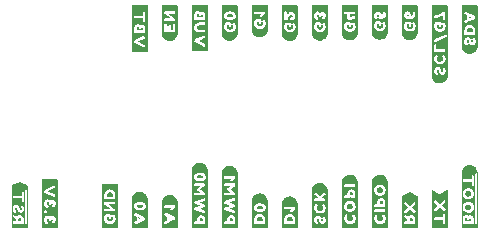
<source format=gbo>
G04 EAGLE Gerber RS-274X export*
G75*
%MOMM*%
%FSLAX34Y34*%
%LPD*%
%INSilkscreen Bottom*%
%IPPOS*%
%AMOC8*
5,1,8,0,0,1.08239X$1,22.5*%
G01*

G36*
X839203Y472966D02*
X839203Y472966D01*
X839204Y472966D01*
X839804Y473066D01*
X839805Y473068D01*
X839807Y473067D01*
X840507Y473267D01*
X840508Y473269D01*
X840511Y473268D01*
X841711Y473868D01*
X841712Y473870D01*
X841713Y473870D01*
X842313Y474270D01*
X842314Y474271D01*
X842315Y474271D01*
X842815Y474671D01*
X842816Y474673D01*
X842817Y474673D01*
X843317Y475173D01*
X843317Y475175D01*
X843319Y475175D01*
X843719Y475675D01*
X843719Y475678D01*
X843722Y475679D01*
X844021Y476278D01*
X844420Y476877D01*
X844420Y476881D01*
X844423Y476882D01*
X844623Y477482D01*
X844623Y477483D01*
X844823Y478183D01*
X844822Y478185D01*
X844824Y478186D01*
X844826Y478198D01*
X844838Y478270D01*
X844850Y478343D01*
X844862Y478416D01*
X844874Y478489D01*
X844886Y478561D01*
X844887Y478561D01*
X844899Y478634D01*
X844911Y478707D01*
X844923Y478780D01*
X844924Y478786D01*
X844924Y478787D01*
X844930Y478828D01*
X844933Y478852D01*
X844933Y478853D01*
X844937Y478877D01*
X844940Y478901D01*
X844954Y478998D01*
X844958Y479022D01*
X844961Y479046D01*
X844961Y479047D01*
X844965Y479071D01*
X844978Y479168D01*
X844982Y479192D01*
X844985Y479216D01*
X844989Y479240D01*
X844989Y479241D01*
X845003Y479337D01*
X845003Y479338D01*
X845006Y479362D01*
X845010Y479386D01*
X845013Y479410D01*
X845024Y479487D01*
X845023Y479489D01*
X845024Y479490D01*
X845024Y538590D01*
X845015Y538600D01*
X845015Y538609D01*
X844615Y538909D01*
X844605Y538909D01*
X844600Y538914D01*
X831700Y538914D01*
X831690Y538905D01*
X831681Y538905D01*
X831381Y538505D01*
X831381Y538495D01*
X831376Y538490D01*
X831376Y479590D01*
X831377Y479588D01*
X831376Y479587D01*
X831476Y478887D01*
X831476Y478886D01*
X831576Y478286D01*
X831578Y478285D01*
X831577Y478283D01*
X831777Y477583D01*
X831777Y477582D01*
X831977Y476982D01*
X831979Y476981D01*
X831978Y476979D01*
X832278Y476379D01*
X832280Y476378D01*
X832280Y476377D01*
X832680Y475777D01*
X832681Y475776D01*
X832681Y475775D01*
X833481Y474775D01*
X833486Y474774D01*
X833487Y474770D01*
X834086Y474370D01*
X834585Y473971D01*
X834586Y473971D01*
X834587Y473970D01*
X835187Y473570D01*
X835191Y473570D01*
X835192Y473567D01*
X835792Y473367D01*
X835793Y473367D01*
X836493Y473167D01*
X837092Y472967D01*
X837097Y472969D01*
X837100Y472966D01*
X837798Y472966D01*
X838497Y472866D01*
X838500Y472869D01*
X838503Y472866D01*
X839203Y472966D01*
G37*
G36*
X641614Y350098D02*
X641614Y350098D01*
X641623Y350101D01*
X641823Y350601D01*
X641820Y350607D01*
X641824Y350610D01*
X641824Y399510D01*
X641823Y399512D01*
X641824Y399513D01*
X641724Y400213D01*
X641722Y400215D01*
X641723Y400218D01*
X641523Y400817D01*
X641323Y401517D01*
X641323Y401518D01*
X641123Y402118D01*
X641119Y402120D01*
X641120Y402123D01*
X640720Y402723D01*
X640719Y402724D01*
X640719Y402725D01*
X639919Y403725D01*
X639917Y403726D01*
X639917Y403727D01*
X639417Y404227D01*
X639415Y404227D01*
X639415Y404229D01*
X638915Y404629D01*
X638914Y404629D01*
X638913Y404630D01*
X638313Y405030D01*
X638311Y405030D01*
X638311Y405032D01*
X637711Y405332D01*
X637708Y405331D01*
X637708Y405333D01*
X637108Y405533D01*
X637107Y405533D01*
X636407Y405733D01*
X636405Y405732D01*
X636403Y405734D01*
X635703Y405834D01*
X635701Y405833D01*
X635700Y405834D01*
X634400Y405834D01*
X634398Y405833D01*
X634397Y405834D01*
X633697Y405734D01*
X633695Y405732D01*
X633692Y405733D01*
X633093Y405533D01*
X632393Y405333D01*
X632392Y405331D01*
X632389Y405332D01*
X631189Y404732D01*
X631188Y404728D01*
X631185Y404729D01*
X630685Y404329D01*
X630685Y404327D01*
X630683Y404327D01*
X629683Y403327D01*
X629683Y403325D01*
X629681Y403325D01*
X629281Y402825D01*
X629281Y402822D01*
X629278Y402821D01*
X628678Y401621D01*
X628679Y401618D01*
X628677Y401617D01*
X628477Y400917D01*
X628277Y400318D01*
X628278Y400315D01*
X628276Y400313D01*
X628276Y400311D01*
X628272Y400286D01*
X628269Y400262D01*
X628255Y400165D01*
X628251Y400141D01*
X628248Y400117D01*
X628244Y400092D01*
X628231Y399995D01*
X628227Y399971D01*
X628224Y399947D01*
X628220Y399923D01*
X628206Y399826D01*
X628203Y399801D01*
X628199Y399777D01*
X628196Y399753D01*
X628182Y399656D01*
X628179Y399632D01*
X628176Y399613D01*
X628177Y399611D01*
X628176Y399610D01*
X628176Y350210D01*
X628194Y350189D01*
X628196Y350186D01*
X628796Y350086D01*
X628798Y350088D01*
X628800Y350086D01*
X641600Y350086D01*
X641614Y350098D01*
G37*
G36*
X870424Y350107D02*
X870424Y350107D01*
X870423Y350109D01*
X870424Y350110D01*
X870424Y397510D01*
X870423Y397512D01*
X870424Y397513D01*
X870324Y398213D01*
X870322Y398215D01*
X870323Y398218D01*
X870123Y398817D01*
X869923Y399517D01*
X869921Y399518D01*
X869922Y399521D01*
X869322Y400721D01*
X869318Y400722D01*
X869319Y400725D01*
X868920Y401224D01*
X868520Y401823D01*
X868515Y401825D01*
X868515Y401829D01*
X868015Y402229D01*
X868014Y402229D01*
X868013Y402230D01*
X866813Y403030D01*
X866811Y403030D01*
X866811Y403032D01*
X866211Y403332D01*
X866208Y403331D01*
X866208Y403333D01*
X865608Y403533D01*
X865607Y403533D01*
X864907Y403733D01*
X864905Y403732D01*
X864904Y403734D01*
X864304Y403834D01*
X864302Y403832D01*
X864300Y403834D01*
X862900Y403834D01*
X862898Y403833D01*
X862897Y403834D01*
X862197Y403734D01*
X862195Y403732D01*
X862192Y403733D01*
X861593Y403533D01*
X860893Y403333D01*
X860892Y403331D01*
X860889Y403332D01*
X860289Y403032D01*
X860288Y403028D01*
X860285Y403029D01*
X859786Y402630D01*
X859187Y402230D01*
X859186Y402227D01*
X859183Y402227D01*
X858683Y401727D01*
X858683Y401725D01*
X858681Y401725D01*
X857881Y400725D01*
X857881Y400722D01*
X857878Y400721D01*
X857278Y399521D01*
X857279Y399518D01*
X857277Y399517D01*
X857077Y398817D01*
X856877Y398218D01*
X856878Y398215D01*
X856876Y398213D01*
X856864Y398128D01*
X856860Y398104D01*
X856857Y398080D01*
X856853Y398055D01*
X856840Y397958D01*
X856836Y397934D01*
X856833Y397910D01*
X856829Y397886D01*
X856815Y397789D01*
X856812Y397764D01*
X856808Y397740D01*
X856805Y397716D01*
X856791Y397619D01*
X856788Y397595D01*
X856784Y397570D01*
X856781Y397546D01*
X856776Y397513D01*
X856777Y397511D01*
X856776Y397510D01*
X856776Y350710D01*
X856778Y350708D01*
X856776Y350706D01*
X856876Y350106D01*
X856897Y350089D01*
X856900Y350086D01*
X870400Y350086D01*
X870424Y350107D01*
G37*
G36*
X667121Y350104D02*
X667121Y350104D01*
X667124Y350106D01*
X667128Y350131D01*
X667140Y350204D01*
X667152Y350277D01*
X667164Y350349D01*
X667165Y350349D01*
X667177Y350422D01*
X667189Y350495D01*
X667201Y350568D01*
X667213Y350640D01*
X667224Y350706D01*
X667222Y350708D01*
X667224Y350710D01*
X667224Y396810D01*
X667223Y396812D01*
X667223Y396813D01*
X667224Y396813D01*
X667124Y397513D01*
X667122Y397515D01*
X667123Y397518D01*
X666923Y398117D01*
X666723Y398817D01*
X666721Y398818D01*
X666722Y398821D01*
X666122Y400021D01*
X666118Y400022D01*
X666119Y400025D01*
X665720Y400524D01*
X665320Y401123D01*
X665315Y401125D01*
X665315Y401129D01*
X664815Y401529D01*
X664814Y401529D01*
X664813Y401530D01*
X664214Y401930D01*
X663715Y402329D01*
X663712Y402329D01*
X663711Y402332D01*
X663111Y402632D01*
X663108Y402631D01*
X663107Y402633D01*
X662407Y402833D01*
X661808Y403033D01*
X661805Y403032D01*
X661803Y403034D01*
X661103Y403134D01*
X661101Y403133D01*
X661100Y403134D01*
X659700Y403134D01*
X659698Y403132D01*
X659696Y403134D01*
X659096Y403034D01*
X659095Y403032D01*
X659093Y403033D01*
X658393Y402833D01*
X658392Y402833D01*
X657792Y402633D01*
X657791Y402631D01*
X657789Y402632D01*
X656589Y402032D01*
X656587Y402027D01*
X656583Y402027D01*
X656084Y401528D01*
X655585Y401129D01*
X655585Y401127D01*
X655583Y401127D01*
X655083Y400627D01*
X655083Y400624D01*
X655080Y400623D01*
X654680Y400023D01*
X654680Y400021D01*
X654678Y400021D01*
X654078Y398821D01*
X654079Y398818D01*
X654077Y398818D01*
X653877Y398218D01*
X653877Y398217D01*
X653677Y397517D01*
X653678Y397515D01*
X653676Y397513D01*
X653667Y397449D01*
X653663Y397425D01*
X653660Y397401D01*
X653656Y397376D01*
X653643Y397279D01*
X653639Y397255D01*
X653636Y397231D01*
X653632Y397207D01*
X653618Y397110D01*
X653615Y397085D01*
X653611Y397061D01*
X653608Y397037D01*
X653594Y396940D01*
X653591Y396916D01*
X653587Y396891D01*
X653584Y396867D01*
X653576Y396813D01*
X653577Y396811D01*
X653576Y396810D01*
X653576Y350110D01*
X653597Y350086D01*
X653599Y350087D01*
X653600Y350086D01*
X667100Y350086D01*
X667121Y350104D01*
G37*
G36*
X768202Y350088D02*
X768202Y350088D01*
X768204Y350086D01*
X768804Y350186D01*
X768821Y350207D01*
X768824Y350210D01*
X768824Y389410D01*
X768823Y389412D01*
X768824Y389413D01*
X768724Y390113D01*
X768722Y390115D01*
X768723Y390118D01*
X768523Y390717D01*
X768323Y391417D01*
X768321Y391418D01*
X768322Y391421D01*
X767722Y392621D01*
X767718Y392622D01*
X767719Y392625D01*
X767319Y393125D01*
X767317Y393126D01*
X767317Y393127D01*
X766317Y394127D01*
X766315Y394127D01*
X766315Y394129D01*
X765815Y394529D01*
X765814Y394529D01*
X765813Y394530D01*
X765213Y394930D01*
X765209Y394930D01*
X765208Y394933D01*
X764609Y395132D01*
X764011Y395432D01*
X764006Y395430D01*
X764003Y395434D01*
X762603Y395634D01*
X762004Y395734D01*
X762000Y395731D01*
X761997Y395734D01*
X760597Y395534D01*
X760596Y395534D01*
X759996Y395434D01*
X759994Y395431D01*
X759990Y395432D01*
X759290Y395132D01*
X759290Y395131D01*
X759289Y395132D01*
X758689Y394832D01*
X758689Y394830D01*
X758688Y394831D01*
X758188Y394531D01*
X758187Y394530D01*
X757587Y394130D01*
X757586Y394127D01*
X757583Y394127D01*
X757083Y393627D01*
X757083Y393625D01*
X757081Y393625D01*
X756681Y393125D01*
X756681Y393124D01*
X756680Y393123D01*
X755880Y391923D01*
X755880Y391919D01*
X755877Y391918D01*
X755477Y390718D01*
X755477Y390717D01*
X755277Y390017D01*
X755278Y390015D01*
X755276Y390013D01*
X755264Y389932D01*
X755261Y389907D01*
X755257Y389883D01*
X755254Y389859D01*
X755240Y389762D01*
X755237Y389738D01*
X755233Y389713D01*
X755230Y389689D01*
X755216Y389592D01*
X755212Y389568D01*
X755209Y389544D01*
X755205Y389519D01*
X755192Y389422D01*
X755188Y389398D01*
X755185Y389374D01*
X755181Y389350D01*
X755176Y389313D01*
X755177Y389311D01*
X755176Y389310D01*
X755176Y350710D01*
X755178Y350708D01*
X755176Y350706D01*
X755276Y350106D01*
X755297Y350089D01*
X755300Y350086D01*
X768200Y350086D01*
X768202Y350088D01*
G37*
G36*
X793602Y350088D02*
X793602Y350088D01*
X793604Y350086D01*
X794204Y350186D01*
X794221Y350207D01*
X794224Y350210D01*
X794224Y389410D01*
X794223Y389412D01*
X794224Y389413D01*
X794124Y390113D01*
X794122Y390115D01*
X794123Y390118D01*
X793923Y390717D01*
X793723Y391417D01*
X793721Y391418D01*
X793722Y391421D01*
X793122Y392621D01*
X793118Y392622D01*
X793119Y392625D01*
X792719Y393125D01*
X792717Y393126D01*
X792717Y393127D01*
X791717Y394127D01*
X791715Y394127D01*
X791715Y394129D01*
X791215Y394529D01*
X791214Y394529D01*
X791213Y394530D01*
X790613Y394930D01*
X790609Y394930D01*
X790608Y394933D01*
X790009Y395132D01*
X789411Y395432D01*
X789406Y395430D01*
X789403Y395434D01*
X788003Y395634D01*
X787404Y395734D01*
X787400Y395731D01*
X787397Y395734D01*
X785997Y395534D01*
X785996Y395534D01*
X785396Y395434D01*
X785394Y395431D01*
X785390Y395432D01*
X784690Y395132D01*
X784690Y395131D01*
X784689Y395132D01*
X784089Y394832D01*
X784089Y394830D01*
X784088Y394831D01*
X783588Y394531D01*
X783587Y394530D01*
X782987Y394130D01*
X782986Y394127D01*
X782983Y394127D01*
X782483Y393627D01*
X782483Y393625D01*
X782481Y393625D01*
X782081Y393125D01*
X782081Y393124D01*
X782080Y393123D01*
X781280Y391923D01*
X781280Y391919D01*
X781277Y391918D01*
X780877Y390718D01*
X780877Y390717D01*
X780677Y390017D01*
X780678Y390015D01*
X780676Y390013D01*
X780664Y389932D01*
X780661Y389907D01*
X780657Y389883D01*
X780654Y389859D01*
X780640Y389762D01*
X780637Y389738D01*
X780633Y389713D01*
X780630Y389689D01*
X780616Y389592D01*
X780612Y389568D01*
X780609Y389544D01*
X780605Y389519D01*
X780592Y389422D01*
X780588Y389398D01*
X780585Y389374D01*
X780581Y389350D01*
X780576Y389313D01*
X780577Y389311D01*
X780576Y389310D01*
X780576Y350710D01*
X780578Y350708D01*
X780576Y350706D01*
X780676Y350106D01*
X780697Y350089D01*
X780700Y350086D01*
X793600Y350086D01*
X793602Y350088D01*
G37*
G36*
X514202Y350088D02*
X514202Y350088D01*
X514204Y350086D01*
X514804Y350186D01*
X514821Y350207D01*
X514824Y350210D01*
X514824Y391410D01*
X514815Y391420D01*
X514815Y391429D01*
X514415Y391729D01*
X514405Y391729D01*
X514400Y391734D01*
X501500Y391734D01*
X501490Y391725D01*
X501481Y391725D01*
X501181Y391325D01*
X501181Y391318D01*
X501177Y391314D01*
X501178Y391312D01*
X501176Y391310D01*
X501176Y350610D01*
X501180Y350605D01*
X501178Y350601D01*
X501378Y350101D01*
X501394Y350093D01*
X501400Y350086D01*
X514200Y350086D01*
X514202Y350088D01*
G37*
G36*
X864403Y497966D02*
X864403Y497966D01*
X864404Y497966D01*
X865004Y498066D01*
X865005Y498068D01*
X865007Y498067D01*
X865707Y498267D01*
X865708Y498267D01*
X866308Y498467D01*
X866309Y498469D01*
X866311Y498468D01*
X866911Y498768D01*
X866912Y498770D01*
X866913Y498770D01*
X867513Y499170D01*
X867514Y499171D01*
X867515Y499171D01*
X868015Y499571D01*
X868016Y499573D01*
X868017Y499573D01*
X869017Y500573D01*
X869017Y500577D01*
X869021Y500578D01*
X869320Y501077D01*
X869720Y501677D01*
X869720Y501681D01*
X869723Y501682D01*
X869923Y502282D01*
X869923Y502283D01*
X870123Y502983D01*
X870323Y503582D01*
X870322Y503584D01*
X870324Y503586D01*
X870323Y503586D01*
X870324Y503587D01*
X870327Y503610D01*
X870341Y503707D01*
X870345Y503731D01*
X870348Y503755D01*
X870348Y503756D01*
X870352Y503780D01*
X870365Y503877D01*
X870369Y503901D01*
X870372Y503925D01*
X870376Y503949D01*
X870376Y503950D01*
X870390Y504046D01*
X870390Y504047D01*
X870393Y504071D01*
X870397Y504095D01*
X870400Y504119D01*
X870414Y504216D01*
X870417Y504240D01*
X870417Y504241D01*
X870421Y504265D01*
X870424Y504287D01*
X870423Y504288D01*
X870424Y504289D01*
X870424Y504290D01*
X870424Y538490D01*
X870418Y538497D01*
X870419Y538505D01*
X870119Y538905D01*
X870106Y538907D01*
X870100Y538914D01*
X857200Y538914D01*
X857193Y538908D01*
X857185Y538909D01*
X856785Y538609D01*
X856783Y538596D01*
X856776Y538590D01*
X856776Y504790D01*
X856777Y504788D01*
X856776Y504787D01*
X856876Y504088D01*
X856876Y503490D01*
X856879Y503487D01*
X856877Y503483D01*
X857077Y502783D01*
X857077Y502782D01*
X857277Y502182D01*
X857278Y502182D01*
X857278Y502180D01*
X857578Y501480D01*
X857582Y501479D01*
X857581Y501475D01*
X857980Y500976D01*
X858380Y500377D01*
X858381Y500376D01*
X858381Y500375D01*
X858781Y499875D01*
X858785Y499874D01*
X858785Y499871D01*
X859285Y499471D01*
X859286Y499471D01*
X859287Y499470D01*
X859886Y499070D01*
X860385Y498671D01*
X860389Y498671D01*
X860390Y498668D01*
X861090Y498368D01*
X861092Y498368D01*
X861092Y498367D01*
X861692Y498167D01*
X861695Y498168D01*
X861696Y498166D01*
X862296Y498066D01*
X862297Y498066D01*
X863697Y497866D01*
X863700Y497869D01*
X863703Y497866D01*
X864403Y497966D01*
G37*
G36*
X590505Y499670D02*
X590505Y499670D01*
X590509Y499668D01*
X591009Y499868D01*
X591017Y499884D01*
X591024Y499890D01*
X591024Y538290D01*
X591022Y538292D01*
X591024Y538294D01*
X590924Y538894D01*
X590903Y538911D01*
X590900Y538914D01*
X578000Y538914D01*
X577998Y538912D01*
X577996Y538914D01*
X577396Y538814D01*
X577379Y538793D01*
X577376Y538790D01*
X577376Y500190D01*
X577380Y500185D01*
X577378Y500181D01*
X577578Y499681D01*
X577594Y499673D01*
X577600Y499666D01*
X590500Y499666D01*
X590505Y499670D01*
G37*
G36*
X641303Y500368D02*
X641303Y500368D01*
X641305Y500366D01*
X641805Y500466D01*
X641820Y500486D01*
X641824Y500490D01*
X641824Y538290D01*
X641822Y538292D01*
X641824Y538294D01*
X641724Y538894D01*
X641703Y538911D01*
X641700Y538914D01*
X628800Y538914D01*
X628798Y538912D01*
X628796Y538914D01*
X628196Y538814D01*
X628179Y538793D01*
X628176Y538790D01*
X628176Y500890D01*
X628180Y500885D01*
X628178Y500881D01*
X628378Y500381D01*
X628394Y500373D01*
X628400Y500366D01*
X641300Y500366D01*
X641303Y500368D01*
G37*
G36*
X489007Y350092D02*
X489007Y350092D01*
X489015Y350091D01*
X489415Y350391D01*
X489417Y350404D01*
X489424Y350410D01*
X489424Y386010D01*
X489419Y386016D01*
X489421Y386022D01*
X489121Y386522D01*
X489113Y386525D01*
X489111Y386532D01*
X483111Y389532D01*
X483108Y389531D01*
X483108Y389533D01*
X482508Y389733D01*
X482497Y389729D01*
X482489Y389732D01*
X476389Y386732D01*
X475789Y386432D01*
X475784Y386418D01*
X475780Y386415D01*
X475781Y386415D01*
X475776Y386410D01*
X475776Y350410D01*
X475783Y350401D01*
X475783Y350393D01*
X476083Y350093D01*
X476094Y350092D01*
X476100Y350086D01*
X489000Y350086D01*
X489007Y350092D01*
G37*
G36*
X565624Y350107D02*
X565624Y350107D01*
X565623Y350109D01*
X565624Y350110D01*
X565624Y387310D01*
X565622Y387312D01*
X565624Y387314D01*
X565524Y387914D01*
X565503Y387931D01*
X565500Y387934D01*
X552000Y387934D01*
X551976Y387913D01*
X551977Y387911D01*
X551976Y387910D01*
X551976Y350710D01*
X551978Y350708D01*
X551976Y350706D01*
X552076Y350106D01*
X552097Y350089D01*
X552100Y350086D01*
X565600Y350086D01*
X565624Y350107D01*
G37*
G36*
X742905Y350090D02*
X742905Y350090D01*
X742909Y350088D01*
X743409Y350288D01*
X743417Y350304D01*
X743424Y350310D01*
X743424Y381910D01*
X743423Y381912D01*
X743424Y381913D01*
X743324Y382612D01*
X743324Y383210D01*
X743321Y383213D01*
X743323Y383217D01*
X743123Y383917D01*
X743123Y383918D01*
X742923Y384518D01*
X742922Y384518D01*
X742922Y384520D01*
X742622Y385220D01*
X742618Y385221D01*
X742619Y385225D01*
X742220Y385724D01*
X741820Y386323D01*
X741819Y386324D01*
X741819Y386325D01*
X741419Y386825D01*
X741415Y386826D01*
X741415Y386829D01*
X740915Y387229D01*
X740914Y387229D01*
X740913Y387230D01*
X740314Y387630D01*
X739815Y388029D01*
X739811Y388029D01*
X739810Y388032D01*
X739110Y388332D01*
X739108Y388332D01*
X739108Y388333D01*
X738508Y388533D01*
X738505Y388532D01*
X738503Y388534D01*
X737803Y388634D01*
X737204Y388734D01*
X737203Y388734D01*
X736503Y388834D01*
X736500Y388831D01*
X736497Y388834D01*
X735797Y388734D01*
X735796Y388734D01*
X735196Y388634D01*
X735195Y388632D01*
X735193Y388633D01*
X734493Y388433D01*
X734492Y388433D01*
X733892Y388233D01*
X733891Y388231D01*
X733889Y388232D01*
X733289Y387932D01*
X733288Y387930D01*
X733287Y387930D01*
X732687Y387530D01*
X732686Y387529D01*
X732685Y387529D01*
X732185Y387129D01*
X732185Y387127D01*
X732183Y387127D01*
X731183Y386127D01*
X731183Y386125D01*
X731181Y386125D01*
X730781Y385625D01*
X730781Y385622D01*
X730778Y385621D01*
X730478Y385021D01*
X730479Y385018D01*
X730477Y385018D01*
X730277Y384419D01*
X729978Y383720D01*
X729979Y383715D01*
X729976Y383713D01*
X729967Y383651D01*
X729964Y383627D01*
X729960Y383602D01*
X729957Y383578D01*
X729943Y383481D01*
X729939Y383457D01*
X729936Y383433D01*
X729932Y383408D01*
X729919Y383311D01*
X729915Y383287D01*
X729912Y383263D01*
X729908Y383239D01*
X729894Y383142D01*
X729891Y383117D01*
X729887Y383093D01*
X729884Y383069D01*
X729876Y383013D01*
X729776Y382414D01*
X729778Y382412D01*
X729776Y382410D01*
X729776Y350610D01*
X729780Y350605D01*
X729778Y350601D01*
X729978Y350101D01*
X729994Y350093D01*
X730000Y350086D01*
X742900Y350086D01*
X742905Y350090D01*
G37*
G36*
X844607Y350092D02*
X844607Y350092D01*
X844615Y350091D01*
X845015Y350391D01*
X845017Y350404D01*
X845024Y350410D01*
X845024Y382610D01*
X845021Y382614D01*
X845023Y382618D01*
X845014Y382622D01*
X845003Y382634D01*
X844998Y382629D01*
X844995Y382629D01*
X844989Y382632D01*
X844389Y382332D01*
X838396Y379335D01*
X837808Y379433D01*
X831711Y382532D01*
X831706Y382530D01*
X831704Y382532D01*
X831698Y382532D01*
X831692Y382527D01*
X831683Y382527D01*
X831383Y382227D01*
X831382Y382216D01*
X831376Y382210D01*
X831376Y350410D01*
X831383Y350401D01*
X831383Y350393D01*
X831683Y350093D01*
X831694Y350092D01*
X831700Y350086D01*
X844600Y350086D01*
X844607Y350092D01*
G37*
G36*
X590921Y350104D02*
X590921Y350104D01*
X590924Y350106D01*
X590928Y350131D01*
X590940Y350204D01*
X590952Y350277D01*
X590964Y350349D01*
X590965Y350349D01*
X590977Y350422D01*
X590989Y350495D01*
X591001Y350568D01*
X591013Y350640D01*
X591024Y350706D01*
X591022Y350708D01*
X591024Y350710D01*
X591024Y374510D01*
X591022Y374512D01*
X591024Y374514D01*
X590924Y375113D01*
X590824Y375813D01*
X590822Y375815D01*
X590823Y375818D01*
X590623Y376417D01*
X590423Y377117D01*
X590421Y377118D01*
X590422Y377121D01*
X590122Y377721D01*
X590120Y377722D01*
X590120Y377723D01*
X589720Y378323D01*
X589719Y378324D01*
X589719Y378325D01*
X589319Y378825D01*
X589317Y378826D01*
X589317Y378827D01*
X588817Y379327D01*
X588815Y379327D01*
X588815Y379329D01*
X587815Y380129D01*
X587812Y380129D01*
X587811Y380132D01*
X586611Y380732D01*
X586608Y380731D01*
X586607Y380733D01*
X585907Y380933D01*
X585905Y380932D01*
X585903Y380934D01*
X585203Y381034D01*
X584604Y381134D01*
X584602Y381132D01*
X584600Y381134D01*
X583900Y381134D01*
X583898Y381133D01*
X583897Y381134D01*
X583197Y381034D01*
X583196Y381034D01*
X582596Y380934D01*
X582595Y380932D01*
X582593Y380933D01*
X581893Y380733D01*
X581892Y380733D01*
X581292Y380533D01*
X581290Y380529D01*
X581287Y380530D01*
X580688Y380131D01*
X580089Y379832D01*
X580087Y379827D01*
X580083Y379827D01*
X579083Y378827D01*
X579083Y378825D01*
X579081Y378825D01*
X578681Y378325D01*
X578681Y378324D01*
X578680Y378323D01*
X578280Y377723D01*
X578280Y377721D01*
X578278Y377721D01*
X577978Y377121D01*
X577979Y377118D01*
X577977Y377118D01*
X577577Y375918D01*
X577578Y375916D01*
X577577Y375915D01*
X577577Y375914D01*
X577576Y375913D01*
X577569Y375867D01*
X577566Y375842D01*
X577562Y375818D01*
X577559Y375794D01*
X577545Y375697D01*
X577542Y375673D01*
X577538Y375648D01*
X577535Y375624D01*
X577521Y375527D01*
X577517Y375503D01*
X577514Y375479D01*
X577510Y375454D01*
X577497Y375357D01*
X577493Y375333D01*
X577490Y375309D01*
X577486Y375285D01*
X577476Y375213D01*
X577472Y375188D01*
X577469Y375163D01*
X577465Y375139D01*
X577462Y375115D01*
X577448Y375018D01*
X577445Y374994D01*
X577441Y374969D01*
X577438Y374945D01*
X577424Y374848D01*
X577420Y374824D01*
X577417Y374800D01*
X577413Y374775D01*
X577400Y374678D01*
X577396Y374654D01*
X577393Y374630D01*
X577389Y374606D01*
X577376Y374513D01*
X577377Y374511D01*
X577376Y374510D01*
X577376Y350210D01*
X577394Y350189D01*
X577396Y350186D01*
X577996Y350086D01*
X577998Y350088D01*
X578000Y350086D01*
X590900Y350086D01*
X590921Y350104D01*
G37*
G36*
X819105Y350090D02*
X819105Y350090D01*
X819109Y350088D01*
X819609Y350288D01*
X819617Y350304D01*
X819624Y350310D01*
X819624Y377210D01*
X819619Y377216D01*
X819621Y377222D01*
X819321Y377722D01*
X819313Y377725D01*
X819311Y377732D01*
X813311Y380732D01*
X813308Y380731D01*
X813308Y380733D01*
X812708Y380933D01*
X812705Y380932D01*
X812695Y380932D01*
X812693Y380930D01*
X812689Y380932D01*
X805989Y377632D01*
X805984Y377620D01*
X805976Y377613D01*
X805977Y377611D01*
X805976Y377610D01*
X805976Y350510D01*
X805982Y350503D01*
X805981Y350495D01*
X806281Y350095D01*
X806294Y350093D01*
X806300Y350086D01*
X819100Y350086D01*
X819105Y350090D01*
G37*
G36*
X711602Y508868D02*
X711602Y508868D01*
X711604Y508866D01*
X712203Y508966D01*
X712903Y509066D01*
X712905Y509068D01*
X712907Y509067D01*
X713607Y509267D01*
X713608Y509269D01*
X713611Y509268D01*
X714811Y509868D01*
X714812Y509872D01*
X714815Y509871D01*
X715815Y510671D01*
X715816Y510673D01*
X715817Y510673D01*
X716317Y511173D01*
X716317Y511176D01*
X716320Y511177D01*
X716720Y511776D01*
X717119Y512275D01*
X717119Y512278D01*
X717122Y512279D01*
X717422Y512879D01*
X717421Y512882D01*
X717423Y512883D01*
X717623Y513583D01*
X717823Y514182D01*
X717822Y514185D01*
X717824Y514187D01*
X717836Y514270D01*
X717839Y514295D01*
X717843Y514319D01*
X717846Y514343D01*
X717860Y514440D01*
X717864Y514464D01*
X717867Y514489D01*
X717871Y514513D01*
X717884Y514610D01*
X717885Y514610D01*
X717888Y514634D01*
X717891Y514658D01*
X717895Y514683D01*
X717909Y514780D01*
X717912Y514804D01*
X717916Y514828D01*
X717919Y514852D01*
X717924Y514887D01*
X717933Y514949D01*
X717936Y514974D01*
X717940Y514998D01*
X717943Y515022D01*
X717957Y515119D01*
X717961Y515143D01*
X717964Y515168D01*
X717968Y515192D01*
X717981Y515289D01*
X717982Y515289D01*
X717985Y515313D01*
X717988Y515337D01*
X717992Y515362D01*
X718006Y515459D01*
X718009Y515483D01*
X718013Y515507D01*
X718016Y515531D01*
X718024Y515587D01*
X718023Y515589D01*
X718024Y515590D01*
X718024Y538690D01*
X718012Y538704D01*
X718009Y538713D01*
X717509Y538913D01*
X717506Y538911D01*
X717502Y538911D01*
X717500Y538914D01*
X704700Y538914D01*
X704690Y538905D01*
X704681Y538905D01*
X704381Y538505D01*
X704381Y538495D01*
X704376Y538490D01*
X704376Y515490D01*
X704377Y515489D01*
X704377Y515488D01*
X704376Y515487D01*
X704476Y514787D01*
X704476Y514786D01*
X704576Y514186D01*
X704578Y514185D01*
X704577Y514183D01*
X704777Y513483D01*
X704777Y513482D01*
X704977Y512882D01*
X704979Y512881D01*
X704978Y512879D01*
X705278Y512279D01*
X705280Y512278D01*
X705280Y512277D01*
X705680Y511677D01*
X705681Y511676D01*
X705681Y511675D01*
X706081Y511175D01*
X706083Y511175D01*
X706083Y511173D01*
X706583Y510673D01*
X706585Y510673D01*
X706585Y510671D01*
X707085Y510271D01*
X707086Y510271D01*
X707087Y510270D01*
X707687Y509870D01*
X707689Y509870D01*
X707689Y509868D01*
X708889Y509268D01*
X708892Y509269D01*
X708893Y509267D01*
X709593Y509067D01*
X709595Y509068D01*
X709596Y509066D01*
X710196Y508966D01*
X710197Y508966D01*
X710897Y508866D01*
X710899Y508867D01*
X710900Y508866D01*
X711600Y508866D01*
X711602Y508868D01*
G37*
G36*
X610002Y508867D02*
X610002Y508867D01*
X610003Y508866D01*
X610703Y508966D01*
X610704Y508966D01*
X611304Y509066D01*
X611305Y509068D01*
X611307Y509067D01*
X612007Y509267D01*
X612008Y509269D01*
X612011Y509268D01*
X613211Y509868D01*
X613212Y509870D01*
X613213Y509870D01*
X613813Y510270D01*
X613814Y510273D01*
X613817Y510273D01*
X614317Y510773D01*
X614317Y510775D01*
X614319Y510775D01*
X615119Y511775D01*
X615119Y511776D01*
X615120Y511777D01*
X615520Y512377D01*
X615520Y512379D01*
X615522Y512379D01*
X615822Y512979D01*
X615821Y512982D01*
X615823Y512982D01*
X616023Y513582D01*
X616023Y513583D01*
X616223Y514283D01*
X616222Y514285D01*
X616224Y514286D01*
X616225Y514295D01*
X616237Y514367D01*
X616238Y514367D01*
X616237Y514367D01*
X616250Y514440D01*
X616262Y514513D01*
X616274Y514586D01*
X616286Y514658D01*
X616298Y514731D01*
X616310Y514804D01*
X616322Y514877D01*
X616324Y514886D01*
X616324Y514887D01*
X616333Y514949D01*
X616336Y514974D01*
X616340Y514998D01*
X616343Y515022D01*
X616357Y515119D01*
X616361Y515143D01*
X616364Y515168D01*
X616368Y515192D01*
X616381Y515289D01*
X616382Y515289D01*
X616385Y515313D01*
X616388Y515337D01*
X616392Y515362D01*
X616406Y515459D01*
X616409Y515483D01*
X616413Y515507D01*
X616416Y515531D01*
X616424Y515587D01*
X616423Y515589D01*
X616424Y515590D01*
X616424Y538690D01*
X616412Y538704D01*
X616409Y538713D01*
X615909Y538913D01*
X615906Y538911D01*
X615902Y538911D01*
X615900Y538914D01*
X603100Y538914D01*
X603090Y538905D01*
X603081Y538905D01*
X602781Y538505D01*
X602781Y538495D01*
X602776Y538490D01*
X602776Y515490D01*
X602777Y515489D01*
X602777Y515488D01*
X602776Y515487D01*
X602976Y514087D01*
X602978Y514085D01*
X602977Y514082D01*
X603177Y513483D01*
X603377Y512783D01*
X603381Y512781D01*
X603380Y512777D01*
X603780Y512177D01*
X604079Y511678D01*
X604083Y511676D01*
X604083Y511673D01*
X604582Y511174D01*
X604981Y510675D01*
X604984Y510674D01*
X604984Y510671D01*
X605584Y510171D01*
X605587Y510171D01*
X605588Y510169D01*
X606087Y509870D01*
X606687Y509470D01*
X606691Y509470D01*
X606692Y509467D01*
X607292Y509267D01*
X607293Y509267D01*
X607993Y509067D01*
X607995Y509068D01*
X607997Y509066D01*
X608697Y508966D01*
X609296Y508866D01*
X609298Y508868D01*
X609300Y508866D01*
X610000Y508866D01*
X610002Y508867D01*
G37*
G36*
X737503Y509066D02*
X737503Y509066D01*
X737504Y509066D01*
X738104Y509166D01*
X738105Y509168D01*
X738107Y509167D01*
X738807Y509367D01*
X738808Y509369D01*
X738811Y509368D01*
X740611Y510268D01*
X740613Y510273D01*
X740617Y510273D01*
X741116Y510772D01*
X741615Y511171D01*
X741616Y511176D01*
X741620Y511177D01*
X742020Y511776D01*
X742419Y512275D01*
X742419Y512278D01*
X742422Y512279D01*
X743022Y513479D01*
X743021Y513482D01*
X743023Y513483D01*
X743223Y514183D01*
X743222Y514185D01*
X743224Y514187D01*
X743233Y514249D01*
X743236Y514273D01*
X743236Y514274D01*
X743240Y514298D01*
X743243Y514322D01*
X743257Y514419D01*
X743261Y514443D01*
X743264Y514467D01*
X743264Y514468D01*
X743268Y514492D01*
X743281Y514589D01*
X743285Y514613D01*
X743288Y514637D01*
X743292Y514661D01*
X743292Y514662D01*
X743306Y514758D01*
X743306Y514759D01*
X743309Y514783D01*
X743313Y514807D01*
X743316Y514831D01*
X743324Y514886D01*
X743335Y514952D01*
X743347Y515025D01*
X743359Y515098D01*
X743371Y515171D01*
X743383Y515243D01*
X743384Y515243D01*
X743396Y515316D01*
X743408Y515389D01*
X743420Y515462D01*
X743424Y515486D01*
X743422Y515488D01*
X743424Y515490D01*
X743424Y538890D01*
X743403Y538914D01*
X743401Y538913D01*
X743400Y538914D01*
X729800Y538914D01*
X729776Y538893D01*
X729777Y538891D01*
X729776Y538890D01*
X729776Y515890D01*
X729777Y515888D01*
X729776Y515887D01*
X730076Y513787D01*
X730078Y513785D01*
X730077Y513782D01*
X730277Y513182D01*
X730279Y513181D01*
X730278Y513179D01*
X730578Y512579D01*
X730580Y512578D01*
X730580Y512577D01*
X730980Y511977D01*
X730981Y511976D01*
X730981Y511975D01*
X731381Y511475D01*
X731383Y511475D01*
X731383Y511473D01*
X732383Y510473D01*
X732385Y510473D01*
X732385Y510471D01*
X732885Y510071D01*
X732888Y510071D01*
X732889Y510068D01*
X734089Y509468D01*
X734092Y509469D01*
X734093Y509467D01*
X734793Y509267D01*
X735392Y509067D01*
X735397Y509069D01*
X735400Y509066D01*
X736098Y509066D01*
X736797Y508966D01*
X736800Y508969D01*
X736803Y508966D01*
X737503Y509066D01*
G37*
G36*
X660501Y508969D02*
X660501Y508969D01*
X660504Y508966D01*
X661103Y509066D01*
X661803Y509166D01*
X661805Y509168D01*
X661807Y509167D01*
X662507Y509367D01*
X662508Y509367D01*
X663108Y509567D01*
X663109Y509569D01*
X663111Y509568D01*
X663711Y509868D01*
X663712Y509870D01*
X663713Y509870D01*
X664313Y510270D01*
X664314Y510271D01*
X664315Y510271D01*
X665315Y511071D01*
X665316Y511076D01*
X665320Y511077D01*
X665720Y511676D01*
X666119Y512175D01*
X666119Y512176D01*
X666120Y512177D01*
X666520Y512777D01*
X666520Y512781D01*
X666523Y512782D01*
X666723Y513382D01*
X666723Y513383D01*
X666923Y514083D01*
X667123Y514682D01*
X667122Y514684D01*
X667124Y514686D01*
X667123Y514686D01*
X667124Y514687D01*
X667127Y514710D01*
X667141Y514807D01*
X667145Y514831D01*
X667148Y514855D01*
X667148Y514856D01*
X667152Y514880D01*
X667165Y514977D01*
X667169Y515001D01*
X667172Y515025D01*
X667176Y515049D01*
X667176Y515050D01*
X667190Y515146D01*
X667190Y515147D01*
X667193Y515171D01*
X667197Y515195D01*
X667200Y515219D01*
X667214Y515316D01*
X667217Y515340D01*
X667217Y515341D01*
X667221Y515365D01*
X667224Y515387D01*
X667223Y515388D01*
X667224Y515389D01*
X667224Y515390D01*
X667224Y538790D01*
X667206Y538811D01*
X667204Y538814D01*
X666604Y538914D01*
X666602Y538912D01*
X666600Y538914D01*
X653700Y538914D01*
X653679Y538896D01*
X653676Y538894D01*
X653576Y538294D01*
X653578Y538292D01*
X653576Y538290D01*
X653576Y515290D01*
X653577Y515288D01*
X653576Y515287D01*
X653676Y514587D01*
X653678Y514585D01*
X653677Y514583D01*
X653877Y513883D01*
X653877Y513882D01*
X654077Y513282D01*
X654079Y513281D01*
X654078Y513279D01*
X654678Y512079D01*
X654682Y512078D01*
X654681Y512075D01*
X655081Y511575D01*
X655083Y511575D01*
X655083Y511573D01*
X656083Y510573D01*
X656085Y510573D01*
X656085Y510571D01*
X656585Y510171D01*
X656586Y510171D01*
X656587Y510170D01*
X657187Y509770D01*
X657191Y509770D01*
X657192Y509767D01*
X657791Y509567D01*
X658490Y509268D01*
X658494Y509269D01*
X658496Y509266D01*
X659096Y509166D01*
X659097Y509166D01*
X660497Y508966D01*
X660501Y508969D01*
G37*
G36*
X692310Y350095D02*
X692310Y350095D01*
X692319Y350095D01*
X692619Y350495D01*
X692619Y350505D01*
X692624Y350510D01*
X692624Y373110D01*
X692623Y373112D01*
X692624Y373113D01*
X692524Y373813D01*
X692524Y373814D01*
X692424Y374413D01*
X692324Y375113D01*
X692320Y375117D01*
X692322Y375121D01*
X691422Y376921D01*
X691418Y376922D01*
X691419Y376925D01*
X691019Y377425D01*
X691017Y377426D01*
X691017Y377427D01*
X690017Y378427D01*
X690014Y378427D01*
X690013Y378430D01*
X689413Y378830D01*
X689412Y378831D01*
X688912Y379131D01*
X688910Y379130D01*
X688910Y379132D01*
X688210Y379432D01*
X688208Y379432D01*
X688208Y379433D01*
X687608Y379633D01*
X687605Y379632D01*
X687603Y379634D01*
X686903Y379734D01*
X686304Y379834D01*
X686302Y379832D01*
X686300Y379834D01*
X684900Y379834D01*
X684896Y379831D01*
X684892Y379833D01*
X684294Y379634D01*
X683597Y379534D01*
X683593Y379530D01*
X683589Y379532D01*
X682389Y378932D01*
X682388Y378930D01*
X682387Y378930D01*
X681787Y378530D01*
X681786Y378529D01*
X681785Y378529D01*
X681285Y378129D01*
X681285Y378127D01*
X681283Y378127D01*
X680783Y377627D01*
X680783Y377625D01*
X680781Y377625D01*
X680381Y377125D01*
X680381Y377124D01*
X680380Y377123D01*
X679980Y376523D01*
X679980Y376521D01*
X679978Y376521D01*
X679378Y375321D01*
X679379Y375318D01*
X679377Y375318D01*
X679177Y374718D01*
X679178Y374715D01*
X679176Y374713D01*
X679164Y374630D01*
X679161Y374606D01*
X679157Y374581D01*
X679154Y374557D01*
X679140Y374460D01*
X679136Y374436D01*
X679133Y374412D01*
X679129Y374387D01*
X679116Y374290D01*
X679112Y374266D01*
X679109Y374242D01*
X679105Y374218D01*
X679091Y374121D01*
X679088Y374096D01*
X679084Y374072D01*
X679081Y374048D01*
X679076Y374013D01*
X679067Y373951D01*
X679064Y373927D01*
X679060Y373902D01*
X679057Y373878D01*
X679043Y373781D01*
X679039Y373757D01*
X679036Y373733D01*
X679032Y373708D01*
X679019Y373611D01*
X679015Y373587D01*
X679012Y373563D01*
X679008Y373539D01*
X678994Y373442D01*
X678991Y373417D01*
X678987Y373393D01*
X678984Y373369D01*
X678976Y373313D01*
X678977Y373311D01*
X678976Y373310D01*
X678976Y350410D01*
X678985Y350400D01*
X678985Y350391D01*
X679385Y350091D01*
X679395Y350091D01*
X679400Y350086D01*
X692300Y350086D01*
X692310Y350095D01*
G37*
G36*
X762502Y509267D02*
X762502Y509267D01*
X762503Y509266D01*
X763203Y509366D01*
X763205Y509368D01*
X763207Y509367D01*
X763907Y509567D01*
X763908Y509567D01*
X764508Y509767D01*
X764509Y509769D01*
X764511Y509768D01*
X765711Y510368D01*
X765712Y510370D01*
X765713Y510370D01*
X766313Y510770D01*
X766314Y510773D01*
X766317Y510773D01*
X766817Y511273D01*
X766817Y511275D01*
X766819Y511275D01*
X767619Y512275D01*
X767619Y512276D01*
X767620Y512277D01*
X768020Y512877D01*
X768020Y512879D01*
X768022Y512879D01*
X768322Y513479D01*
X768321Y513482D01*
X768323Y513482D01*
X768523Y514082D01*
X768523Y514083D01*
X768723Y514783D01*
X768721Y514787D01*
X768724Y514790D01*
X768724Y515488D01*
X768733Y515543D01*
X768734Y515543D01*
X768746Y515616D01*
X768758Y515689D01*
X768770Y515762D01*
X768782Y515834D01*
X768794Y515907D01*
X768806Y515980D01*
X768818Y516053D01*
X768824Y516086D01*
X768822Y516088D01*
X768824Y516090D01*
X768824Y538390D01*
X768820Y538395D01*
X768823Y538399D01*
X768623Y538899D01*
X768606Y538907D01*
X768600Y538914D01*
X755700Y538914D01*
X755695Y538910D01*
X755691Y538913D01*
X755191Y538713D01*
X755183Y538696D01*
X755176Y538690D01*
X755176Y515690D01*
X755178Y515688D01*
X755176Y515686D01*
X755276Y515086D01*
X755376Y514387D01*
X755378Y514385D01*
X755377Y514383D01*
X755577Y513683D01*
X755579Y513682D01*
X755578Y513679D01*
X756178Y512479D01*
X756182Y512478D01*
X756181Y512475D01*
X756581Y511975D01*
X756583Y511975D01*
X756583Y511973D01*
X757082Y511474D01*
X757481Y510975D01*
X757486Y510974D01*
X757487Y510970D01*
X758086Y510570D01*
X758585Y510171D01*
X758588Y510171D01*
X758589Y510168D01*
X759189Y509868D01*
X759192Y509869D01*
X759193Y509867D01*
X759893Y509667D01*
X760492Y509467D01*
X760495Y509468D01*
X760497Y509466D01*
X761897Y509266D01*
X761899Y509267D01*
X761900Y509266D01*
X762500Y509266D01*
X762502Y509267D01*
G37*
G36*
X813302Y509667D02*
X813302Y509667D01*
X813303Y509666D01*
X814703Y509866D01*
X814705Y509868D01*
X814708Y509867D01*
X815308Y510067D01*
X815309Y510069D01*
X815311Y510068D01*
X815911Y510368D01*
X815912Y510370D01*
X815913Y510370D01*
X816513Y510770D01*
X817012Y511069D01*
X817013Y511072D01*
X817016Y511071D01*
X817616Y511571D01*
X817616Y511575D01*
X817619Y511575D01*
X818419Y512575D01*
X818419Y512576D01*
X818420Y512577D01*
X818820Y513177D01*
X818820Y513179D01*
X818822Y513179D01*
X819122Y513779D01*
X819121Y513782D01*
X819123Y513783D01*
X819323Y514483D01*
X819322Y514485D01*
X819324Y514486D01*
X819328Y514513D01*
X819340Y514585D01*
X819341Y514585D01*
X819353Y514658D01*
X819365Y514731D01*
X819377Y514804D01*
X819389Y514876D01*
X819401Y514949D01*
X819413Y515022D01*
X819424Y515086D01*
X819424Y515087D01*
X819425Y515095D01*
X819429Y515119D01*
X819432Y515143D01*
X819446Y515240D01*
X819449Y515264D01*
X819449Y515265D01*
X819453Y515289D01*
X819456Y515313D01*
X819470Y515410D01*
X819474Y515434D01*
X819477Y515458D01*
X819477Y515459D01*
X819481Y515483D01*
X819494Y515580D01*
X819498Y515604D01*
X819501Y515628D01*
X819505Y515652D01*
X819505Y515653D01*
X819519Y515749D01*
X819519Y515750D01*
X819522Y515774D01*
X819524Y515786D01*
X819534Y515846D01*
X819546Y515919D01*
X819558Y515992D01*
X819570Y516065D01*
X819582Y516137D01*
X819583Y516137D01*
X819595Y516210D01*
X819607Y516283D01*
X819619Y516356D01*
X819624Y516386D01*
X819622Y516388D01*
X819624Y516390D01*
X819624Y538790D01*
X819608Y538809D01*
X819605Y538814D01*
X819105Y538914D01*
X819102Y538912D01*
X819100Y538914D01*
X806200Y538914D01*
X806186Y538902D01*
X806178Y538899D01*
X805978Y538399D01*
X805980Y538393D01*
X805976Y538390D01*
X805976Y516090D01*
X805977Y516088D01*
X805976Y516087D01*
X806176Y514687D01*
X806178Y514685D01*
X806177Y514682D01*
X806377Y514082D01*
X806379Y514081D01*
X806378Y514079D01*
X806978Y512879D01*
X806980Y512878D01*
X806980Y512877D01*
X807380Y512277D01*
X807381Y512276D01*
X807381Y512275D01*
X807781Y511775D01*
X807783Y511775D01*
X807783Y511773D01*
X808283Y511273D01*
X808286Y511273D01*
X808287Y511270D01*
X808887Y510870D01*
X808888Y510869D01*
X809387Y510570D01*
X809987Y510170D01*
X809992Y510171D01*
X809993Y510167D01*
X810693Y509967D01*
X811292Y509767D01*
X811295Y509768D01*
X811297Y509766D01*
X811997Y509666D01*
X811999Y509667D01*
X812000Y509666D01*
X813300Y509666D01*
X813302Y509667D01*
G37*
G36*
X787702Y509867D02*
X787702Y509867D01*
X787703Y509866D01*
X789103Y510066D01*
X789105Y510068D01*
X789108Y510067D01*
X789708Y510267D01*
X789708Y510268D01*
X789710Y510268D01*
X790410Y510568D01*
X790411Y510570D01*
X790412Y510569D01*
X790912Y510869D01*
X790913Y510870D01*
X791513Y511270D01*
X791514Y511271D01*
X791515Y511271D01*
X792015Y511671D01*
X792016Y511673D01*
X792017Y511673D01*
X792517Y512173D01*
X792517Y512176D01*
X792520Y512177D01*
X792920Y512776D01*
X793319Y513275D01*
X793319Y513278D01*
X793322Y513279D01*
X793622Y513879D01*
X793621Y513882D01*
X793623Y513883D01*
X793823Y514583D01*
X794023Y515182D01*
X794022Y515185D01*
X794024Y515187D01*
X794026Y515198D01*
X794039Y515295D01*
X794043Y515319D01*
X794046Y515343D01*
X794050Y515367D01*
X794050Y515368D01*
X794064Y515464D01*
X794064Y515465D01*
X794067Y515489D01*
X794071Y515513D01*
X794074Y515537D01*
X794088Y515634D01*
X794091Y515658D01*
X794091Y515659D01*
X794095Y515683D01*
X794098Y515707D01*
X794112Y515804D01*
X794116Y515828D01*
X794119Y515852D01*
X794119Y515853D01*
X794123Y515877D01*
X794124Y515886D01*
X794134Y515949D01*
X794135Y515949D01*
X794147Y516022D01*
X794159Y516095D01*
X794171Y516168D01*
X794183Y516240D01*
X794195Y516313D01*
X794207Y516386D01*
X794219Y516459D01*
X794224Y516486D01*
X794222Y516488D01*
X794224Y516490D01*
X794224Y538290D01*
X794222Y538292D01*
X794224Y538294D01*
X794124Y538894D01*
X794103Y538911D01*
X794100Y538914D01*
X781200Y538914D01*
X781198Y538912D01*
X781196Y538914D01*
X780596Y538814D01*
X780579Y538793D01*
X780576Y538790D01*
X780576Y516490D01*
X780578Y516488D01*
X780576Y516486D01*
X780676Y515886D01*
X780776Y515187D01*
X780778Y515185D01*
X780777Y515183D01*
X780977Y514483D01*
X780977Y514482D01*
X781177Y513882D01*
X781179Y513881D01*
X781178Y513879D01*
X781478Y513279D01*
X781480Y513278D01*
X781480Y513277D01*
X781880Y512677D01*
X781881Y512676D01*
X781881Y512675D01*
X782281Y512175D01*
X782283Y512175D01*
X782283Y512173D01*
X782783Y511673D01*
X782785Y511673D01*
X782785Y511671D01*
X783285Y511271D01*
X783286Y511271D01*
X783287Y511270D01*
X783887Y510870D01*
X783889Y510870D01*
X783889Y510868D01*
X785089Y510268D01*
X785092Y510269D01*
X785092Y510267D01*
X785692Y510067D01*
X785695Y510068D01*
X785697Y510066D01*
X787097Y509866D01*
X787099Y509867D01*
X787100Y509866D01*
X787700Y509866D01*
X787702Y509867D01*
G37*
G36*
X616424Y350107D02*
X616424Y350107D01*
X616423Y350109D01*
X616424Y350110D01*
X616424Y371810D01*
X616423Y371812D01*
X616424Y371813D01*
X616324Y372513D01*
X616324Y372514D01*
X616224Y373114D01*
X616222Y373115D01*
X616223Y373117D01*
X616023Y373817D01*
X616023Y373818D01*
X615823Y374418D01*
X615821Y374419D01*
X615822Y374421D01*
X615522Y375021D01*
X615520Y375022D01*
X615520Y375023D01*
X615120Y375623D01*
X615119Y375624D01*
X615119Y375625D01*
X614719Y376125D01*
X614717Y376126D01*
X614717Y376127D01*
X614217Y376627D01*
X614215Y376627D01*
X614215Y376629D01*
X613715Y377029D01*
X613714Y377029D01*
X613713Y377030D01*
X613113Y377430D01*
X613111Y377430D01*
X613111Y377432D01*
X611911Y378032D01*
X611908Y378031D01*
X611908Y378033D01*
X611308Y378233D01*
X611305Y378232D01*
X611303Y378234D01*
X609903Y378434D01*
X609902Y378433D01*
X609902Y378434D01*
X609900Y378434D01*
X609200Y378434D01*
X609199Y378434D01*
X609197Y378433D01*
X609196Y378434D01*
X608597Y378334D01*
X607897Y378234D01*
X607895Y378232D01*
X607892Y378233D01*
X607292Y378033D01*
X607292Y378032D01*
X607290Y378032D01*
X606590Y377732D01*
X606590Y377731D01*
X606589Y377732D01*
X605989Y377432D01*
X605988Y377428D01*
X605985Y377429D01*
X604985Y376629D01*
X604985Y376627D01*
X604983Y376627D01*
X604483Y376127D01*
X604483Y376124D01*
X604480Y376123D01*
X604080Y375524D01*
X603681Y375025D01*
X603681Y375022D01*
X603678Y375021D01*
X603378Y374421D01*
X603379Y374418D01*
X603377Y374417D01*
X603177Y373717D01*
X602977Y373118D01*
X602978Y373115D01*
X602976Y373113D01*
X602974Y373102D01*
X602971Y373078D01*
X602957Y372981D01*
X602954Y372957D01*
X602950Y372932D01*
X602947Y372908D01*
X602933Y372811D01*
X602929Y372787D01*
X602926Y372763D01*
X602922Y372738D01*
X602909Y372641D01*
X602905Y372617D01*
X602902Y372593D01*
X602898Y372569D01*
X602884Y372472D01*
X602881Y372447D01*
X602877Y372423D01*
X602876Y372413D01*
X602874Y372399D01*
X602860Y372302D01*
X602857Y372278D01*
X602853Y372253D01*
X602850Y372229D01*
X602836Y372132D01*
X602832Y372108D01*
X602829Y372084D01*
X602825Y372059D01*
X602812Y371962D01*
X602808Y371938D01*
X602805Y371914D01*
X602801Y371890D01*
X602787Y371793D01*
X602784Y371768D01*
X602780Y371744D01*
X602777Y371720D01*
X602776Y371713D01*
X602777Y371711D01*
X602776Y371710D01*
X602776Y350710D01*
X602778Y350708D01*
X602776Y350706D01*
X602876Y350106D01*
X602897Y350089D01*
X602900Y350086D01*
X616400Y350086D01*
X616424Y350107D01*
G37*
G36*
X686702Y511768D02*
X686702Y511768D01*
X686704Y511766D01*
X687304Y511866D01*
X687305Y511868D01*
X687307Y511867D01*
X688007Y512067D01*
X688008Y512069D01*
X688011Y512068D01*
X689811Y512968D01*
X689813Y512973D01*
X689817Y512973D01*
X690316Y513472D01*
X690815Y513871D01*
X690816Y513876D01*
X690820Y513877D01*
X691220Y514476D01*
X691619Y514975D01*
X691619Y514978D01*
X691622Y514979D01*
X692222Y516179D01*
X692221Y516182D01*
X692223Y516183D01*
X692423Y516883D01*
X692422Y516885D01*
X692424Y516887D01*
X692426Y516904D01*
X692430Y516928D01*
X692433Y516952D01*
X692437Y516976D01*
X692437Y516977D01*
X692451Y517073D01*
X692451Y517074D01*
X692454Y517098D01*
X692458Y517122D01*
X692461Y517146D01*
X692475Y517243D01*
X692478Y517267D01*
X692478Y517268D01*
X692482Y517292D01*
X692485Y517316D01*
X692499Y517413D01*
X692503Y517437D01*
X692506Y517461D01*
X692506Y517462D01*
X692510Y517486D01*
X692523Y517583D01*
X692524Y517586D01*
X692535Y517655D01*
X692536Y517655D01*
X692548Y517728D01*
X692560Y517801D01*
X692572Y517874D01*
X692584Y517946D01*
X692596Y518019D01*
X692608Y518092D01*
X692620Y518165D01*
X692624Y518186D01*
X692623Y518188D01*
X692624Y518189D01*
X692624Y518190D01*
X692624Y538890D01*
X692603Y538914D01*
X692601Y538913D01*
X692600Y538914D01*
X679000Y538914D01*
X678976Y538893D01*
X678977Y538891D01*
X678976Y538890D01*
X678976Y518590D01*
X678977Y518588D01*
X678976Y518587D01*
X679176Y517187D01*
X679176Y517186D01*
X679276Y516586D01*
X679278Y516585D01*
X679277Y516583D01*
X679477Y515883D01*
X679479Y515882D01*
X679478Y515879D01*
X679778Y515279D01*
X679780Y515278D01*
X679780Y515277D01*
X680180Y514677D01*
X680181Y514676D01*
X680181Y514675D01*
X680581Y514175D01*
X680583Y514175D01*
X680583Y514173D01*
X681583Y513173D01*
X681585Y513173D01*
X681585Y513171D01*
X682085Y512771D01*
X682088Y512771D01*
X682089Y512768D01*
X683289Y512168D01*
X683292Y512169D01*
X683293Y512167D01*
X683993Y511967D01*
X683995Y511968D01*
X683996Y511966D01*
X684596Y511866D01*
X684597Y511866D01*
X685297Y511766D01*
X685299Y511767D01*
X685300Y511766D01*
X686700Y511766D01*
X686702Y511768D01*
G37*
G36*
X717814Y350098D02*
X717814Y350098D01*
X717823Y350101D01*
X718023Y350601D01*
X718020Y350607D01*
X718024Y350610D01*
X718024Y370410D01*
X718023Y370412D01*
X718024Y370413D01*
X717924Y371113D01*
X717924Y371114D01*
X717824Y371713D01*
X717724Y372413D01*
X717720Y372417D01*
X717722Y372421D01*
X716822Y374221D01*
X716817Y374223D01*
X716817Y374227D01*
X716318Y374726D01*
X715919Y375225D01*
X715917Y375226D01*
X715917Y375227D01*
X715417Y375727D01*
X715414Y375727D01*
X715413Y375730D01*
X714813Y376130D01*
X714811Y376130D01*
X714811Y376132D01*
X713611Y376732D01*
X713608Y376731D01*
X713608Y376733D01*
X713008Y376933D01*
X713005Y376932D01*
X713003Y376934D01*
X711603Y377134D01*
X711601Y377133D01*
X711600Y377134D01*
X710900Y377134D01*
X710898Y377132D01*
X710896Y377134D01*
X710297Y377034D01*
X709597Y376934D01*
X709595Y376932D01*
X709592Y376933D01*
X708993Y376733D01*
X708293Y376533D01*
X708292Y376531D01*
X708289Y376532D01*
X707689Y376232D01*
X707688Y376228D01*
X707685Y376229D01*
X707186Y375830D01*
X706587Y375430D01*
X706585Y375425D01*
X706581Y375425D01*
X706181Y374925D01*
X705681Y374326D01*
X705681Y374323D01*
X705679Y374322D01*
X705379Y373822D01*
X705379Y373821D01*
X705378Y373821D01*
X704778Y372621D01*
X704779Y372618D01*
X704778Y372618D01*
X704777Y372617D01*
X704577Y371917D01*
X704578Y371915D01*
X704576Y371914D01*
X704576Y371913D01*
X704573Y371890D01*
X704569Y371865D01*
X704566Y371841D01*
X704552Y371744D01*
X704548Y371720D01*
X704545Y371696D01*
X704541Y371671D01*
X704528Y371574D01*
X704524Y371550D01*
X704521Y371526D01*
X704517Y371502D01*
X704503Y371405D01*
X704500Y371380D01*
X704496Y371356D01*
X704493Y371332D01*
X704479Y371235D01*
X704476Y371213D01*
X704376Y370614D01*
X704378Y370612D01*
X704376Y370610D01*
X704376Y350310D01*
X704388Y350296D01*
X704391Y350288D01*
X704891Y350088D01*
X704897Y350090D01*
X704900Y350086D01*
X717800Y350086D01*
X717814Y350098D01*
G37*
%LPC*%
G36*
X663507Y363333D02*
X663507Y363333D01*
X656511Y365732D01*
X655920Y366126D01*
X655725Y366712D01*
X655726Y366718D01*
X655729Y366742D01*
X655729Y366743D01*
X655733Y366767D01*
X655746Y366864D01*
X655750Y366888D01*
X655753Y366912D01*
X655757Y366936D01*
X655757Y366937D01*
X655771Y367033D01*
X655771Y367034D01*
X655774Y367058D01*
X655778Y367082D01*
X655781Y367106D01*
X655795Y367203D01*
X655798Y367227D01*
X655798Y367228D01*
X655802Y367252D01*
X655805Y367276D01*
X655819Y367373D01*
X655823Y367397D01*
X655823Y367399D01*
X656313Y367889D01*
X657808Y368387D01*
X660808Y369387D01*
X660813Y369396D01*
X660822Y369400D01*
X660819Y369406D01*
X660824Y369415D01*
X660813Y369421D01*
X660808Y369433D01*
X660208Y369633D01*
X656313Y370931D01*
X655823Y371422D01*
X655725Y372008D01*
X655921Y372596D01*
X656412Y372989D01*
X663508Y375487D01*
X664201Y375685D01*
X664685Y375588D01*
X665078Y374999D01*
X665176Y374704D01*
X665275Y374017D01*
X664886Y373531D01*
X664193Y373333D01*
X664192Y373333D01*
X660392Y372033D01*
X660383Y372017D01*
X660376Y372011D01*
X660376Y372010D01*
X660376Y371810D01*
X660389Y371795D01*
X660392Y371787D01*
X664290Y370488D01*
X664783Y370192D01*
X665175Y369605D01*
X665077Y369019D01*
X664684Y368430D01*
X664092Y368233D01*
X660192Y366933D01*
X660189Y366927D01*
X660182Y366926D01*
X660183Y366917D01*
X660176Y366905D01*
X660185Y366900D01*
X660187Y366890D01*
X660487Y366690D01*
X660491Y366690D01*
X660492Y366687D01*
X664391Y365388D01*
X664982Y365092D01*
X665274Y364508D01*
X665078Y363820D01*
X664685Y363232D01*
X664201Y363135D01*
X663507Y363333D01*
G37*
%LPD*%
%LPC*%
G36*
X638206Y363234D02*
X638206Y363234D01*
X631209Y365732D01*
X630618Y366028D01*
X630324Y366616D01*
X630324Y367201D01*
X630814Y367789D01*
X631108Y367887D01*
X635108Y369287D01*
X635110Y369291D01*
X635115Y369291D01*
X635115Y369300D01*
X635124Y369315D01*
X635117Y369319D01*
X635117Y369327D01*
X634917Y369527D01*
X634910Y369528D01*
X634908Y369533D01*
X631112Y370832D01*
X630619Y371226D01*
X630325Y371814D01*
X630338Y371908D01*
X630342Y371932D01*
X630345Y371956D01*
X630349Y371980D01*
X630349Y371981D01*
X630363Y372077D01*
X630363Y372078D01*
X630366Y372102D01*
X630370Y372126D01*
X630373Y372150D01*
X630387Y372247D01*
X630390Y372271D01*
X630390Y372272D01*
X630394Y372296D01*
X630397Y372320D01*
X630411Y372417D01*
X630415Y372441D01*
X630418Y372465D01*
X630418Y372466D01*
X630422Y372490D01*
X630423Y372497D01*
X630913Y372889D01*
X631509Y373188D01*
X637907Y375387D01*
X638603Y375586D01*
X639092Y375586D01*
X639578Y375196D01*
X639676Y374804D01*
X639677Y374804D01*
X639677Y374803D01*
X639873Y374115D01*
X639485Y373630D01*
X635092Y372033D01*
X635088Y372027D01*
X635083Y372027D01*
X634883Y371827D01*
X634883Y371822D01*
X634878Y371821D01*
X634880Y371817D01*
X634880Y371816D01*
X634882Y371812D01*
X634881Y371795D01*
X634889Y371795D01*
X634892Y371787D01*
X638692Y370487D01*
X639286Y370289D01*
X639774Y369703D01*
X639677Y369118D01*
X639382Y368528D01*
X638791Y368232D01*
X634992Y366933D01*
X634982Y366916D01*
X634976Y366910D01*
X634976Y366710D01*
X634989Y366695D01*
X634992Y366687D01*
X638892Y365387D01*
X639486Y365189D01*
X639875Y364703D01*
X639869Y364663D01*
X639865Y364639D01*
X639862Y364615D01*
X639858Y364590D01*
X639845Y364493D01*
X639841Y364469D01*
X639838Y364445D01*
X639834Y364421D01*
X639820Y364324D01*
X639817Y364299D01*
X639813Y364275D01*
X639810Y364251D01*
X639796Y364154D01*
X639793Y364130D01*
X639789Y364105D01*
X639786Y364081D01*
X639777Y364018D01*
X639383Y363329D01*
X638897Y363135D01*
X638206Y363234D01*
G37*
%LPD*%
%LPC*%
G36*
X631104Y378134D02*
X631104Y378134D01*
X630519Y378329D01*
X630324Y378914D01*
X630324Y379703D01*
X630615Y380188D01*
X631202Y380286D01*
X635800Y380286D01*
X635808Y380293D01*
X635819Y380295D01*
X635818Y380302D01*
X635824Y380307D01*
X635815Y380317D01*
X635812Y380331D01*
X635314Y380630D01*
X633815Y381729D01*
X633020Y382425D01*
X632725Y383014D01*
X632739Y383111D01*
X632742Y383135D01*
X632742Y383136D01*
X632746Y383160D01*
X632749Y383184D01*
X632763Y383281D01*
X632767Y383305D01*
X632770Y383329D01*
X632770Y383330D01*
X632774Y383354D01*
X632787Y383451D01*
X632791Y383475D01*
X632794Y383499D01*
X632798Y383523D01*
X632798Y383524D01*
X632812Y383620D01*
X632812Y383621D01*
X632815Y383645D01*
X632819Y383669D01*
X632822Y383693D01*
X632823Y383699D01*
X633316Y384191D01*
X635614Y385790D01*
X635617Y385802D01*
X635618Y385803D01*
X635617Y385804D01*
X635621Y385819D01*
X635622Y385821D01*
X635522Y386021D01*
X635506Y386027D01*
X635500Y386034D01*
X630812Y386034D01*
X630423Y386520D01*
X630324Y387212D01*
X630324Y387896D01*
X630808Y388187D01*
X631602Y388286D01*
X638994Y388286D01*
X639580Y387993D01*
X639775Y387308D01*
X639677Y386519D01*
X639383Y386128D01*
X639087Y385930D01*
X639086Y385929D01*
X639085Y385929D01*
X637685Y384829D01*
X635585Y383229D01*
X635585Y383228D01*
X635583Y383219D01*
X635578Y383214D01*
X635581Y383210D01*
X635579Y383198D01*
X635583Y383197D01*
X635583Y383193D01*
X635983Y382793D01*
X635986Y382793D01*
X635986Y382790D01*
X639282Y380393D01*
X639677Y379801D01*
X639776Y379110D01*
X639773Y379092D01*
X639759Y378995D01*
X639756Y378971D01*
X639752Y378946D01*
X639749Y378922D01*
X639735Y378825D01*
X639731Y378801D01*
X639728Y378777D01*
X639724Y378752D01*
X639711Y378655D01*
X639707Y378631D01*
X639704Y378607D01*
X639700Y378583D01*
X639686Y378486D01*
X639683Y378461D01*
X639679Y378437D01*
X639678Y378425D01*
X639193Y378134D01*
X631104Y378134D01*
G37*
%LPD*%
%LPC*%
G36*
X656307Y378134D02*
X656307Y378134D01*
X655822Y378425D01*
X655724Y379110D01*
X655823Y379899D01*
X656210Y380286D01*
X660900Y380286D01*
X660905Y380291D01*
X660911Y380288D01*
X661111Y380388D01*
X661113Y380393D01*
X661118Y380394D01*
X661117Y380403D01*
X661123Y380418D01*
X661115Y380421D01*
X661114Y380430D01*
X659715Y381429D01*
X658716Y382228D01*
X658322Y382623D01*
X658126Y383308D01*
X658420Y383896D01*
X658816Y384291D01*
X661114Y385890D01*
X661116Y385898D01*
X661123Y385901D01*
X661119Y385909D01*
X661121Y385921D01*
X661111Y385924D01*
X661106Y385934D01*
X660706Y386034D01*
X660702Y386032D01*
X660700Y386034D01*
X656602Y386034D01*
X656016Y386132D01*
X655724Y386716D01*
X655724Y387408D01*
X655736Y387476D01*
X655748Y387549D01*
X655760Y387622D01*
X655772Y387694D01*
X655784Y387767D01*
X655796Y387840D01*
X655808Y387913D01*
X655820Y387985D01*
X655821Y387985D01*
X655822Y387994D01*
X656406Y388286D01*
X663900Y388286D01*
X663905Y388290D01*
X663910Y388288D01*
X663913Y388297D01*
X663924Y388307D01*
X663918Y388314D01*
X663921Y388323D01*
X663425Y389107D01*
X663980Y388296D01*
X663994Y388293D01*
X664000Y388286D01*
X664592Y388286D01*
X665077Y387897D01*
X665175Y387012D01*
X664978Y386323D01*
X664684Y386028D01*
X663986Y385530D01*
X663986Y385529D01*
X663985Y385529D01*
X661585Y383629D01*
X661584Y383629D01*
X660984Y383129D01*
X660984Y383127D01*
X660983Y383127D01*
X660983Y383120D01*
X660983Y383119D01*
X660981Y383117D01*
X660982Y383116D01*
X660980Y383097D01*
X660985Y383096D01*
X660986Y383091D01*
X664882Y380193D01*
X665176Y379703D01*
X665176Y378914D01*
X664981Y378329D01*
X664396Y378134D01*
X656307Y378134D01*
G37*
%LPD*%
%LPC*%
G36*
X868610Y353534D02*
X868610Y353534D01*
X868324Y353820D01*
X868324Y396505D01*
X868516Y396986D01*
X869195Y396986D01*
X869676Y396794D01*
X869676Y353534D01*
X868610Y353534D01*
G37*
%LPD*%
%LPC*%
G36*
X555102Y364434D02*
X555102Y364434D01*
X554512Y364533D01*
X554124Y364920D01*
X554124Y365807D01*
X554320Y366492D01*
X554805Y366686D01*
X559500Y366686D01*
X559507Y366692D01*
X559517Y366693D01*
X559517Y366701D01*
X559524Y366707D01*
X559516Y366717D01*
X559515Y366729D01*
X554716Y370328D01*
X554124Y370920D01*
X554124Y371608D01*
X554125Y371617D01*
X554129Y371641D01*
X554132Y371665D01*
X554136Y371689D01*
X554136Y371690D01*
X554150Y371786D01*
X554150Y371787D01*
X554153Y371811D01*
X554157Y371835D01*
X554160Y371859D01*
X554174Y371956D01*
X554177Y371980D01*
X554177Y371981D01*
X554181Y372005D01*
X554184Y372029D01*
X554198Y372126D01*
X554202Y372150D01*
X554205Y372174D01*
X554205Y372175D01*
X554209Y372199D01*
X554222Y372296D01*
X554223Y372299D01*
X554611Y372687D01*
X555302Y372786D01*
X562793Y372786D01*
X563282Y372492D01*
X563576Y372003D01*
X563576Y371220D01*
X562890Y370534D01*
X558100Y370534D01*
X558094Y370529D01*
X558085Y370529D01*
X558085Y370521D01*
X558076Y370513D01*
X558084Y370504D01*
X558083Y370493D01*
X558283Y370293D01*
X558285Y370293D01*
X558285Y370291D01*
X559085Y369691D01*
X562785Y366891D01*
X563379Y366396D01*
X563576Y365806D01*
X563576Y365119D01*
X563186Y364631D01*
X562596Y364434D01*
X555102Y364434D01*
G37*
%LPD*%
%LPC*%
G36*
X631302Y526514D02*
X631302Y526514D01*
X630713Y526612D01*
X630324Y527099D01*
X630324Y531188D01*
X630327Y531209D01*
X630331Y531233D01*
X630334Y531257D01*
X630348Y531354D01*
X630351Y531378D01*
X630351Y531379D01*
X630355Y531403D01*
X630358Y531427D01*
X630372Y531524D01*
X630376Y531548D01*
X630379Y531572D01*
X630379Y531573D01*
X630383Y531597D01*
X630396Y531694D01*
X630400Y531718D01*
X630403Y531742D01*
X630407Y531766D01*
X630407Y531767D01*
X630421Y531863D01*
X630421Y531864D01*
X630424Y531884D01*
X630622Y532479D01*
X631018Y533073D01*
X631613Y533470D01*
X632110Y533768D01*
X632803Y533966D01*
X633498Y533966D01*
X634194Y533866D01*
X634788Y533668D01*
X635285Y533271D01*
X635300Y533272D01*
X635309Y533268D01*
X635808Y533467D01*
X636406Y533666D01*
X637100Y533765D01*
X637693Y533667D01*
X638387Y533369D01*
X638884Y532972D01*
X639380Y532476D01*
X639677Y531883D01*
X639776Y531188D01*
X639776Y527792D01*
X639677Y526999D01*
X639386Y526612D01*
X638798Y526514D01*
X638054Y526514D01*
X637524Y528793D01*
X637524Y530890D01*
X637519Y530896D01*
X637521Y530902D01*
X637221Y531402D01*
X637208Y531406D01*
X637203Y531414D01*
X636503Y531514D01*
X636488Y531504D01*
X636479Y531502D01*
X636179Y531002D01*
X636180Y530998D01*
X636178Y530997D01*
X636179Y530995D01*
X636176Y530993D01*
X636077Y530201D01*
X635690Y529814D01*
X634907Y529814D01*
X634422Y530105D01*
X634224Y531394D01*
X634214Y531402D01*
X634212Y531411D01*
X633712Y531711D01*
X633704Y531709D01*
X633700Y531714D01*
X633100Y531714D01*
X633092Y531708D01*
X633085Y531709D01*
X632585Y531309D01*
X632583Y531296D01*
X632576Y531290D01*
X632576Y529290D01*
X632580Y529285D01*
X632578Y529281D01*
X632778Y528781D01*
X632794Y528773D01*
X632800Y528766D01*
X637481Y528766D01*
X638004Y526514D01*
X631302Y526514D01*
G37*
%LPD*%
%LPC*%
G36*
X606002Y525714D02*
X606002Y525714D01*
X605310Y525813D01*
X604924Y526102D01*
X604924Y526988D01*
X604926Y527002D01*
X604930Y527026D01*
X604943Y527123D01*
X604944Y527123D01*
X604947Y527147D01*
X604950Y527171D01*
X604954Y527196D01*
X604968Y527293D01*
X604971Y527317D01*
X604975Y527341D01*
X604978Y527365D01*
X604992Y527462D01*
X604995Y527487D01*
X604999Y527511D01*
X605002Y527535D01*
X605016Y527632D01*
X605020Y527656D01*
X605022Y527673D01*
X605505Y527866D01*
X610300Y527866D01*
X610307Y527872D01*
X610317Y527873D01*
X610317Y527881D01*
X610324Y527887D01*
X610316Y527897D01*
X610315Y527909D01*
X605516Y531508D01*
X604924Y532100D01*
X604924Y532689D01*
X604928Y532725D01*
X604931Y532749D01*
X604934Y532773D01*
X604942Y532846D01*
X604944Y532870D01*
X604947Y532894D01*
X604953Y532943D01*
X604955Y532967D01*
X604958Y532991D01*
X604966Y533064D01*
X604969Y533088D01*
X604971Y533113D01*
X604977Y533161D01*
X604979Y533185D01*
X604982Y533210D01*
X604990Y533282D01*
X604993Y533307D01*
X604996Y533331D01*
X605001Y533379D01*
X605004Y533404D01*
X605006Y533428D01*
X605014Y533501D01*
X605015Y533501D01*
X605014Y533501D01*
X605017Y533525D01*
X605020Y533549D01*
X605023Y533577D01*
X605410Y533867D01*
X606002Y533966D01*
X613496Y533966D01*
X614084Y533770D01*
X614376Y533283D01*
X614376Y532593D01*
X614181Y531910D01*
X613795Y531814D01*
X613098Y531714D01*
X609000Y531714D01*
X608994Y531709D01*
X608985Y531709D01*
X608985Y531701D01*
X608976Y531693D01*
X608984Y531684D01*
X608983Y531673D01*
X609083Y531573D01*
X609085Y531573D01*
X609085Y531571D01*
X610785Y530171D01*
X610786Y530171D01*
X610786Y530170D01*
X613584Y528272D01*
X614080Y527676D01*
X614376Y527183D01*
X614376Y526397D01*
X614084Y525910D01*
X613496Y525714D01*
X606002Y525714D01*
G37*
%LPD*%
%LPC*%
G36*
X555202Y374834D02*
X555202Y374834D01*
X554513Y374933D01*
X554223Y375320D01*
X554124Y376012D01*
X554124Y378808D01*
X554130Y378843D01*
X554142Y378916D01*
X554154Y378989D01*
X554166Y379061D01*
X554167Y379061D01*
X554179Y379134D01*
X554191Y379207D01*
X554203Y379280D01*
X554215Y379352D01*
X554224Y379405D01*
X554423Y380101D01*
X554721Y380697D01*
X555119Y381195D01*
X555517Y381693D01*
X556114Y382190D01*
X556612Y382489D01*
X557209Y382787D01*
X557905Y382986D01*
X558502Y383086D01*
X559198Y383086D01*
X559895Y382986D01*
X560591Y382787D01*
X561187Y382489D01*
X561685Y382091D01*
X562183Y381693D01*
X562680Y381096D01*
X562979Y380598D01*
X563277Y380001D01*
X563476Y379305D01*
X563576Y378708D01*
X563576Y375418D01*
X563285Y375031D01*
X562696Y374834D01*
X561554Y374834D01*
X561026Y377104D01*
X561319Y377495D01*
X561319Y377505D01*
X561324Y377509D01*
X561324Y377510D01*
X561324Y378910D01*
X561320Y378915D01*
X561322Y378921D01*
X561022Y379521D01*
X561018Y379522D01*
X561019Y379525D01*
X560619Y380025D01*
X560615Y380026D01*
X560615Y380029D01*
X560115Y380429D01*
X560112Y380429D01*
X560111Y380432D01*
X559511Y380732D01*
X559506Y380730D01*
X559503Y380734D01*
X558803Y380834D01*
X558800Y380831D01*
X558797Y380834D01*
X558097Y380734D01*
X558093Y380730D01*
X558089Y380732D01*
X557489Y380432D01*
X557488Y380428D01*
X557485Y380429D01*
X556985Y380029D01*
X556985Y380027D01*
X556983Y380027D01*
X556483Y379527D01*
X556482Y379520D01*
X556477Y379518D01*
X556377Y379218D01*
X556378Y379215D01*
X556376Y379213D01*
X556377Y379211D01*
X556376Y379210D01*
X556376Y377210D01*
X556394Y377189D01*
X556396Y377186D01*
X556996Y377086D01*
X556998Y377088D01*
X557000Y377086D01*
X560981Y377086D01*
X561504Y374834D01*
X555202Y374834D01*
G37*
%LPD*%
%LPC*%
G36*
X614207Y516413D02*
X614207Y516413D01*
X614199Y516409D01*
X614192Y516413D01*
X613596Y516214D01*
X606102Y516214D01*
X605410Y516313D01*
X605023Y516603D01*
X604924Y517392D01*
X604924Y522788D01*
X604931Y522831D01*
X604943Y522903D01*
X604944Y522903D01*
X604943Y522903D01*
X604956Y522976D01*
X604968Y523049D01*
X604980Y523122D01*
X604992Y523194D01*
X605004Y523267D01*
X605016Y523340D01*
X605022Y523372D01*
X605604Y523566D01*
X606495Y523566D01*
X606981Y523372D01*
X607176Y522786D01*
X607176Y518690D01*
X607189Y518675D01*
X607192Y518667D01*
X607792Y518467D01*
X607796Y518469D01*
X607797Y518469D01*
X607800Y518466D01*
X608400Y518466D01*
X608424Y518487D01*
X608423Y518488D01*
X608424Y518489D01*
X608524Y521287D01*
X608622Y521777D01*
X609109Y522166D01*
X609995Y522166D01*
X610482Y521971D01*
X610776Y521384D01*
X610776Y518690D01*
X610787Y518678D01*
X610789Y518668D01*
X611189Y518468D01*
X611193Y518469D01*
X611194Y518469D01*
X611197Y518469D01*
X611200Y518466D01*
X611900Y518466D01*
X611914Y518478D01*
X611923Y518481D01*
X612123Y518981D01*
X612120Y518987D01*
X612124Y518990D01*
X612124Y522388D01*
X612135Y522467D01*
X612136Y522467D01*
X612139Y522491D01*
X612142Y522515D01*
X612146Y522540D01*
X612160Y522637D01*
X612163Y522661D01*
X612167Y522685D01*
X612170Y522709D01*
X612184Y522806D01*
X612187Y522831D01*
X612191Y522855D01*
X612194Y522879D01*
X612208Y522976D01*
X612212Y523000D01*
X612215Y523025D01*
X612219Y523049D01*
X612223Y523083D01*
X612417Y523469D01*
X613202Y523665D01*
X613985Y523567D01*
X614277Y523082D01*
X614376Y522488D01*
X614376Y516995D01*
X614178Y516499D01*
X614188Y516469D01*
X614191Y516470D01*
X614192Y516467D01*
X615273Y516074D01*
X614207Y516413D01*
G37*
%LPD*%
%LPC*%
G36*
X862202Y374834D02*
X862202Y374834D01*
X861503Y374934D01*
X860807Y375033D01*
X860212Y375331D01*
X859713Y375630D01*
X859116Y376029D01*
X858619Y376526D01*
X858221Y377122D01*
X857922Y377719D01*
X857524Y378914D01*
X857524Y379608D01*
X857536Y379692D01*
X857540Y379716D01*
X857543Y379740D01*
X857543Y379741D01*
X857547Y379765D01*
X857560Y379862D01*
X857564Y379886D01*
X857567Y379910D01*
X857571Y379934D01*
X857571Y379935D01*
X857585Y380031D01*
X857585Y380032D01*
X857588Y380056D01*
X857592Y380080D01*
X857595Y380104D01*
X857609Y380201D01*
X857612Y380225D01*
X857612Y380226D01*
X857616Y380250D01*
X857619Y380274D01*
X857624Y380307D01*
X857633Y380371D01*
X857637Y380395D01*
X857640Y380419D01*
X857640Y380420D01*
X857644Y380444D01*
X857657Y380541D01*
X857661Y380565D01*
X857664Y380589D01*
X857668Y380613D01*
X857668Y380614D01*
X857682Y380710D01*
X857682Y380711D01*
X857685Y380735D01*
X857689Y380759D01*
X857692Y380783D01*
X857706Y380880D01*
X857709Y380904D01*
X857709Y380905D01*
X857713Y380929D01*
X857716Y380953D01*
X857723Y381003D01*
X858021Y381598D01*
X858320Y382096D01*
X858817Y382693D01*
X859315Y383091D01*
X859813Y383489D01*
X860409Y383788D01*
X861007Y383987D01*
X861703Y384186D01*
X863098Y384186D01*
X863793Y384087D01*
X864389Y383788D01*
X864987Y383489D01*
X865484Y383092D01*
X866480Y382096D01*
X866778Y381501D01*
X866977Y380902D01*
X867176Y380304D01*
X867275Y379611D01*
X867176Y379216D01*
X867177Y379214D01*
X867176Y379213D01*
X867177Y379211D01*
X867176Y379210D01*
X867176Y378514D01*
X866978Y377919D01*
X866679Y377322D01*
X866280Y376724D01*
X865883Y376227D01*
X865386Y375830D01*
X864788Y375431D01*
X864191Y375133D01*
X863495Y374934D01*
X862898Y374834D01*
X862371Y374834D01*
X862424Y377089D01*
X863103Y377186D01*
X863105Y377188D01*
X863108Y377187D01*
X863708Y377387D01*
X863711Y377393D01*
X863717Y377393D01*
X864717Y378393D01*
X864718Y378400D01*
X864723Y378402D01*
X864923Y379002D01*
X864921Y379007D01*
X864924Y379010D01*
X864924Y379710D01*
X864922Y379712D01*
X864924Y379714D01*
X864824Y380314D01*
X864820Y380317D01*
X864822Y380321D01*
X864522Y380921D01*
X864517Y380923D01*
X864517Y380927D01*
X864017Y381427D01*
X864012Y381427D01*
X864011Y381432D01*
X863411Y381732D01*
X863408Y381731D01*
X863408Y381733D01*
X862808Y381933D01*
X862803Y381931D01*
X862800Y381934D01*
X862000Y381934D01*
X861998Y381932D01*
X861996Y381934D01*
X861396Y381834D01*
X861393Y381830D01*
X861389Y381832D01*
X860789Y381532D01*
X860787Y381527D01*
X860783Y381527D01*
X860283Y381027D01*
X860283Y381022D01*
X860278Y381021D01*
X859978Y380421D01*
X859979Y380418D01*
X859977Y380417D01*
X859777Y379717D01*
X859779Y379713D01*
X859776Y379710D01*
X859776Y379110D01*
X859781Y379105D01*
X859778Y379099D01*
X860078Y378499D01*
X860080Y378498D01*
X860080Y378497D01*
X860480Y377897D01*
X860483Y377896D01*
X860483Y377893D01*
X860983Y377393D01*
X860989Y377392D01*
X860990Y377388D01*
X861690Y377088D01*
X861697Y377090D01*
X861700Y377086D01*
X862375Y377086D01*
X862323Y374834D01*
X862202Y374834D01*
G37*
%LPD*%
%LPC*%
G36*
X787202Y377834D02*
X787202Y377834D01*
X786604Y377934D01*
X786603Y377934D01*
X785907Y378033D01*
X784714Y378630D01*
X783718Y379626D01*
X783321Y380123D01*
X783022Y380719D01*
X782824Y381316D01*
X782724Y382012D01*
X782724Y383406D01*
X782922Y384001D01*
X783520Y385196D01*
X784516Y386191D01*
X785111Y386588D01*
X785708Y386787D01*
X786307Y386987D01*
X787003Y387186D01*
X788396Y387186D01*
X789591Y386788D01*
X790186Y386490D01*
X791680Y384996D01*
X791978Y384401D01*
X792177Y383803D01*
X792376Y383107D01*
X792376Y382112D01*
X792374Y382099D01*
X792360Y382002D01*
X792357Y381978D01*
X792353Y381953D01*
X792350Y381929D01*
X792336Y381832D01*
X792332Y381808D01*
X792329Y381784D01*
X792325Y381759D01*
X792312Y381662D01*
X792308Y381638D01*
X792305Y381614D01*
X792301Y381590D01*
X792287Y381493D01*
X792284Y381468D01*
X792280Y381444D01*
X792277Y381420D01*
X792276Y381416D01*
X792078Y380819D01*
X791779Y380222D01*
X791380Y379624D01*
X790983Y379127D01*
X790486Y378730D01*
X789889Y378332D01*
X789293Y378133D01*
X788595Y377934D01*
X787941Y377840D01*
X787726Y380090D01*
X788304Y380186D01*
X788307Y380190D01*
X788311Y380188D01*
X788911Y380488D01*
X788912Y380490D01*
X788913Y380490D01*
X789513Y380890D01*
X789515Y380896D01*
X789520Y380897D01*
X789920Y381497D01*
X789920Y381501D01*
X789923Y381502D01*
X790123Y382102D01*
X790121Y382107D01*
X790124Y382110D01*
X790124Y382710D01*
X790121Y382713D01*
X790123Y382717D01*
X789923Y383417D01*
X789921Y383418D01*
X789922Y383421D01*
X789622Y384021D01*
X789615Y384023D01*
X789615Y384029D01*
X789115Y384429D01*
X789112Y384429D01*
X789111Y384432D01*
X788511Y384732D01*
X788508Y384731D01*
X788507Y384733D01*
X787807Y384933D01*
X787805Y384932D01*
X787804Y384933D01*
X787801Y384933D01*
X787800Y384934D01*
X787100Y384934D01*
X787099Y384933D01*
X787096Y384933D01*
X787095Y384932D01*
X787093Y384933D01*
X786393Y384733D01*
X786391Y384730D01*
X786388Y384731D01*
X785888Y384431D01*
X785886Y384427D01*
X785883Y384427D01*
X785383Y383927D01*
X785383Y383922D01*
X785378Y383921D01*
X785078Y383321D01*
X785080Y383316D01*
X785076Y383313D01*
X784976Y382613D01*
X784977Y382611D01*
X784976Y382610D01*
X784976Y382010D01*
X784981Y382005D01*
X784978Y381999D01*
X785278Y381399D01*
X785280Y381398D01*
X785280Y381397D01*
X785680Y380797D01*
X785683Y380796D01*
X785683Y380793D01*
X786183Y380293D01*
X786191Y380292D01*
X786194Y380286D01*
X786994Y380086D01*
X786998Y380088D01*
X787000Y380086D01*
X787578Y380086D01*
X787847Y377834D01*
X787202Y377834D01*
G37*
%LPD*%
%LPC*%
G36*
X809402Y354034D02*
X809402Y354034D01*
X808707Y354133D01*
X808320Y354327D01*
X808125Y355012D01*
X808129Y355054D01*
X808132Y355078D01*
X808135Y355102D01*
X808135Y355103D01*
X808143Y355175D01*
X808145Y355199D01*
X808145Y355200D01*
X808148Y355224D01*
X808154Y355272D01*
X808156Y355296D01*
X808156Y355297D01*
X808159Y355321D01*
X808167Y355393D01*
X808167Y355394D01*
X808170Y355418D01*
X808172Y355442D01*
X808178Y355490D01*
X808178Y355491D01*
X808180Y355515D01*
X808181Y355515D01*
X808180Y355515D01*
X808183Y355539D01*
X808191Y355612D01*
X808194Y355636D01*
X808197Y355660D01*
X808202Y355709D01*
X808205Y355733D01*
X808207Y355757D01*
X808216Y355830D01*
X808218Y355854D01*
X808221Y355878D01*
X808221Y355879D01*
X808223Y355897D01*
X808610Y356187D01*
X809302Y356286D01*
X810600Y356286D01*
X810615Y356299D01*
X810623Y356302D01*
X810823Y356902D01*
X810821Y356907D01*
X810824Y356910D01*
X810824Y358210D01*
X810814Y358221D01*
X810813Y358231D01*
X810013Y358731D01*
X810010Y358730D01*
X810010Y358732D01*
X808417Y359429D01*
X808125Y359915D01*
X808128Y359928D01*
X808140Y360001D01*
X808152Y360074D01*
X808164Y360146D01*
X808176Y360219D01*
X808188Y360292D01*
X808200Y360365D01*
X808212Y360437D01*
X808213Y360437D01*
X808223Y360502D01*
X808618Y361193D01*
X809103Y361484D01*
X809790Y361288D01*
X810288Y360989D01*
X810290Y360990D01*
X810291Y360988D01*
X811491Y360488D01*
X811495Y360489D01*
X811501Y360489D01*
X811505Y360486D01*
X812005Y360586D01*
X812009Y360591D01*
X812013Y360590D01*
X812611Y360988D01*
X813208Y361187D01*
X813804Y361386D01*
X814498Y361386D01*
X815193Y361287D01*
X815788Y360989D01*
X816383Y360592D01*
X816780Y360096D01*
X817179Y359498D01*
X817478Y358901D01*
X817676Y358306D01*
X817676Y354814D01*
X817670Y354796D01*
X815326Y356322D01*
X815424Y357007D01*
X815423Y357009D01*
X815424Y357010D01*
X815424Y357610D01*
X815423Y357612D01*
X815424Y357613D01*
X815324Y358313D01*
X815318Y358319D01*
X815319Y358325D01*
X814919Y358825D01*
X814912Y358826D01*
X814911Y358832D01*
X814311Y359132D01*
X814307Y359131D01*
X814300Y359131D01*
X814297Y359134D01*
X813597Y359034D01*
X813589Y359026D01*
X813581Y359025D01*
X813181Y358525D01*
X813181Y358517D01*
X813176Y358513D01*
X813076Y357813D01*
X813077Y357811D01*
X813076Y357810D01*
X813076Y356510D01*
X813083Y356501D01*
X813083Y356493D01*
X813283Y356293D01*
X813294Y356292D01*
X813300Y356286D01*
X815293Y356286D01*
X817654Y354748D01*
X817477Y354218D01*
X817480Y354210D01*
X817407Y354233D01*
X817406Y354232D01*
X817406Y354233D01*
X817396Y354233D01*
X817394Y354231D01*
X817391Y354233D01*
X816895Y354034D01*
X809402Y354034D01*
G37*
%LPD*%
%LPC*%
G36*
X861603Y363434D02*
X861603Y363434D01*
X861458Y363476D01*
X861722Y365686D01*
X863000Y365686D01*
X863005Y365690D01*
X863010Y365688D01*
X863710Y365988D01*
X863711Y365990D01*
X863712Y365989D01*
X864212Y366289D01*
X864215Y366296D01*
X864220Y366297D01*
X864620Y366897D01*
X864620Y366899D01*
X864622Y366899D01*
X864922Y367499D01*
X864920Y367504D01*
X864924Y367507D01*
X865024Y368207D01*
X865020Y368213D01*
X865023Y368218D01*
X864823Y368818D01*
X864821Y368819D01*
X864822Y368821D01*
X864522Y369421D01*
X864518Y369422D01*
X864519Y369425D01*
X864119Y369925D01*
X864112Y369926D01*
X864111Y369932D01*
X863511Y370232D01*
X863508Y370231D01*
X863508Y370233D01*
X862908Y370433D01*
X862905Y370432D01*
X862903Y370434D01*
X862103Y370534D01*
X862098Y370531D01*
X862093Y370533D01*
X861393Y370333D01*
X861392Y370333D01*
X860792Y370133D01*
X860788Y370126D01*
X860781Y370125D01*
X860381Y369625D01*
X860381Y369624D01*
X860380Y369623D01*
X859980Y369023D01*
X859980Y369019D01*
X859977Y369018D01*
X859777Y368418D01*
X859779Y368413D01*
X859776Y368410D01*
X859776Y367710D01*
X859779Y367706D01*
X859777Y367702D01*
X859977Y367102D01*
X859981Y367100D01*
X859980Y367097D01*
X860380Y366497D01*
X860383Y366496D01*
X860383Y366493D01*
X860883Y365993D01*
X860889Y365992D01*
X860890Y365988D01*
X861574Y365695D01*
X861314Y363517D01*
X860907Y363633D01*
X860309Y363832D01*
X859713Y364131D01*
X859216Y364528D01*
X858719Y365026D01*
X858320Y365623D01*
X858319Y365624D01*
X858319Y365625D01*
X857922Y366121D01*
X857724Y366815D01*
X857624Y367413D01*
X857525Y368110D01*
X857527Y368125D01*
X857540Y368222D01*
X857544Y368246D01*
X857547Y368270D01*
X857551Y368294D01*
X857551Y368295D01*
X857565Y368391D01*
X857565Y368392D01*
X857568Y368416D01*
X857572Y368440D01*
X857575Y368464D01*
X857589Y368561D01*
X857592Y368585D01*
X857592Y368586D01*
X857596Y368610D01*
X857599Y368634D01*
X857613Y368731D01*
X857617Y368755D01*
X857620Y368779D01*
X857620Y368780D01*
X857624Y368804D01*
X857624Y368806D01*
X857632Y368852D01*
X857644Y368925D01*
X857656Y368998D01*
X857668Y369070D01*
X857680Y369143D01*
X857692Y369216D01*
X857704Y369289D01*
X857716Y369361D01*
X857717Y369361D01*
X857724Y369405D01*
X857922Y370099D01*
X858319Y370595D01*
X858319Y370596D01*
X858320Y370597D01*
X858718Y371193D01*
X859214Y371590D01*
X859813Y371990D01*
X860311Y372288D01*
X861007Y372587D01*
X861603Y372686D01*
X862300Y372786D01*
X862997Y372686D01*
X863694Y372586D01*
X864291Y372388D01*
X864888Y372089D01*
X865486Y371690D01*
X865982Y371293D01*
X866380Y370697D01*
X866778Y370099D01*
X866977Y369502D01*
X867176Y368904D01*
X867276Y368208D01*
X867276Y367812D01*
X867176Y367215D01*
X866977Y366519D01*
X866678Y365921D01*
X866379Y365323D01*
X865983Y364827D01*
X865486Y364430D01*
X864888Y364031D01*
X864291Y363733D01*
X863595Y363534D01*
X862998Y363434D01*
X861603Y363434D01*
G37*
%LPD*%
%LPC*%
G36*
X761403Y364134D02*
X761403Y364134D01*
X760830Y364230D01*
X761319Y366286D01*
X762000Y366286D01*
X762002Y366287D01*
X762003Y366286D01*
X762703Y366386D01*
X762705Y366388D01*
X762708Y366387D01*
X763308Y366587D01*
X763310Y366590D01*
X763312Y366589D01*
X763812Y366889D01*
X763814Y366894D01*
X763819Y366894D01*
X764319Y367494D01*
X764319Y367498D01*
X764322Y367499D01*
X764622Y368099D01*
X764620Y368104D01*
X764624Y368106D01*
X764724Y368706D01*
X764724Y368707D01*
X764722Y368709D01*
X764721Y368710D01*
X764724Y368713D01*
X764624Y369413D01*
X764620Y369417D01*
X764622Y369421D01*
X764322Y370021D01*
X764318Y370022D01*
X764319Y370025D01*
X763919Y370525D01*
X763915Y370526D01*
X763915Y370529D01*
X763415Y370929D01*
X763409Y370929D01*
X763407Y370933D01*
X762707Y371133D01*
X762705Y371132D01*
X762703Y371134D01*
X762003Y371234D01*
X762000Y371232D01*
X761999Y371232D01*
X761997Y371234D01*
X761297Y371134D01*
X761293Y371130D01*
X761289Y371132D01*
X760689Y370832D01*
X760688Y370828D01*
X760685Y370829D01*
X760185Y370429D01*
X760184Y370424D01*
X760180Y370423D01*
X759780Y369823D01*
X759780Y369819D01*
X759777Y369818D01*
X759577Y369218D01*
X759579Y369213D01*
X759576Y369210D01*
X759576Y368510D01*
X759578Y368508D01*
X759576Y368506D01*
X759676Y367906D01*
X759681Y367902D01*
X759680Y367897D01*
X760080Y367297D01*
X760083Y367296D01*
X760083Y367293D01*
X760583Y366793D01*
X760586Y366793D01*
X760586Y366790D01*
X761270Y366302D01*
X760372Y364378D01*
X760209Y364432D01*
X759612Y364731D01*
X759016Y365129D01*
X758518Y365626D01*
X758120Y366124D01*
X757722Y366721D01*
X757523Y367317D01*
X757324Y368013D01*
X757324Y369408D01*
X757329Y369434D01*
X757341Y369507D01*
X757353Y369580D01*
X757365Y369652D01*
X757377Y369725D01*
X757389Y369798D01*
X757401Y369871D01*
X757413Y369943D01*
X757414Y369943D01*
X757424Y370004D01*
X757622Y370599D01*
X758020Y371197D01*
X758418Y371793D01*
X758915Y372191D01*
X758916Y372193D01*
X758917Y372193D01*
X759414Y372690D01*
X760009Y372988D01*
X760607Y373187D01*
X761303Y373386D01*
X762698Y373386D01*
X763295Y373286D01*
X763993Y373087D01*
X764588Y372888D01*
X765084Y372492D01*
X766081Y371495D01*
X766478Y370899D01*
X766677Y370302D01*
X766876Y369704D01*
X766976Y369008D01*
X766976Y367914D01*
X766777Y367318D01*
X766578Y366721D01*
X766180Y366124D01*
X765782Y365626D01*
X765284Y365128D01*
X764787Y364731D01*
X764091Y364433D01*
X763494Y364234D01*
X762797Y364134D01*
X762100Y364035D01*
X761403Y364134D01*
G37*
%LPD*%
%LPC*%
G36*
X736402Y516214D02*
X736402Y516214D01*
X735804Y516314D01*
X735803Y516314D01*
X735107Y516413D01*
X733914Y517010D01*
X732919Y518006D01*
X732520Y518603D01*
X732222Y519100D01*
X732024Y519795D01*
X731924Y520392D01*
X731924Y521887D01*
X732123Y522583D01*
X732322Y523181D01*
X732620Y523776D01*
X733014Y524170D01*
X733606Y524466D01*
X736299Y524566D01*
X736994Y524466D01*
X737482Y524271D01*
X737776Y523585D01*
X737776Y521592D01*
X737774Y521579D01*
X737760Y521482D01*
X737757Y521458D01*
X737753Y521433D01*
X737750Y521409D01*
X737736Y521312D01*
X737732Y521288D01*
X737729Y521264D01*
X737725Y521239D01*
X737712Y521142D01*
X737708Y521118D01*
X737705Y521094D01*
X737701Y521070D01*
X737687Y520973D01*
X737684Y520948D01*
X737680Y520924D01*
X737677Y520901D01*
X737289Y520513D01*
X736503Y520415D01*
X736022Y520607D01*
X735924Y521292D01*
X735924Y521990D01*
X735914Y522001D01*
X735912Y522011D01*
X735412Y522311D01*
X735404Y522309D01*
X735400Y522314D01*
X734800Y522314D01*
X734794Y522309D01*
X734788Y522311D01*
X734288Y522011D01*
X734284Y521998D01*
X734276Y521993D01*
X734276Y521991D01*
X734262Y521894D01*
X734258Y521870D01*
X734255Y521846D01*
X734251Y521821D01*
X734238Y521724D01*
X734234Y521700D01*
X734231Y521676D01*
X734227Y521652D01*
X734213Y521555D01*
X734210Y521530D01*
X734206Y521506D01*
X734203Y521482D01*
X734189Y521385D01*
X734186Y521361D01*
X734182Y521336D01*
X734179Y521312D01*
X734176Y521293D01*
X734177Y521291D01*
X734176Y521290D01*
X734176Y520590D01*
X734179Y520586D01*
X734177Y520582D01*
X734377Y519982D01*
X734381Y519980D01*
X734380Y519977D01*
X734780Y519377D01*
X734783Y519376D01*
X734783Y519373D01*
X735283Y518873D01*
X735288Y518873D01*
X735289Y518868D01*
X735889Y518568D01*
X735893Y518569D01*
X735894Y518569D01*
X735896Y518566D01*
X736496Y518466D01*
X736498Y518468D01*
X736500Y518466D01*
X737300Y518466D01*
X737304Y518469D01*
X737308Y518467D01*
X737908Y518667D01*
X737909Y518669D01*
X737911Y518668D01*
X738511Y518968D01*
X738513Y518975D01*
X738519Y518975D01*
X738919Y519475D01*
X738919Y519478D01*
X738922Y519479D01*
X739222Y520079D01*
X739221Y520082D01*
X739223Y520082D01*
X739423Y520682D01*
X739420Y520689D01*
X739424Y520693D01*
X739324Y521393D01*
X739322Y521395D01*
X739323Y521397D01*
X739123Y522097D01*
X739121Y522098D01*
X739122Y522101D01*
X738823Y522698D01*
X738726Y523185D01*
X739117Y523772D01*
X739806Y524166D01*
X740390Y524166D01*
X740880Y523676D01*
X741477Y522483D01*
X741576Y521787D01*
X741675Y521090D01*
X741576Y520494D01*
X741576Y520493D01*
X741575Y520488D01*
X741561Y520391D01*
X741558Y520366D01*
X741554Y520342D01*
X741551Y520318D01*
X741537Y520221D01*
X741534Y520197D01*
X741530Y520172D01*
X741527Y520148D01*
X741513Y520051D01*
X741509Y520027D01*
X741506Y520003D01*
X741502Y519978D01*
X741489Y519881D01*
X741485Y519857D01*
X741482Y519833D01*
X741478Y519809D01*
X741476Y519796D01*
X741278Y519199D01*
X740979Y518602D01*
X740580Y518004D01*
X740182Y517506D01*
X739686Y517010D01*
X738491Y516413D01*
X737797Y516214D01*
X736402Y516214D01*
G37*
%LPD*%
%LPC*%
G36*
X812402Y516814D02*
X812402Y516814D01*
X811706Y516914D01*
X811109Y517112D01*
X810513Y517411D01*
X810015Y517809D01*
X809417Y518307D01*
X809019Y518805D01*
X808621Y519303D01*
X808323Y519897D01*
X808224Y520593D01*
X808224Y520594D01*
X808124Y521192D01*
X808124Y521988D01*
X808134Y522054D01*
X808134Y522055D01*
X808137Y522079D01*
X808141Y522103D01*
X808144Y522127D01*
X808158Y522224D01*
X808161Y522248D01*
X808161Y522249D01*
X808165Y522273D01*
X808168Y522297D01*
X808182Y522394D01*
X808186Y522418D01*
X808189Y522442D01*
X808189Y522443D01*
X808193Y522467D01*
X808206Y522564D01*
X808210Y522588D01*
X808213Y522612D01*
X808217Y522636D01*
X808217Y522637D01*
X808224Y522687D01*
X808231Y522733D01*
X808231Y522734D01*
X808234Y522758D01*
X808238Y522782D01*
X808241Y522806D01*
X808255Y522903D01*
X808258Y522927D01*
X808258Y522928D01*
X808262Y522952D01*
X808265Y522976D01*
X808279Y523073D01*
X808283Y523097D01*
X808286Y523121D01*
X808286Y523122D01*
X808290Y523146D01*
X808303Y523243D01*
X808307Y523267D01*
X808310Y523291D01*
X808314Y523315D01*
X808314Y523316D01*
X808323Y523383D01*
X808621Y523978D01*
X808919Y524475D01*
X809413Y524969D01*
X810004Y525166D01*
X812698Y525166D01*
X813390Y525067D01*
X813779Y524776D01*
X813976Y523987D01*
X813976Y521893D01*
X813780Y521209D01*
X813198Y521015D01*
X812511Y521113D01*
X812124Y521501D01*
X812024Y522892D01*
X812001Y522914D01*
X812000Y522914D01*
X810700Y522914D01*
X810688Y522903D01*
X810678Y522901D01*
X810378Y522301D01*
X810380Y522294D01*
X810376Y522290D01*
X810376Y521590D01*
X810377Y521588D01*
X810376Y521587D01*
X810476Y520887D01*
X810478Y520885D01*
X810477Y520882D01*
X810677Y520282D01*
X810683Y520279D01*
X810683Y520273D01*
X811183Y519773D01*
X811185Y519773D01*
X811185Y519771D01*
X811685Y519371D01*
X811691Y519371D01*
X811693Y519367D01*
X812393Y519167D01*
X812395Y519168D01*
X812396Y519166D01*
X812996Y519066D01*
X812998Y519068D01*
X813000Y519066D01*
X813800Y519066D01*
X813805Y519071D01*
X813811Y519068D01*
X814411Y519368D01*
X814412Y519372D01*
X814415Y519371D01*
X814915Y519771D01*
X814916Y519775D01*
X814919Y519775D01*
X815319Y520275D01*
X815319Y520281D01*
X815323Y520283D01*
X815523Y520983D01*
X815522Y520985D01*
X815524Y520986D01*
X815532Y521036D01*
X815544Y521109D01*
X815556Y521181D01*
X815557Y521181D01*
X815569Y521254D01*
X815581Y521327D01*
X815593Y521400D01*
X815605Y521472D01*
X815617Y521545D01*
X815624Y521586D01*
X815621Y521590D01*
X815624Y521593D01*
X815524Y522293D01*
X815520Y522297D01*
X815522Y522300D01*
X814925Y523593D01*
X815022Y524077D01*
X815613Y524570D01*
X816200Y524863D01*
X816784Y524571D01*
X817179Y524077D01*
X817477Y523381D01*
X817876Y522186D01*
X817876Y521492D01*
X817874Y521479D01*
X817870Y521454D01*
X817857Y521357D01*
X817853Y521333D01*
X817850Y521309D01*
X817846Y521285D01*
X817832Y521188D01*
X817829Y521163D01*
X817825Y521139D01*
X817822Y521115D01*
X817808Y521018D01*
X817805Y520994D01*
X817801Y520969D01*
X817798Y520945D01*
X817784Y520848D01*
X817780Y520824D01*
X817777Y520800D01*
X817776Y520793D01*
X817677Y520198D01*
X817079Y519002D01*
X816681Y518406D01*
X816184Y517908D01*
X815687Y517511D01*
X815091Y517212D01*
X814493Y517013D01*
X813797Y516814D01*
X812402Y516814D01*
G37*
%LPD*%
%LPC*%
G36*
X685702Y518914D02*
X685702Y518914D01*
X685003Y519014D01*
X684307Y519113D01*
X683713Y519411D01*
X683215Y519809D01*
X683214Y519809D01*
X683213Y519810D01*
X682616Y520209D01*
X682119Y520706D01*
X681720Y521303D01*
X681422Y521800D01*
X681224Y522495D01*
X681124Y523092D01*
X681124Y524587D01*
X681323Y525283D01*
X681522Y525881D01*
X681820Y526476D01*
X682214Y526870D01*
X682807Y527167D01*
X683502Y527266D01*
X685498Y527266D01*
X686194Y527166D01*
X686682Y526971D01*
X686976Y526285D01*
X686976Y524292D01*
X686974Y524282D01*
X686971Y524258D01*
X686967Y524233D01*
X686954Y524136D01*
X686950Y524112D01*
X686947Y524088D01*
X686943Y524064D01*
X686929Y523967D01*
X686926Y523942D01*
X686922Y523918D01*
X686919Y523894D01*
X686905Y523797D01*
X686902Y523773D01*
X686898Y523748D01*
X686895Y523724D01*
X686881Y523627D01*
X686877Y523603D01*
X686877Y523601D01*
X686489Y523213D01*
X685802Y523115D01*
X685222Y523308D01*
X685124Y523992D01*
X685124Y524690D01*
X685114Y524701D01*
X685112Y524711D01*
X684612Y525011D01*
X684604Y525009D01*
X684600Y525014D01*
X684000Y525014D01*
X683994Y525009D01*
X683988Y525011D01*
X683488Y524711D01*
X683484Y524700D01*
X683480Y524696D01*
X683476Y524693D01*
X683473Y524670D01*
X683469Y524646D01*
X683455Y524549D01*
X683452Y524524D01*
X683448Y524500D01*
X683445Y524476D01*
X683431Y524379D01*
X683428Y524355D01*
X683424Y524330D01*
X683421Y524306D01*
X683407Y524209D01*
X683403Y524185D01*
X683400Y524161D01*
X683396Y524136D01*
X683383Y524039D01*
X683379Y524015D01*
X683376Y523993D01*
X683377Y523992D01*
X683376Y523991D01*
X683376Y523990D01*
X683376Y523290D01*
X683378Y523288D01*
X683379Y523286D01*
X683377Y523282D01*
X683577Y522682D01*
X683581Y522680D01*
X683580Y522677D01*
X683980Y522077D01*
X683983Y522076D01*
X683983Y522073D01*
X684483Y521573D01*
X684488Y521573D01*
X684489Y521568D01*
X685089Y521268D01*
X685094Y521270D01*
X685096Y521266D01*
X685696Y521166D01*
X685698Y521168D01*
X685700Y521166D01*
X686500Y521166D01*
X686504Y521169D01*
X686508Y521167D01*
X687108Y521367D01*
X687109Y521369D01*
X687111Y521368D01*
X687711Y521668D01*
X687713Y521675D01*
X687719Y521675D01*
X688119Y522175D01*
X688119Y522178D01*
X688122Y522179D01*
X688422Y522779D01*
X688421Y522782D01*
X688423Y522782D01*
X688623Y523382D01*
X688620Y523389D01*
X688624Y523393D01*
X688524Y524193D01*
X688522Y524195D01*
X688523Y524198D01*
X688323Y524798D01*
X688322Y524798D01*
X688322Y524800D01*
X688023Y525497D01*
X687926Y525984D01*
X688316Y526471D01*
X689006Y526866D01*
X689590Y526866D01*
X690080Y526376D01*
X690677Y525183D01*
X690776Y524487D01*
X690776Y524486D01*
X690876Y523888D01*
X690876Y523193D01*
X690677Y522497D01*
X690478Y521899D01*
X690179Y521302D01*
X689780Y520704D01*
X689383Y520207D01*
X688886Y519810D01*
X688288Y519411D01*
X687693Y519113D01*
X686997Y519014D01*
X686996Y519014D01*
X686398Y518914D01*
X685702Y518914D01*
G37*
%LPD*%
%LPC*%
G36*
X659704Y516214D02*
X659704Y516214D01*
X658509Y516612D01*
X657914Y516910D01*
X657417Y517407D01*
X657415Y517407D01*
X657415Y517409D01*
X656917Y517807D01*
X656420Y518403D01*
X656122Y518999D01*
X655724Y520194D01*
X655724Y521688D01*
X655735Y521767D01*
X655739Y521791D01*
X655742Y521815D01*
X655746Y521839D01*
X655746Y521840D01*
X655760Y521936D01*
X655760Y521937D01*
X655763Y521961D01*
X655767Y521985D01*
X655770Y522009D01*
X655784Y522106D01*
X655787Y522130D01*
X655787Y522131D01*
X655791Y522155D01*
X655794Y522179D01*
X655808Y522276D01*
X655812Y522300D01*
X655815Y522324D01*
X655815Y522325D01*
X655819Y522349D01*
X655824Y522384D01*
X656022Y522981D01*
X656321Y523577D01*
X656717Y524073D01*
X657210Y524467D01*
X657902Y524566D01*
X660584Y524566D01*
X660581Y524537D01*
X660578Y524513D01*
X660576Y524493D01*
X660594Y524466D01*
X660595Y524467D01*
X660596Y524466D01*
X661185Y524368D01*
X661477Y523882D01*
X661576Y523089D01*
X661576Y521792D01*
X661477Y520998D01*
X661185Y520512D01*
X660500Y520415D01*
X659918Y520512D01*
X659724Y521094D01*
X659724Y521790D01*
X659719Y521796D01*
X659721Y521802D01*
X659421Y522302D01*
X659406Y522307D01*
X659400Y522314D01*
X658700Y522314D01*
X658695Y522310D01*
X658691Y522313D01*
X658191Y522113D01*
X658185Y522101D01*
X658177Y522097D01*
X657977Y521397D01*
X657979Y521393D01*
X657976Y521390D01*
X657976Y520690D01*
X657978Y520688D01*
X657976Y520686D01*
X658076Y520086D01*
X658081Y520082D01*
X658080Y520077D01*
X658480Y519477D01*
X658483Y519476D01*
X658483Y519473D01*
X658983Y518973D01*
X658987Y518973D01*
X658988Y518969D01*
X659488Y518669D01*
X659492Y518670D01*
X659493Y518667D01*
X660193Y518467D01*
X660197Y518469D01*
X660200Y518466D01*
X660900Y518466D01*
X660902Y518467D01*
X660903Y518466D01*
X661603Y518566D01*
X661606Y518569D01*
X661607Y518570D01*
X661611Y518568D01*
X662211Y518868D01*
X662213Y518875D01*
X662219Y518875D01*
X663019Y519875D01*
X663019Y519881D01*
X663023Y519883D01*
X663223Y520583D01*
X663221Y520587D01*
X663224Y520590D01*
X663224Y521290D01*
X663221Y521294D01*
X663223Y521298D01*
X663023Y521898D01*
X663020Y521899D01*
X663021Y521902D01*
X662623Y522599D01*
X662526Y523086D01*
X662819Y523575D01*
X663412Y524167D01*
X663993Y524264D01*
X664581Y523775D01*
X664878Y523179D01*
X665178Y522581D01*
X665376Y521984D01*
X665476Y521288D01*
X665476Y520592D01*
X665376Y519995D01*
X665177Y519299D01*
X664879Y518702D01*
X664579Y518202D01*
X664584Y518178D01*
X664584Y518172D01*
X665286Y517524D01*
X664516Y518208D01*
X664514Y518208D01*
X664484Y518208D01*
X664484Y518204D01*
X664480Y518203D01*
X664082Y517607D01*
X663586Y517210D01*
X662987Y516810D01*
X662490Y516512D01*
X661795Y516314D01*
X661098Y516214D01*
X659704Y516214D01*
G37*
%LPD*%
%LPC*%
G36*
X838002Y516514D02*
X838002Y516514D01*
X837405Y516614D01*
X836707Y516813D01*
X836111Y517012D01*
X835514Y517410D01*
X835016Y517808D01*
X834519Y518306D01*
X834121Y518902D01*
X833822Y519499D01*
X833624Y520096D01*
X833524Y520692D01*
X833524Y522187D01*
X833723Y522883D01*
X833922Y523481D01*
X834220Y524076D01*
X834616Y524471D01*
X835207Y524866D01*
X838593Y524866D01*
X839080Y524574D01*
X839276Y523986D01*
X839376Y521891D01*
X839374Y521878D01*
X839370Y521854D01*
X839367Y521830D01*
X839363Y521805D01*
X839350Y521708D01*
X839346Y521684D01*
X839343Y521660D01*
X839339Y521636D01*
X839325Y521539D01*
X839322Y521514D01*
X839318Y521490D01*
X839315Y521466D01*
X839301Y521369D01*
X839298Y521345D01*
X839294Y521320D01*
X839291Y521296D01*
X839277Y521203D01*
X838791Y520814D01*
X838104Y520814D01*
X837524Y521007D01*
X837524Y522390D01*
X837512Y522404D01*
X837509Y522413D01*
X837009Y522613D01*
X837003Y522610D01*
X837000Y522614D01*
X836300Y522614D01*
X836291Y522607D01*
X836283Y522607D01*
X835883Y522207D01*
X835882Y522199D01*
X835879Y522196D01*
X835876Y522194D01*
X835776Y521594D01*
X835778Y521592D01*
X835776Y521590D01*
X835776Y520890D01*
X835779Y520886D01*
X835777Y520882D01*
X835977Y520282D01*
X835981Y520280D01*
X835980Y520277D01*
X836380Y519677D01*
X836383Y519676D01*
X836383Y519673D01*
X836883Y519173D01*
X836890Y519172D01*
X836892Y519167D01*
X837492Y518967D01*
X837493Y518967D01*
X838193Y518767D01*
X838197Y518769D01*
X838200Y518766D01*
X838900Y518766D01*
X838903Y518769D01*
X838907Y518767D01*
X839607Y518967D01*
X839609Y518970D01*
X839612Y518969D01*
X840112Y519269D01*
X840115Y519276D01*
X840120Y519277D01*
X840520Y519877D01*
X840520Y519879D01*
X840522Y519879D01*
X840822Y520479D01*
X840821Y520482D01*
X840823Y520482D01*
X841023Y521082D01*
X841020Y521089D01*
X841024Y521093D01*
X840924Y521793D01*
X840922Y521795D01*
X840923Y521798D01*
X840723Y522398D01*
X840722Y522398D01*
X840722Y522400D01*
X840423Y523097D01*
X840326Y523584D01*
X840717Y524072D01*
X841406Y524564D01*
X841988Y524467D01*
X842480Y523976D01*
X843077Y522783D01*
X843176Y522087D01*
X843176Y522086D01*
X843275Y521490D01*
X843272Y521466D01*
X843269Y521442D01*
X843265Y521417D01*
X843262Y521393D01*
X843248Y521296D01*
X843244Y521272D01*
X843241Y521248D01*
X843237Y521223D01*
X843224Y521126D01*
X843220Y521102D01*
X843217Y521078D01*
X843213Y521054D01*
X843199Y520957D01*
X843196Y520932D01*
X843192Y520908D01*
X843189Y520884D01*
X843176Y520793D01*
X843175Y520787D01*
X843172Y520763D01*
X843168Y520738D01*
X843165Y520714D01*
X843151Y520617D01*
X843147Y520593D01*
X843144Y520569D01*
X843140Y520544D01*
X843127Y520447D01*
X843123Y520423D01*
X843120Y520399D01*
X843116Y520375D01*
X843102Y520278D01*
X843099Y520253D01*
X843095Y520229D01*
X843092Y520205D01*
X843078Y520108D01*
X843076Y520096D01*
X842878Y519499D01*
X842579Y518902D01*
X842180Y518304D01*
X841783Y517808D01*
X841187Y517410D01*
X841186Y517409D01*
X841185Y517409D01*
X840688Y517012D01*
X840093Y516813D01*
X839395Y516614D01*
X838798Y516514D01*
X838002Y516514D01*
G37*
%LPD*%
%LPC*%
G36*
X711002Y516014D02*
X711002Y516014D01*
X710306Y516114D01*
X709709Y516312D01*
X708514Y516910D01*
X707519Y517906D01*
X707120Y518503D01*
X706822Y519000D01*
X706624Y519695D01*
X706524Y520292D01*
X706524Y521787D01*
X706723Y522483D01*
X706922Y523080D01*
X707220Y523576D01*
X707616Y524071D01*
X708206Y524366D01*
X711692Y524366D01*
X712080Y524074D01*
X712376Y523385D01*
X712376Y521393D01*
X712179Y520606D01*
X711693Y520314D01*
X711007Y520314D01*
X710524Y520604D01*
X710524Y521990D01*
X710506Y522011D01*
X710504Y522014D01*
X709904Y522114D01*
X709902Y522112D01*
X709900Y522114D01*
X709200Y522114D01*
X709190Y522105D01*
X709181Y522105D01*
X708881Y521705D01*
X708881Y521699D01*
X708879Y521697D01*
X708880Y521696D01*
X708876Y521693D01*
X708870Y521649D01*
X708870Y521648D01*
X708866Y521624D01*
X708863Y521600D01*
X708859Y521576D01*
X708845Y521479D01*
X708842Y521455D01*
X708842Y521454D01*
X708838Y521430D01*
X708835Y521406D01*
X708821Y521309D01*
X708818Y521285D01*
X708814Y521261D01*
X708814Y521260D01*
X708811Y521236D01*
X708797Y521139D01*
X708793Y521115D01*
X708790Y521091D01*
X708786Y521067D01*
X708786Y521066D01*
X708776Y520993D01*
X708777Y520991D01*
X708776Y520990D01*
X708776Y520290D01*
X708781Y520285D01*
X708778Y520279D01*
X709078Y519679D01*
X709082Y519678D01*
X709081Y519675D01*
X709481Y519175D01*
X709483Y519175D01*
X709483Y519173D01*
X709983Y518673D01*
X709990Y518672D01*
X709992Y518667D01*
X710592Y518467D01*
X710593Y518467D01*
X711293Y518267D01*
X711299Y518270D01*
X711303Y518266D01*
X712003Y518366D01*
X712005Y518368D01*
X712008Y518367D01*
X712608Y518567D01*
X712609Y518569D01*
X712611Y518568D01*
X713211Y518868D01*
X713214Y518876D01*
X713220Y518877D01*
X713620Y519477D01*
X713620Y519479D01*
X713622Y519479D01*
X713922Y520079D01*
X713920Y520084D01*
X713924Y520086D01*
X713933Y520139D01*
X713945Y520212D01*
X713957Y520284D01*
X713969Y520357D01*
X713981Y520430D01*
X713993Y520503D01*
X714005Y520575D01*
X714006Y520575D01*
X714005Y520575D01*
X714018Y520648D01*
X714024Y520686D01*
X714021Y520690D01*
X714024Y520693D01*
X713924Y521393D01*
X713922Y521395D01*
X713923Y521398D01*
X713723Y521998D01*
X713720Y521999D01*
X713721Y522002D01*
X713326Y522694D01*
X713423Y523179D01*
X713816Y523671D01*
X714504Y524064D01*
X714988Y523968D01*
X715480Y523476D01*
X715778Y522780D01*
X715779Y522780D01*
X715778Y522779D01*
X716077Y522182D01*
X716176Y521586D01*
X716276Y520890D01*
X716266Y520824D01*
X716263Y520800D01*
X716259Y520776D01*
X716259Y520775D01*
X716256Y520751D01*
X716242Y520654D01*
X716238Y520630D01*
X716235Y520606D01*
X716231Y520582D01*
X716231Y520581D01*
X716218Y520485D01*
X716218Y520484D01*
X716214Y520460D01*
X716211Y520436D01*
X716207Y520412D01*
X716193Y520315D01*
X716190Y520291D01*
X716190Y520290D01*
X716186Y520266D01*
X716183Y520242D01*
X716176Y520193D01*
X716168Y520145D01*
X716156Y520072D01*
X716144Y520000D01*
X716144Y519999D01*
X716132Y519927D01*
X716119Y519854D01*
X716107Y519781D01*
X716095Y519709D01*
X716095Y519708D01*
X716083Y519636D01*
X716076Y519596D01*
X715878Y518999D01*
X715579Y518402D01*
X715181Y517806D01*
X714684Y517308D01*
X714186Y516910D01*
X713589Y516512D01*
X712992Y516313D01*
X712394Y516114D01*
X711698Y516014D01*
X711002Y516014D01*
G37*
%LPD*%
%LPC*%
G36*
X787203Y517114D02*
X787203Y517114D01*
X787201Y517113D01*
X787200Y517114D01*
X786504Y517114D01*
X785909Y517312D01*
X784714Y517910D01*
X783718Y518906D01*
X783321Y519403D01*
X783022Y519999D01*
X782824Y520596D01*
X782724Y521292D01*
X782724Y522787D01*
X782923Y523483D01*
X783122Y524080D01*
X783420Y524576D01*
X783816Y525071D01*
X784406Y525366D01*
X787795Y525366D01*
X788280Y525172D01*
X788476Y524486D01*
X788576Y522491D01*
X788574Y522479D01*
X788569Y522430D01*
X788566Y522406D01*
X788564Y522382D01*
X788556Y522309D01*
X788555Y522309D01*
X788556Y522309D01*
X788553Y522285D01*
X788550Y522261D01*
X788545Y522212D01*
X788542Y522188D01*
X788539Y522164D01*
X788531Y522091D01*
X788529Y522067D01*
X788526Y522042D01*
X788520Y521994D01*
X788518Y521970D01*
X788515Y521945D01*
X788507Y521873D01*
X788504Y521848D01*
X788502Y521824D01*
X788496Y521776D01*
X788494Y521751D01*
X788491Y521727D01*
X788483Y521654D01*
X788480Y521630D01*
X788477Y521606D01*
X788477Y521605D01*
X787993Y521314D01*
X787207Y521314D01*
X786724Y521604D01*
X786724Y522990D01*
X786706Y523011D01*
X786704Y523014D01*
X786104Y523114D01*
X786102Y523112D01*
X786100Y523114D01*
X785500Y523114D01*
X785491Y523107D01*
X785483Y523107D01*
X785083Y522707D01*
X785082Y522699D01*
X785080Y522697D01*
X785076Y522694D01*
X784976Y522094D01*
X784977Y522092D01*
X784976Y522091D01*
X784976Y522090D01*
X784976Y521390D01*
X784978Y521388D01*
X784979Y521386D01*
X784977Y521382D01*
X785177Y520782D01*
X785182Y520779D01*
X785181Y520774D01*
X785681Y520174D01*
X785685Y520174D01*
X785685Y520171D01*
X786185Y519771D01*
X786188Y519771D01*
X786189Y519768D01*
X786789Y519468D01*
X786792Y519469D01*
X786792Y519467D01*
X787392Y519267D01*
X787399Y519270D01*
X787403Y519266D01*
X788203Y519366D01*
X788205Y519368D01*
X788208Y519367D01*
X788808Y519567D01*
X788810Y519570D01*
X788812Y519569D01*
X789312Y519869D01*
X789314Y519873D01*
X789317Y519873D01*
X789817Y520373D01*
X789817Y520378D01*
X789822Y520379D01*
X790122Y520979D01*
X790120Y520984D01*
X790124Y520987D01*
X790128Y521018D01*
X790132Y521042D01*
X790135Y521066D01*
X790139Y521090D01*
X790139Y521091D01*
X790153Y521187D01*
X790153Y521188D01*
X790156Y521212D01*
X790160Y521236D01*
X790163Y521260D01*
X790177Y521357D01*
X790180Y521381D01*
X790180Y521382D01*
X790184Y521406D01*
X790187Y521430D01*
X790201Y521527D01*
X790205Y521551D01*
X790208Y521575D01*
X790208Y521576D01*
X790212Y521600D01*
X790224Y521687D01*
X790221Y521690D01*
X790224Y521693D01*
X790124Y522393D01*
X790122Y522395D01*
X790123Y522398D01*
X789923Y522998D01*
X789922Y522998D01*
X789922Y523000D01*
X789624Y523695D01*
X789624Y524182D01*
X790017Y524672D01*
X790607Y525066D01*
X791189Y525066D01*
X791680Y524477D01*
X791978Y523879D01*
X792277Y523283D01*
X792376Y522587D01*
X792376Y522586D01*
X792475Y521990D01*
X792473Y521970D01*
X792469Y521945D01*
X792466Y521921D01*
X792452Y521824D01*
X792448Y521800D01*
X792445Y521776D01*
X792441Y521751D01*
X792428Y521654D01*
X792424Y521630D01*
X792421Y521606D01*
X792417Y521582D01*
X792403Y521485D01*
X792400Y521460D01*
X792396Y521436D01*
X792393Y521412D01*
X792379Y521315D01*
X792376Y521293D01*
X792376Y521291D01*
X792372Y521266D01*
X792369Y521242D01*
X792355Y521145D01*
X792351Y521121D01*
X792348Y521097D01*
X792344Y521072D01*
X792331Y520975D01*
X792327Y520951D01*
X792324Y520927D01*
X792320Y520903D01*
X792306Y520806D01*
X792303Y520781D01*
X792299Y520757D01*
X792296Y520733D01*
X792282Y520636D01*
X792279Y520612D01*
X792276Y520596D01*
X792078Y519999D01*
X791779Y519403D01*
X791381Y518905D01*
X790883Y518307D01*
X790386Y517910D01*
X789888Y517611D01*
X789291Y517313D01*
X788595Y517114D01*
X787900Y517015D01*
X787203Y517114D01*
G37*
%LPD*%
%LPC*%
G36*
X761603Y516514D02*
X761603Y516514D01*
X760906Y516614D01*
X760309Y516812D01*
X759712Y517111D01*
X759114Y517510D01*
X758618Y517907D01*
X758220Y518503D01*
X758219Y518504D01*
X758219Y518505D01*
X757821Y519003D01*
X757523Y519597D01*
X757424Y520293D01*
X757424Y520294D01*
X757324Y520892D01*
X757324Y521688D01*
X757326Y521703D01*
X757340Y521800D01*
X757344Y521824D01*
X757347Y521848D01*
X757347Y521849D01*
X757351Y521873D01*
X757364Y521970D01*
X757368Y521994D01*
X757371Y522018D01*
X757375Y522042D01*
X757375Y522043D01*
X757389Y522139D01*
X757389Y522140D01*
X757392Y522164D01*
X757396Y522188D01*
X757399Y522212D01*
X757413Y522309D01*
X757416Y522333D01*
X757416Y522334D01*
X757420Y522358D01*
X757423Y522382D01*
X757424Y522387D01*
X757437Y522479D01*
X757441Y522503D01*
X757444Y522527D01*
X757444Y522528D01*
X757448Y522552D01*
X757461Y522649D01*
X757465Y522673D01*
X757468Y522697D01*
X757472Y522721D01*
X757472Y522722D01*
X757486Y522818D01*
X757486Y522819D01*
X757489Y522843D01*
X757493Y522867D01*
X757496Y522891D01*
X757510Y522988D01*
X757513Y523012D01*
X757513Y523013D01*
X757517Y523037D01*
X757520Y523061D01*
X757523Y523083D01*
X757821Y523678D01*
X758119Y524174D01*
X758612Y524568D01*
X759204Y524766D01*
X761898Y524766D01*
X762590Y524667D01*
X762979Y524376D01*
X763176Y523587D01*
X763176Y521494D01*
X762981Y520910D01*
X762297Y520714D01*
X761614Y520714D01*
X761324Y521197D01*
X761324Y521890D01*
X761322Y521892D01*
X761324Y521894D01*
X761224Y522494D01*
X761203Y522511D01*
X761200Y522514D01*
X759800Y522514D01*
X759785Y522501D01*
X759777Y522498D01*
X759577Y521898D01*
X759579Y521893D01*
X759576Y521890D01*
X759576Y521190D01*
X759578Y521188D01*
X759576Y521186D01*
X759676Y520586D01*
X759678Y520584D01*
X759677Y520582D01*
X759877Y519982D01*
X759882Y519979D01*
X759881Y519974D01*
X760381Y519374D01*
X760386Y519374D01*
X760387Y519370D01*
X760987Y518970D01*
X760991Y518970D01*
X760992Y518967D01*
X761592Y518767D01*
X761595Y518768D01*
X761597Y518766D01*
X762297Y518666D01*
X762300Y518669D01*
X762303Y518666D01*
X763003Y518766D01*
X763007Y518770D01*
X763011Y518768D01*
X763611Y519068D01*
X763612Y519072D01*
X763615Y519071D01*
X764115Y519471D01*
X764116Y519475D01*
X764119Y519475D01*
X764519Y519975D01*
X764519Y519981D01*
X764523Y519982D01*
X764723Y520582D01*
X764722Y520585D01*
X764724Y520587D01*
X764724Y520588D01*
X764728Y520612D01*
X764741Y520709D01*
X764745Y520733D01*
X764748Y520757D01*
X764752Y520781D01*
X764752Y520782D01*
X764766Y520878D01*
X764766Y520879D01*
X764769Y520903D01*
X764773Y520927D01*
X764776Y520951D01*
X764790Y521048D01*
X764793Y521072D01*
X764793Y521073D01*
X764797Y521097D01*
X764800Y521121D01*
X764814Y521218D01*
X764818Y521242D01*
X764821Y521266D01*
X764821Y521267D01*
X764824Y521287D01*
X764822Y521289D01*
X764824Y521291D01*
X764823Y521292D01*
X764824Y521293D01*
X764724Y521993D01*
X764720Y521997D01*
X764722Y522001D01*
X764422Y522600D01*
X764126Y523292D01*
X764222Y523678D01*
X764814Y524270D01*
X765400Y524563D01*
X765983Y524271D01*
X766379Y523678D01*
X766678Y523081D01*
X766877Y522483D01*
X767076Y521787D01*
X767076Y521092D01*
X766976Y520494D01*
X766976Y520493D01*
X766966Y520424D01*
X766963Y520400D01*
X766959Y520375D01*
X766956Y520351D01*
X766942Y520254D01*
X766938Y520230D01*
X766935Y520206D01*
X766931Y520181D01*
X766918Y520084D01*
X766914Y520060D01*
X766911Y520036D01*
X766907Y520012D01*
X766893Y519915D01*
X766890Y519890D01*
X766886Y519866D01*
X766883Y519842D01*
X766877Y519797D01*
X766578Y519201D01*
X766279Y518603D01*
X765882Y518106D01*
X765385Y517609D01*
X764787Y517210D01*
X764786Y517209D01*
X764785Y517209D01*
X764289Y516812D01*
X763595Y516614D01*
X762997Y516514D01*
X762300Y516415D01*
X761603Y516514D01*
G37*
%LPD*%
%LPC*%
G36*
X558404Y353834D02*
X558404Y353834D01*
X557808Y354033D01*
X557807Y354033D01*
X557109Y354233D01*
X556512Y354531D01*
X556015Y354829D01*
X555019Y355826D01*
X554621Y356422D01*
X554323Y357018D01*
X554224Y357613D01*
X554124Y358312D01*
X554124Y359009D01*
X554224Y359807D01*
X554228Y359831D01*
X554240Y359904D01*
X554252Y359977D01*
X554264Y360049D01*
X554265Y360049D01*
X554277Y360122D01*
X554289Y360195D01*
X554301Y360268D01*
X554313Y360340D01*
X554323Y360402D01*
X554621Y360998D01*
X554919Y361495D01*
X555413Y361989D01*
X556004Y362186D01*
X558698Y362186D01*
X559390Y362087D01*
X559779Y361795D01*
X559976Y361107D01*
X559976Y358914D01*
X559781Y358329D01*
X559196Y358134D01*
X558510Y358134D01*
X558124Y358521D01*
X558024Y359912D01*
X558001Y359934D01*
X558000Y359934D01*
X556700Y359934D01*
X556688Y359923D01*
X556678Y359921D01*
X556378Y359321D01*
X556380Y359314D01*
X556376Y359310D01*
X556376Y358610D01*
X556378Y358608D01*
X556376Y358606D01*
X556476Y358006D01*
X556478Y358004D01*
X556477Y358002D01*
X556677Y357402D01*
X556682Y357399D01*
X556681Y357394D01*
X557181Y356794D01*
X557185Y356794D01*
X557185Y356791D01*
X557685Y356391D01*
X557691Y356391D01*
X557692Y356387D01*
X558292Y356187D01*
X558295Y356188D01*
X558297Y356186D01*
X558997Y356086D01*
X559000Y356089D01*
X559003Y356086D01*
X559703Y356186D01*
X559705Y356188D01*
X559707Y356187D01*
X560407Y356387D01*
X560410Y356392D01*
X560415Y356391D01*
X560915Y356791D01*
X560916Y356796D01*
X560920Y356797D01*
X561320Y357397D01*
X561320Y357401D01*
X561323Y357402D01*
X561523Y358002D01*
X561522Y358005D01*
X561524Y358007D01*
X561525Y358012D01*
X561525Y358013D01*
X561539Y358109D01*
X561539Y358110D01*
X561542Y358134D01*
X561546Y358158D01*
X561549Y358182D01*
X561563Y358279D01*
X561566Y358303D01*
X561566Y358304D01*
X561570Y358328D01*
X561573Y358352D01*
X561587Y358449D01*
X561591Y358473D01*
X561594Y358497D01*
X561594Y358498D01*
X561598Y358522D01*
X561611Y358619D01*
X561615Y358643D01*
X561618Y358667D01*
X561622Y358691D01*
X561622Y358692D01*
X561624Y358707D01*
X561621Y358710D01*
X561624Y358713D01*
X561524Y359413D01*
X561520Y359417D01*
X561522Y359421D01*
X560925Y360613D01*
X561022Y361098D01*
X561613Y361689D01*
X562200Y361884D01*
X562784Y361690D01*
X563179Y361098D01*
X563478Y360501D01*
X563676Y359904D01*
X563776Y359207D01*
X563776Y359206D01*
X563875Y358610D01*
X563874Y358601D01*
X563860Y358504D01*
X563857Y358479D01*
X563853Y358455D01*
X563850Y358431D01*
X563836Y358334D01*
X563833Y358310D01*
X563829Y358285D01*
X563826Y358261D01*
X563812Y358164D01*
X563808Y358140D01*
X563805Y358116D01*
X563801Y358091D01*
X563788Y357994D01*
X563784Y357970D01*
X563781Y357946D01*
X563777Y357922D01*
X563776Y357913D01*
X563763Y357825D01*
X563760Y357800D01*
X563756Y357776D01*
X563753Y357752D01*
X563739Y357655D01*
X563736Y357631D01*
X563732Y357606D01*
X563729Y357582D01*
X563715Y357485D01*
X563711Y357461D01*
X563708Y357437D01*
X563704Y357412D01*
X563691Y357315D01*
X563687Y357291D01*
X563684Y357267D01*
X563680Y357243D01*
X563677Y357217D01*
X563378Y356621D01*
X563079Y356023D01*
X562682Y355526D01*
X562184Y355028D01*
X561686Y354630D01*
X561089Y354232D01*
X560494Y354034D01*
X559797Y353934D01*
X559098Y353834D01*
X558404Y353834D01*
G37*
%LPD*%
%LPC*%
G36*
X841415Y365229D02*
X841415Y365229D01*
X838916Y367428D01*
X838915Y367428D01*
X838915Y367429D01*
X838415Y367829D01*
X838386Y367828D01*
X838384Y367828D01*
X838383Y367827D01*
X835884Y365528D01*
X835288Y365032D01*
X834701Y364836D01*
X834214Y365031D01*
X833623Y365622D01*
X833525Y366207D01*
X833720Y366695D01*
X834316Y367191D01*
X834316Y367192D01*
X836416Y368992D01*
X836416Y368993D01*
X836417Y368993D01*
X836817Y369393D01*
X836818Y369408D01*
X836821Y369410D01*
X836818Y369412D01*
X836819Y369425D01*
X836816Y369425D01*
X836816Y369428D01*
X833721Y372124D01*
X833526Y372709D01*
X833721Y373196D01*
X834314Y373789D01*
X834799Y373983D01*
X835386Y373690D01*
X835883Y373193D01*
X835884Y373193D01*
X835884Y373192D01*
X838384Y370892D01*
X838392Y370892D01*
X838397Y370886D01*
X838404Y370892D01*
X838416Y370891D01*
X838416Y370903D01*
X838424Y370910D01*
X838424Y370999D01*
X841514Y373690D01*
X842101Y373983D01*
X842585Y373790D01*
X843079Y373197D01*
X843274Y372709D01*
X843079Y372124D01*
X842484Y371629D01*
X842484Y371628D01*
X840484Y369828D01*
X840484Y369827D01*
X840483Y369827D01*
X840083Y369427D01*
X840082Y369419D01*
X840079Y369416D01*
X840082Y369413D01*
X840081Y369395D01*
X840084Y369395D01*
X840084Y369392D01*
X842583Y367192D01*
X843178Y366598D01*
X843275Y366112D01*
X843079Y365523D01*
X842488Y364932D01*
X842005Y364836D01*
X841415Y365229D01*
G37*
%LPD*%
%LPC*%
G36*
X816014Y363530D02*
X816014Y363530D01*
X813516Y365828D01*
X813515Y365828D01*
X813515Y365829D01*
X813015Y366229D01*
X812986Y366228D01*
X812984Y366228D01*
X812983Y366227D01*
X810484Y363928D01*
X809888Y363432D01*
X809301Y363236D01*
X808815Y363430D01*
X808321Y364023D01*
X808126Y364511D01*
X808321Y365096D01*
X808916Y365591D01*
X811015Y367291D01*
X811016Y367295D01*
X811019Y367295D01*
X811419Y367795D01*
X811418Y367807D01*
X811421Y367809D01*
X811418Y367813D01*
X811417Y367827D01*
X811416Y367827D01*
X811416Y367828D01*
X808320Y370524D01*
X808126Y371011D01*
X808321Y371597D01*
X808914Y372189D01*
X809399Y372383D01*
X809986Y372090D01*
X810483Y371593D01*
X810484Y371593D01*
X810484Y371592D01*
X812984Y369292D01*
X812993Y369292D01*
X812994Y369292D01*
X813003Y369292D01*
X813016Y369291D01*
X813016Y369293D01*
X813017Y369293D01*
X813517Y369793D01*
X816014Y372090D01*
X816602Y372384D01*
X817186Y372189D01*
X817678Y371598D01*
X817874Y371011D01*
X817680Y370525D01*
X817084Y370029D01*
X817084Y370028D01*
X815084Y368228D01*
X815084Y368227D01*
X815083Y368227D01*
X814583Y367727D01*
X814582Y367719D01*
X814581Y367719D01*
X814582Y367718D01*
X814581Y367695D01*
X814584Y367695D01*
X814584Y367692D01*
X817183Y365492D01*
X817679Y364996D01*
X817874Y364509D01*
X817679Y363923D01*
X817088Y363332D01*
X816603Y363235D01*
X816014Y363530D01*
G37*
%LPD*%
%LPC*%
G36*
X712008Y526514D02*
X712008Y526514D01*
X711623Y526803D01*
X711524Y527590D01*
X711623Y528375D01*
X712109Y528667D01*
X712704Y528766D01*
X712705Y528768D01*
X712707Y528767D01*
X713407Y528967D01*
X713412Y528975D01*
X713419Y528975D01*
X713819Y529475D01*
X713818Y529485D01*
X713824Y529490D01*
X713824Y530190D01*
X713820Y530195D01*
X713822Y530201D01*
X713522Y530801D01*
X713513Y530804D01*
X713511Y530812D01*
X712911Y531112D01*
X712902Y531109D01*
X712896Y531114D01*
X712296Y531014D01*
X712293Y531010D01*
X712289Y531012D01*
X711689Y530712D01*
X711687Y530707D01*
X711683Y530707D01*
X711183Y530207D01*
X711183Y530205D01*
X711181Y530205D01*
X710781Y529705D01*
X710781Y529702D01*
X710779Y529702D01*
X709780Y527904D01*
X709382Y527406D01*
X708886Y526910D01*
X708293Y526613D01*
X707600Y526515D01*
X707013Y526612D01*
X706623Y527100D01*
X706524Y527792D01*
X706524Y533183D01*
X706815Y533668D01*
X707502Y533766D01*
X708192Y533766D01*
X708677Y533377D01*
X708776Y532688D01*
X708776Y530290D01*
X708784Y530281D01*
X708787Y530270D01*
X708792Y530271D01*
X708797Y530266D01*
X708808Y530275D01*
X708822Y530279D01*
X709121Y530878D01*
X709420Y531377D01*
X709819Y531975D01*
X710317Y532573D01*
X710811Y532968D01*
X711507Y533167D01*
X711508Y533167D01*
X712104Y533366D01*
X712798Y533366D01*
X713494Y533266D01*
X714091Y533068D01*
X714686Y532770D01*
X715182Y532274D01*
X715579Y531777D01*
X715878Y531181D01*
X716076Y530586D01*
X716076Y529094D01*
X715878Y528499D01*
X715580Y527904D01*
X715084Y527408D01*
X714587Y527011D01*
X713991Y526713D01*
X713297Y526514D01*
X712008Y526514D01*
G37*
%LPD*%
%LPC*%
G36*
X659702Y526614D02*
X659702Y526614D01*
X659003Y526714D01*
X658408Y526813D01*
X657811Y527112D01*
X657212Y527411D01*
X656715Y527709D01*
X656220Y528204D01*
X655923Y528899D01*
X655724Y529494D01*
X655724Y530886D01*
X655922Y531481D01*
X656221Y532077D01*
X656617Y532573D01*
X657113Y532969D01*
X657709Y533268D01*
X658308Y533467D01*
X658906Y533666D01*
X659602Y533766D01*
X661098Y533766D01*
X661797Y533666D01*
X662395Y533566D01*
X663093Y533367D01*
X663689Y533168D01*
X664286Y532770D01*
X664782Y532373D01*
X665178Y531779D01*
X665376Y531184D01*
X665476Y530488D01*
X665476Y529792D01*
X665473Y529775D01*
X665460Y529678D01*
X665456Y529654D01*
X665453Y529630D01*
X665449Y529606D01*
X665435Y529509D01*
X665432Y529484D01*
X665428Y529460D01*
X665425Y529436D01*
X665411Y529339D01*
X665408Y529315D01*
X665404Y529290D01*
X665401Y529266D01*
X665387Y529169D01*
X665383Y529145D01*
X665380Y529121D01*
X665377Y529097D01*
X665078Y528501D01*
X664781Y527907D01*
X664288Y527611D01*
X663788Y527311D01*
X663191Y527013D01*
X662495Y526814D01*
X661897Y526714D01*
X661198Y526614D01*
X660866Y526614D01*
X661122Y528868D01*
X662003Y528966D01*
X662005Y528969D01*
X662008Y528967D01*
X662608Y529167D01*
X662611Y529173D01*
X662617Y529173D01*
X663017Y529573D01*
X663017Y529578D01*
X663022Y529579D01*
X663222Y529979D01*
X663220Y529984D01*
X663224Y529987D01*
X663223Y529989D01*
X663224Y529990D01*
X663224Y530490D01*
X663218Y530497D01*
X663219Y530505D01*
X662919Y530905D01*
X662917Y530905D01*
X662917Y530907D01*
X662517Y531307D01*
X662508Y531308D01*
X662503Y531314D01*
X661803Y531414D01*
X661802Y531414D01*
X660802Y531514D01*
X660801Y531513D01*
X660800Y531514D01*
X659900Y531514D01*
X659899Y531513D01*
X659897Y531514D01*
X658997Y531414D01*
X658993Y531409D01*
X658988Y531411D01*
X658488Y531111D01*
X658486Y531107D01*
X658483Y531107D01*
X658083Y530707D01*
X658082Y530699D01*
X658080Y530697D01*
X658076Y530695D01*
X657976Y530195D01*
X657978Y530192D01*
X657976Y530190D01*
X657976Y529990D01*
X657981Y529985D01*
X657978Y529979D01*
X658178Y529579D01*
X658183Y529577D01*
X658183Y529573D01*
X658583Y529173D01*
X658590Y529172D01*
X658592Y529167D01*
X659192Y528967D01*
X659196Y528968D01*
X659197Y528966D01*
X660097Y528866D01*
X660099Y528867D01*
X660100Y528866D01*
X661073Y528866D01*
X660811Y526614D01*
X659702Y526614D01*
G37*
%LPD*%
%LPC*%
G36*
X685102Y364134D02*
X685102Y364134D01*
X684406Y364234D01*
X683808Y364433D01*
X683807Y364433D01*
X683109Y364633D01*
X682513Y364931D01*
X682017Y365327D01*
X681621Y365823D01*
X681322Y366419D01*
X681124Y367014D01*
X681124Y368506D01*
X681322Y369101D01*
X681620Y369696D01*
X682115Y370191D01*
X682612Y370489D01*
X683110Y370788D01*
X683708Y370987D01*
X684305Y371186D01*
X685103Y371286D01*
X685800Y371386D01*
X686497Y371286D01*
X686499Y371287D01*
X686500Y371286D01*
X687197Y371286D01*
X687893Y371087D01*
X688492Y370887D01*
X688493Y370887D01*
X689189Y370688D01*
X689685Y370291D01*
X690182Y369893D01*
X690578Y369299D01*
X690776Y368704D01*
X690876Y368008D01*
X690876Y367312D01*
X690868Y367258D01*
X690865Y367234D01*
X690861Y367209D01*
X690858Y367185D01*
X690844Y367088D01*
X690840Y367064D01*
X690837Y367040D01*
X690833Y367015D01*
X690820Y366918D01*
X690816Y366894D01*
X690813Y366870D01*
X690809Y366846D01*
X690795Y366749D01*
X690792Y366724D01*
X690788Y366700D01*
X690785Y366676D01*
X690777Y366618D01*
X690479Y366122D01*
X690479Y366121D01*
X690478Y366121D01*
X690181Y365526D01*
X689686Y365130D01*
X689189Y364832D01*
X688491Y364533D01*
X687894Y364334D01*
X687197Y364234D01*
X686498Y364134D01*
X685735Y364134D01*
X685625Y366386D01*
X686600Y366386D01*
X686603Y366388D01*
X686606Y366386D01*
X687406Y366586D01*
X687406Y366587D01*
X687407Y366587D01*
X688107Y366787D01*
X688110Y366792D01*
X688115Y366791D01*
X688515Y367091D01*
X688517Y367101D01*
X688518Y367102D01*
X688524Y367105D01*
X688624Y367605D01*
X688622Y367608D01*
X688624Y367610D01*
X688624Y368110D01*
X688618Y368117D01*
X688619Y368125D01*
X688319Y368525D01*
X688313Y368526D01*
X688312Y368531D01*
X687812Y368831D01*
X687808Y368830D01*
X687807Y368833D01*
X687107Y369033D01*
X687104Y369032D01*
X687102Y369034D01*
X686102Y369134D01*
X686100Y369132D01*
X686097Y369134D01*
X685197Y369034D01*
X684397Y368934D01*
X684393Y368930D01*
X684389Y368932D01*
X683789Y368632D01*
X683786Y368625D01*
X683781Y368625D01*
X683481Y368225D01*
X683481Y368218D01*
X683476Y368215D01*
X683376Y367715D01*
X683378Y367712D01*
X683376Y367710D01*
X683376Y367510D01*
X683381Y367505D01*
X683378Y367499D01*
X683578Y367099D01*
X683583Y367097D01*
X683583Y367093D01*
X683983Y366693D01*
X683991Y366692D01*
X683993Y366687D01*
X684693Y366487D01*
X684696Y366488D01*
X684697Y366486D01*
X685577Y366388D01*
X685687Y364134D01*
X685102Y364134D01*
G37*
%LPD*%
%LPC*%
G36*
X634202Y516114D02*
X634202Y516114D01*
X633506Y516214D01*
X632909Y516412D01*
X632312Y516711D01*
X631717Y517108D01*
X631319Y517605D01*
X630920Y518104D01*
X630523Y518699D01*
X630424Y519393D01*
X630424Y519394D01*
X630324Y519992D01*
X630324Y520688D01*
X630327Y520708D01*
X630327Y520709D01*
X630331Y520733D01*
X630344Y520830D01*
X630348Y520854D01*
X630351Y520878D01*
X630355Y520902D01*
X630355Y520903D01*
X630369Y520999D01*
X630369Y521000D01*
X630372Y521024D01*
X630376Y521048D01*
X630379Y521072D01*
X630393Y521169D01*
X630396Y521193D01*
X630396Y521194D01*
X630400Y521218D01*
X630403Y521242D01*
X630417Y521339D01*
X630421Y521363D01*
X630424Y521384D01*
X630622Y521979D01*
X631020Y522576D01*
X631417Y523073D01*
X632014Y523570D01*
X632512Y523869D01*
X633109Y524167D01*
X633805Y524366D01*
X634402Y524466D01*
X639193Y524466D01*
X639778Y524076D01*
X639876Y523488D01*
X639876Y522800D01*
X639389Y522313D01*
X638698Y522214D01*
X634700Y522214D01*
X634698Y522213D01*
X634697Y522214D01*
X633997Y522114D01*
X633993Y522110D01*
X633989Y522112D01*
X633389Y521812D01*
X633388Y521808D01*
X633385Y521809D01*
X632885Y521409D01*
X632884Y521402D01*
X632878Y521401D01*
X632578Y520801D01*
X632580Y520794D01*
X632576Y520790D01*
X632576Y519990D01*
X632578Y519988D01*
X632576Y519986D01*
X632676Y519386D01*
X632683Y519380D01*
X632683Y519373D01*
X633183Y518873D01*
X633188Y518873D01*
X633189Y518868D01*
X633789Y518568D01*
X633792Y518569D01*
X633792Y518567D01*
X634392Y518367D01*
X634397Y518369D01*
X634400Y518366D01*
X639194Y518366D01*
X639778Y518074D01*
X639876Y517488D01*
X639876Y516796D01*
X639584Y516212D01*
X638998Y516114D01*
X634202Y516114D01*
G37*
%LPD*%
%LPC*%
G36*
X733424Y373211D02*
X733424Y373211D01*
X733402Y373234D01*
X733401Y373233D01*
X733400Y373234D01*
X732705Y373234D01*
X732219Y373428D01*
X732025Y374013D01*
X732025Y374017D01*
X732025Y374018D01*
X732028Y374042D01*
X732036Y374114D01*
X732036Y374115D01*
X732039Y374139D01*
X732041Y374163D01*
X732047Y374211D01*
X732047Y374212D01*
X732049Y374236D01*
X732050Y374236D01*
X732049Y374236D01*
X732052Y374260D01*
X732060Y374333D01*
X732063Y374357D01*
X732066Y374381D01*
X732071Y374430D01*
X732074Y374454D01*
X732076Y374478D01*
X732085Y374551D01*
X732087Y374575D01*
X732090Y374599D01*
X732090Y374600D01*
X732095Y374648D01*
X732098Y374672D01*
X732101Y374696D01*
X732101Y374697D01*
X732109Y374769D01*
X732111Y374793D01*
X732111Y374794D01*
X732114Y374818D01*
X732120Y374866D01*
X732122Y374890D01*
X732122Y374891D01*
X732124Y374902D01*
X732415Y375388D01*
X733002Y375486D01*
X735600Y375486D01*
X735607Y375492D01*
X735616Y375492D01*
X735616Y375500D01*
X735624Y375507D01*
X735616Y375516D01*
X735616Y375528D01*
X732517Y378227D01*
X732023Y378821D01*
X731925Y379307D01*
X732219Y379895D01*
X732811Y380387D01*
X733295Y380484D01*
X733885Y380091D01*
X736783Y377193D01*
X736785Y377193D01*
X736815Y377191D01*
X736815Y377195D01*
X736819Y377195D01*
X737119Y377595D01*
X738217Y378793D01*
X739215Y379691D01*
X739614Y379990D01*
X740207Y380386D01*
X740693Y380386D01*
X741281Y379994D01*
X741576Y379305D01*
X741576Y378820D01*
X741083Y378328D01*
X739684Y377128D01*
X737984Y375628D01*
X737983Y375622D01*
X737977Y375619D01*
X737982Y375610D01*
X737980Y375596D01*
X737990Y375595D01*
X737994Y375586D01*
X738394Y375486D01*
X738398Y375488D01*
X738400Y375486D01*
X740398Y375486D01*
X741087Y375387D01*
X741377Y375001D01*
X741476Y374210D01*
X741473Y374193D01*
X741470Y374169D01*
X741456Y374072D01*
X741452Y374048D01*
X741449Y374024D01*
X741445Y373999D01*
X741432Y373902D01*
X741428Y373878D01*
X741425Y373854D01*
X741421Y373830D01*
X741407Y373733D01*
X741404Y373708D01*
X741400Y373684D01*
X741397Y373660D01*
X741383Y373563D01*
X741380Y373539D01*
X741378Y373525D01*
X740893Y373234D01*
X733500Y373234D01*
X733476Y373213D01*
X733477Y373211D01*
X733476Y373210D01*
X733476Y372026D01*
X733424Y373211D01*
G37*
%LPD*%
%LPC*%
G36*
X783502Y368634D02*
X783502Y368634D01*
X782918Y368732D01*
X782724Y369314D01*
X782724Y370203D01*
X783016Y370690D01*
X783604Y370886D01*
X784900Y370886D01*
X784907Y370892D01*
X784915Y370891D01*
X785315Y371191D01*
X785317Y371201D01*
X785321Y371204D01*
X785320Y371206D01*
X785324Y371210D01*
X785324Y372608D01*
X785325Y372611D01*
X785337Y372684D01*
X785349Y372756D01*
X785361Y372829D01*
X785373Y372902D01*
X785385Y372975D01*
X785397Y373047D01*
X785398Y373047D01*
X785410Y373120D01*
X785422Y373193D01*
X785424Y373204D01*
X785622Y373801D01*
X785921Y374398D01*
X786318Y374993D01*
X786813Y375389D01*
X787509Y375687D01*
X788106Y375886D01*
X788802Y375986D01*
X789494Y375986D01*
X790088Y375689D01*
X790686Y375290D01*
X791182Y374893D01*
X791580Y374297D01*
X791978Y373699D01*
X792176Y373106D01*
X792176Y369712D01*
X792077Y368925D01*
X791593Y368634D01*
X790665Y368634D01*
X789924Y371014D01*
X789924Y372310D01*
X789923Y372312D01*
X789924Y372313D01*
X789824Y373013D01*
X789818Y373019D01*
X789819Y373025D01*
X789419Y373525D01*
X789410Y373527D01*
X789407Y373533D01*
X788707Y373733D01*
X788699Y373730D01*
X788693Y373733D01*
X787993Y373533D01*
X787988Y373526D01*
X787981Y373525D01*
X787581Y373025D01*
X787582Y373015D01*
X787576Y373010D01*
X787576Y371210D01*
X787585Y371200D01*
X787585Y371191D01*
X787985Y370891D01*
X787995Y370891D01*
X788000Y370886D01*
X789300Y370886D01*
X789302Y370888D01*
X789304Y370886D01*
X789883Y370983D01*
X790614Y368634D01*
X783502Y368634D01*
G37*
%LPD*%
%LPC*%
G36*
X477802Y354034D02*
X477802Y354034D01*
X477110Y354133D01*
X476723Y354423D01*
X476624Y355210D01*
X476723Y355995D01*
X477207Y356286D01*
X479200Y356286D01*
X479224Y356307D01*
X479223Y356309D01*
X479224Y356310D01*
X479224Y358310D01*
X479213Y358323D01*
X479210Y358332D01*
X477011Y359332D01*
X476818Y359428D01*
X476526Y360012D01*
X476722Y360700D01*
X477116Y361290D01*
X477600Y361484D01*
X478891Y360987D01*
X480091Y360488D01*
X480095Y360489D01*
X480107Y360489D01*
X480107Y360490D01*
X480111Y360488D01*
X481707Y361287D01*
X482402Y361386D01*
X483096Y361386D01*
X483691Y361187D01*
X484387Y360889D01*
X484884Y360492D01*
X485380Y359996D01*
X485667Y359421D01*
X483707Y358440D01*
X483319Y358925D01*
X483310Y358927D01*
X483308Y358933D01*
X482708Y359133D01*
X482703Y359131D01*
X482697Y359131D01*
X482693Y359133D01*
X481993Y358933D01*
X481988Y358926D01*
X481981Y358925D01*
X481581Y358425D01*
X481581Y358417D01*
X481576Y358413D01*
X481476Y357713D01*
X481477Y357711D01*
X481476Y357710D01*
X481476Y356410D01*
X481489Y356395D01*
X481492Y356387D01*
X481792Y356287D01*
X481797Y356289D01*
X481800Y356286D01*
X483200Y356286D01*
X483202Y356288D01*
X483204Y356286D01*
X483796Y356385D01*
X486076Y355204D01*
X486076Y354717D01*
X485784Y354230D01*
X485196Y354034D01*
X477802Y354034D01*
G37*
%LPD*%
%LPC*%
G36*
X505507Y353934D02*
X505507Y353934D01*
X504813Y354231D01*
X504317Y354627D01*
X503921Y355123D01*
X503622Y355719D01*
X503424Y356316D01*
X503324Y357012D01*
X503324Y357808D01*
X503326Y357818D01*
X503326Y357819D01*
X503329Y357843D01*
X503333Y357867D01*
X503336Y357891D01*
X503350Y357988D01*
X503353Y358012D01*
X503353Y358013D01*
X503357Y358037D01*
X503360Y358061D01*
X503374Y358158D01*
X503378Y358182D01*
X503381Y358206D01*
X503381Y358207D01*
X503385Y358231D01*
X503398Y358328D01*
X503402Y358352D01*
X503405Y358376D01*
X503409Y358400D01*
X503409Y358401D01*
X503423Y358497D01*
X503423Y358498D01*
X503424Y358504D01*
X503622Y359101D01*
X503921Y359697D01*
X504317Y360193D01*
X504813Y360589D01*
X505407Y360887D01*
X506102Y360986D01*
X506796Y360986D01*
X507388Y360788D01*
X507884Y360392D01*
X508383Y359893D01*
X508415Y359891D01*
X508415Y359893D01*
X508417Y359893D01*
X508816Y360292D01*
X509312Y360688D01*
X509902Y360885D01*
X510594Y360786D01*
X511189Y360588D01*
X511786Y360190D01*
X512284Y359792D01*
X512782Y359294D01*
X513076Y358902D01*
X513076Y357512D01*
X513075Y357509D01*
X513062Y357412D01*
X513058Y357388D01*
X513055Y357364D01*
X513051Y357340D01*
X513037Y357243D01*
X513034Y357218D01*
X513030Y357194D01*
X513027Y357170D01*
X513013Y357073D01*
X513010Y357049D01*
X513006Y357024D01*
X513003Y357000D01*
X512989Y356903D01*
X512985Y356879D01*
X512982Y356855D01*
X512978Y356830D01*
X512976Y356813D01*
X512877Y356218D01*
X512579Y355622D01*
X512182Y355027D01*
X511687Y354631D01*
X510995Y354334D01*
X510506Y354334D01*
X509919Y354628D01*
X509624Y355315D01*
X509624Y355899D01*
X510616Y356792D01*
X510617Y356800D01*
X510623Y356802D01*
X510823Y357402D01*
X510822Y357405D01*
X510824Y357406D01*
X510821Y357410D01*
X510824Y357413D01*
X510724Y358113D01*
X510716Y358121D01*
X510715Y358129D01*
X510215Y358529D01*
X510202Y358528D01*
X510195Y358534D01*
X509695Y358434D01*
X509683Y358418D01*
X509676Y358413D01*
X509576Y357613D01*
X509568Y357558D01*
X509565Y357534D01*
X509561Y357509D01*
X509558Y357485D01*
X509544Y357388D01*
X509540Y357364D01*
X509537Y357340D01*
X509533Y357315D01*
X509520Y357218D01*
X509516Y357194D01*
X509513Y357170D01*
X509509Y357146D01*
X509495Y357049D01*
X509492Y357024D01*
X509488Y357000D01*
X509485Y356976D01*
X509477Y356920D01*
X509187Y356533D01*
X508400Y356434D01*
X507615Y356533D01*
X507324Y357017D01*
X507324Y357610D01*
X507321Y357613D01*
X507323Y357617D01*
X507123Y358317D01*
X507116Y358322D01*
X507115Y358329D01*
X506615Y358729D01*
X506603Y358728D01*
X506596Y358734D01*
X505996Y358634D01*
X505989Y358626D01*
X505981Y358625D01*
X505581Y358125D01*
X505581Y358119D01*
X505578Y358116D01*
X505578Y358115D01*
X505576Y358113D01*
X505573Y358091D01*
X505569Y358067D01*
X505566Y358043D01*
X505552Y357946D01*
X505549Y357922D01*
X505545Y357897D01*
X505542Y357873D01*
X505528Y357776D01*
X505524Y357752D01*
X505521Y357728D01*
X505517Y357703D01*
X505504Y357606D01*
X505500Y357582D01*
X505497Y357558D01*
X505493Y357534D01*
X505479Y357437D01*
X505476Y357413D01*
X505477Y357413D01*
X505476Y357412D01*
X505479Y357410D01*
X505476Y357407D01*
X505576Y356707D01*
X505583Y356700D01*
X505583Y356693D01*
X506083Y356193D01*
X506088Y356193D01*
X506089Y356188D01*
X506683Y355891D01*
X506975Y355405D01*
X506972Y355375D01*
X506969Y355351D01*
X506966Y355327D01*
X506961Y355278D01*
X506958Y355254D01*
X506956Y355230D01*
X506948Y355157D01*
X506947Y355157D01*
X506948Y355157D01*
X506945Y355133D01*
X506942Y355109D01*
X506937Y355060D01*
X506934Y355036D01*
X506931Y355012D01*
X506923Y354939D01*
X506921Y354915D01*
X506918Y354890D01*
X506912Y354842D01*
X506910Y354818D01*
X506907Y354793D01*
X506899Y354721D01*
X506896Y354696D01*
X506894Y354672D01*
X506888Y354624D01*
X506886Y354599D01*
X506883Y354575D01*
X506876Y354516D01*
X506681Y354029D01*
X506197Y353835D01*
X505507Y353934D01*
G37*
%LPD*%
%LPC*%
G36*
X505407Y367734D02*
X505407Y367734D01*
X504714Y368030D01*
X504218Y368526D01*
X503820Y369024D01*
X503523Y369518D01*
X503324Y370912D01*
X503324Y371608D01*
X503325Y371617D01*
X503329Y371641D01*
X503332Y371665D01*
X503336Y371689D01*
X503336Y371690D01*
X503350Y371786D01*
X503350Y371787D01*
X503353Y371811D01*
X503357Y371835D01*
X503360Y371859D01*
X503374Y371956D01*
X503377Y371980D01*
X503377Y371981D01*
X503381Y372005D01*
X503384Y372029D01*
X503398Y372126D01*
X503402Y372150D01*
X503405Y372174D01*
X503405Y372175D01*
X503409Y372199D01*
X503422Y372296D01*
X503424Y372304D01*
X503622Y372901D01*
X503920Y373496D01*
X504416Y373992D01*
X504913Y374389D01*
X505507Y374687D01*
X506202Y374786D01*
X506894Y374786D01*
X507487Y374489D01*
X507984Y374092D01*
X508483Y373593D01*
X508485Y373593D01*
X508485Y373591D01*
X508492Y373592D01*
X508515Y373591D01*
X508515Y373597D01*
X508521Y373598D01*
X508818Y374093D01*
X509409Y374487D01*
X510100Y374585D01*
X510694Y374486D01*
X511289Y374288D01*
X511885Y373891D01*
X512880Y372996D01*
X513076Y372505D01*
X513076Y371212D01*
X513076Y371211D01*
X513072Y371186D01*
X513069Y371162D01*
X513055Y371065D01*
X513051Y371041D01*
X513048Y371017D01*
X513044Y370992D01*
X513031Y370895D01*
X513027Y370871D01*
X513024Y370847D01*
X513020Y370823D01*
X513006Y370726D01*
X513003Y370701D01*
X512999Y370677D01*
X512996Y370653D01*
X512982Y370556D01*
X512979Y370532D01*
X512976Y370515D01*
X512777Y369819D01*
X512479Y369222D01*
X512182Y368727D01*
X511588Y368331D01*
X510895Y368034D01*
X510410Y368034D01*
X509920Y368524D01*
X509625Y369114D01*
X509630Y369143D01*
X509642Y369216D01*
X509654Y369289D01*
X509666Y369361D01*
X509667Y369361D01*
X509679Y369434D01*
X509691Y369507D01*
X509703Y369580D01*
X509715Y369652D01*
X509722Y369697D01*
X510215Y370091D01*
X510216Y370093D01*
X510217Y370093D01*
X510717Y370593D01*
X510718Y370602D01*
X510724Y370607D01*
X510733Y370671D01*
X510737Y370695D01*
X510740Y370719D01*
X510740Y370720D01*
X510744Y370744D01*
X510757Y370841D01*
X510761Y370865D01*
X510764Y370889D01*
X510768Y370913D01*
X510768Y370914D01*
X510782Y371010D01*
X510782Y371011D01*
X510785Y371035D01*
X510789Y371059D01*
X510792Y371083D01*
X510806Y371180D01*
X510809Y371204D01*
X510809Y371205D01*
X510813Y371229D01*
X510816Y371253D01*
X510824Y371307D01*
X510821Y371310D01*
X510824Y371313D01*
X510724Y372013D01*
X510713Y372023D01*
X510711Y372032D01*
X510111Y372332D01*
X510095Y372327D01*
X510085Y372329D01*
X509685Y372029D01*
X509683Y372018D01*
X509676Y372013D01*
X509576Y371213D01*
X509477Y370622D01*
X509089Y370233D01*
X508203Y370135D01*
X507616Y370330D01*
X507324Y370817D01*
X507324Y371510D01*
X507320Y371515D01*
X507322Y371520D01*
X507022Y372220D01*
X507014Y372224D01*
X507012Y372231D01*
X506512Y372531D01*
X506500Y372529D01*
X506492Y372533D01*
X505892Y372333D01*
X505887Y372323D01*
X505878Y372321D01*
X505578Y371721D01*
X505580Y371716D01*
X505576Y371713D01*
X505563Y371623D01*
X505560Y371599D01*
X505556Y371574D01*
X505553Y371550D01*
X505539Y371453D01*
X505535Y371429D01*
X505532Y371405D01*
X505528Y371380D01*
X505515Y371283D01*
X505511Y371259D01*
X505508Y371235D01*
X505504Y371211D01*
X505490Y371114D01*
X505487Y371089D01*
X505483Y371065D01*
X505480Y371041D01*
X505476Y371013D01*
X505480Y371008D01*
X505477Y371003D01*
X505677Y370303D01*
X505685Y370298D01*
X505685Y370291D01*
X506185Y369891D01*
X506188Y369891D01*
X506189Y369888D01*
X506780Y369593D01*
X506975Y369008D01*
X506877Y368218D01*
X506585Y367732D01*
X506099Y367635D01*
X505407Y367734D01*
G37*
%LPD*%
%LPC*%
G36*
X734503Y526614D02*
X734503Y526614D01*
X733810Y526812D01*
X733216Y527209D01*
X732718Y527706D01*
X732322Y528202D01*
X732123Y528798D01*
X731924Y529394D01*
X731924Y530887D01*
X732123Y531583D01*
X732322Y532178D01*
X732718Y532674D01*
X733215Y533171D01*
X733712Y533469D01*
X734306Y533766D01*
X734998Y533766D01*
X735693Y533667D01*
X736286Y533370D01*
X736783Y532873D01*
X736791Y532872D01*
X736794Y532866D01*
X737194Y532766D01*
X737209Y532774D01*
X737219Y532775D01*
X737616Y533271D01*
X738206Y533566D01*
X738898Y533566D01*
X739593Y533467D01*
X740187Y533169D01*
X740684Y532772D01*
X741676Y531780D01*
X741676Y529992D01*
X741673Y529969D01*
X741669Y529945D01*
X741666Y529921D01*
X741662Y529897D01*
X741648Y529800D01*
X741645Y529775D01*
X741641Y529751D01*
X741638Y529727D01*
X741624Y529630D01*
X741621Y529606D01*
X741617Y529581D01*
X741614Y529557D01*
X741600Y529460D01*
X741596Y529436D01*
X741593Y529412D01*
X741589Y529387D01*
X741576Y529296D01*
X741378Y528699D01*
X741080Y528104D01*
X740585Y527609D01*
X739989Y527212D01*
X739398Y527015D01*
X738814Y527112D01*
X738422Y527701D01*
X738226Y528290D01*
X738420Y528874D01*
X739013Y529270D01*
X739015Y529275D01*
X739019Y529275D01*
X739419Y529775D01*
X739418Y529785D01*
X739424Y529790D01*
X739424Y530490D01*
X739420Y530495D01*
X739422Y530501D01*
X739122Y531101D01*
X739112Y531105D01*
X739109Y531113D01*
X738609Y531313D01*
X738592Y531307D01*
X738583Y531307D01*
X738183Y530907D01*
X738182Y530897D01*
X738176Y530893D01*
X738173Y530867D01*
X738170Y530842D01*
X738168Y530818D01*
X738162Y530770D01*
X738160Y530745D01*
X738157Y530721D01*
X738149Y530648D01*
X738146Y530624D01*
X738143Y530600D01*
X738138Y530551D01*
X738135Y530527D01*
X738133Y530503D01*
X738125Y530430D01*
X738124Y530430D01*
X738125Y530430D01*
X738122Y530406D01*
X738119Y530382D01*
X738114Y530333D01*
X738111Y530309D01*
X738108Y530285D01*
X738100Y530212D01*
X738098Y530188D01*
X738095Y530163D01*
X738089Y530115D01*
X738087Y530091D01*
X738084Y530066D01*
X738076Y529994D01*
X737978Y529505D01*
X737493Y529214D01*
X736607Y529214D01*
X736119Y529507D01*
X735924Y529996D01*
X735824Y530793D01*
X735819Y530797D01*
X735821Y530802D01*
X735521Y531302D01*
X735511Y531306D01*
X735508Y531313D01*
X734908Y531513D01*
X734895Y531508D01*
X734887Y531510D01*
X734287Y531110D01*
X734284Y531101D01*
X734277Y531098D01*
X734077Y530498D01*
X734079Y530493D01*
X734076Y530490D01*
X734076Y529790D01*
X734080Y529785D01*
X734078Y529780D01*
X734378Y529080D01*
X734387Y529076D01*
X734389Y529068D01*
X734988Y528769D01*
X735478Y528475D01*
X735575Y527791D01*
X735378Y527002D01*
X734990Y526614D01*
X734503Y526614D01*
G37*
%LPD*%
%LPC*%
G36*
X784207Y527414D02*
X784207Y527414D01*
X783618Y527808D01*
X783221Y528402D01*
X782922Y528999D01*
X782724Y529594D01*
X782724Y530986D01*
X782922Y531581D01*
X783221Y532178D01*
X783618Y532773D01*
X784212Y533169D01*
X784809Y533468D01*
X785404Y533666D01*
X786098Y533666D01*
X786794Y533566D01*
X787388Y533368D01*
X787884Y532972D01*
X788381Y532475D01*
X788779Y531878D01*
X789077Y531283D01*
X789276Y529986D01*
X789301Y529966D01*
X789302Y529967D01*
X789303Y529966D01*
X790003Y530066D01*
X790014Y530078D01*
X790018Y530082D01*
X790024Y530085D01*
X790124Y530585D01*
X790122Y530588D01*
X790124Y530590D01*
X790124Y532686D01*
X790319Y533271D01*
X790903Y533465D01*
X791794Y533366D01*
X792278Y533173D01*
X792376Y532588D01*
X792376Y529193D01*
X792278Y528801D01*
X791884Y528309D01*
X791392Y528013D01*
X788197Y527614D01*
X787305Y527515D01*
X786818Y527808D01*
X786423Y528498D01*
X786325Y529086D01*
X786922Y530279D01*
X786921Y530281D01*
X786919Y530290D01*
X786923Y530297D01*
X786723Y530997D01*
X786716Y531002D01*
X786715Y531009D01*
X786215Y531409D01*
X786203Y531408D01*
X786197Y531414D01*
X785497Y531314D01*
X785490Y531307D01*
X785483Y531307D01*
X785083Y530907D01*
X785082Y530899D01*
X785077Y530894D01*
X785076Y530893D01*
X785073Y530869D01*
X785069Y530845D01*
X785066Y530821D01*
X785062Y530797D01*
X785048Y530700D01*
X785045Y530675D01*
X785041Y530651D01*
X785038Y530627D01*
X785024Y530530D01*
X785021Y530506D01*
X785017Y530481D01*
X785014Y530457D01*
X785000Y530360D01*
X784996Y530336D01*
X784993Y530312D01*
X784989Y530287D01*
X784976Y530193D01*
X784978Y530191D01*
X784977Y530190D01*
X784979Y530187D01*
X784977Y530183D01*
X785177Y529483D01*
X785181Y529481D01*
X785180Y529477D01*
X785577Y528881D01*
X785674Y528396D01*
X785283Y527907D01*
X784691Y527414D01*
X784207Y527414D01*
G37*
%LPD*%
%LPC*%
G36*
X861474Y514214D02*
X861474Y514214D01*
X861425Y516466D01*
X865500Y516466D01*
X865502Y516468D01*
X865504Y516466D01*
X866104Y516566D01*
X866121Y516587D01*
X866124Y516590D01*
X866124Y517890D01*
X866123Y517892D01*
X866124Y517893D01*
X866024Y518593D01*
X866019Y518598D01*
X866020Y518603D01*
X865620Y519203D01*
X865619Y519204D01*
X865619Y519205D01*
X865219Y519705D01*
X865212Y519706D01*
X865211Y519712D01*
X864611Y520012D01*
X864606Y520010D01*
X864603Y520014D01*
X863903Y520114D01*
X863901Y520113D01*
X863900Y520114D01*
X863200Y520114D01*
X863196Y520111D01*
X863192Y520113D01*
X862592Y519913D01*
X862591Y519911D01*
X862589Y519912D01*
X861989Y519612D01*
X861987Y519605D01*
X861981Y519605D01*
X861581Y519105D01*
X861581Y519101D01*
X861578Y519100D01*
X861185Y518216D01*
X858931Y518510D01*
X859123Y519183D01*
X859322Y519778D01*
X859719Y520275D01*
X859719Y520276D01*
X859720Y520277D01*
X860119Y520875D01*
X860615Y521371D01*
X861112Y521669D01*
X861113Y521670D01*
X861710Y522068D01*
X862405Y522266D01*
X863003Y522366D01*
X863700Y522466D01*
X864397Y522366D01*
X865093Y522267D01*
X865689Y521968D01*
X866287Y521669D01*
X866784Y521272D01*
X867281Y520775D01*
X867679Y520178D01*
X867978Y519581D01*
X868376Y518386D01*
X868376Y515193D01*
X868179Y514505D01*
X867792Y514214D01*
X861474Y514214D01*
G37*
%LPD*%
%LPC*%
G36*
X733711Y353933D02*
X733711Y353933D01*
X733216Y354328D01*
X732818Y354726D01*
X732322Y355322D01*
X732123Y355917D01*
X731924Y356613D01*
X731924Y357907D01*
X732123Y358603D01*
X732322Y359199D01*
X732718Y359793D01*
X733213Y360189D01*
X733809Y360487D01*
X734503Y360686D01*
X735198Y360686D01*
X735894Y360586D01*
X736487Y360389D01*
X736981Y359895D01*
X737279Y359398D01*
X737577Y358801D01*
X737776Y358105D01*
X737876Y357407D01*
X737878Y357405D01*
X737877Y357402D01*
X738077Y356802D01*
X738083Y356799D01*
X738083Y356793D01*
X738583Y356293D01*
X738597Y356292D01*
X738604Y356286D01*
X739204Y356386D01*
X739212Y356396D01*
X739221Y356398D01*
X739521Y356898D01*
X739519Y356906D01*
X739524Y356910D01*
X739524Y357610D01*
X739520Y357615D01*
X739522Y357621D01*
X738924Y358816D01*
X738924Y359300D01*
X739514Y359890D01*
X740101Y360183D01*
X740585Y359990D01*
X741080Y359396D01*
X741378Y358900D01*
X741576Y358205D01*
X741676Y357508D01*
X741676Y356812D01*
X741665Y356733D01*
X741661Y356709D01*
X741658Y356685D01*
X741654Y356661D01*
X741640Y356564D01*
X741637Y356539D01*
X741633Y356515D01*
X741630Y356491D01*
X741616Y356394D01*
X741613Y356370D01*
X741609Y356345D01*
X741606Y356321D01*
X741592Y356224D01*
X741588Y356200D01*
X741585Y356176D01*
X741581Y356151D01*
X741577Y356117D01*
X741278Y355521D01*
X740981Y354926D01*
X740486Y354530D01*
X739891Y354133D01*
X739198Y354034D01*
X738502Y354034D01*
X737908Y354133D01*
X737313Y354431D01*
X736818Y354827D01*
X736421Y355422D01*
X736123Y356019D01*
X735924Y356715D01*
X735824Y357314D01*
X735822Y357316D01*
X735823Y357318D01*
X735623Y357918D01*
X735617Y357921D01*
X735617Y357927D01*
X735117Y358427D01*
X735103Y358428D01*
X735096Y358434D01*
X734496Y358334D01*
X734490Y358327D01*
X734483Y358327D01*
X734083Y357927D01*
X734082Y357917D01*
X734076Y357913D01*
X733976Y357113D01*
X733981Y357106D01*
X733978Y357099D01*
X734278Y356499D01*
X734282Y356498D01*
X734281Y356494D01*
X734781Y355895D01*
X735176Y355303D01*
X735176Y354817D01*
X734783Y354228D01*
X734195Y353836D01*
X733711Y353933D01*
G37*
%LPD*%
%LPC*%
G36*
X478310Y363433D02*
X478310Y363433D01*
X477916Y363728D01*
X477518Y364126D01*
X477020Y364723D01*
X476723Y365317D01*
X476624Y366013D01*
X476524Y366712D01*
X476524Y367406D01*
X476722Y368001D01*
X477320Y369196D01*
X477814Y369690D01*
X478409Y369987D01*
X479103Y370186D01*
X479798Y370186D01*
X480494Y370086D01*
X481087Y369889D01*
X481582Y369394D01*
X481978Y368898D01*
X482177Y368303D01*
X482377Y367603D01*
X482377Y367602D01*
X482577Y367003D01*
X482777Y366303D01*
X482782Y366300D01*
X482781Y366295D01*
X483181Y365795D01*
X483194Y365793D01*
X483200Y365786D01*
X483800Y365786D01*
X483810Y365794D01*
X483819Y365795D01*
X484219Y366295D01*
X484219Y366302D01*
X484223Y366306D01*
X484222Y366308D01*
X484224Y366310D01*
X484224Y367110D01*
X484218Y367118D01*
X484219Y367125D01*
X483821Y367623D01*
X483525Y368214D01*
X483535Y368270D01*
X483547Y368343D01*
X483559Y368416D01*
X483571Y368488D01*
X483583Y368561D01*
X483595Y368634D01*
X483607Y368707D01*
X483619Y368779D01*
X483620Y368779D01*
X483623Y368798D01*
X484114Y369290D01*
X484703Y369585D01*
X485187Y369488D01*
X485680Y368896D01*
X485978Y368400D01*
X486176Y367705D01*
X486276Y367008D01*
X486276Y366312D01*
X486272Y366288D01*
X486269Y366264D01*
X486265Y366239D01*
X486252Y366142D01*
X486248Y366118D01*
X486245Y366094D01*
X486241Y366070D01*
X486227Y365973D01*
X486224Y365948D01*
X486220Y365924D01*
X486217Y365900D01*
X486203Y365803D01*
X486200Y365779D01*
X486196Y365754D01*
X486193Y365730D01*
X486179Y365633D01*
X486176Y365616D01*
X485978Y365021D01*
X485582Y364427D01*
X485085Y364029D01*
X484590Y363633D01*
X483897Y363534D01*
X483202Y363435D01*
X482507Y363633D01*
X481913Y363831D01*
X481419Y364325D01*
X481121Y364822D01*
X480823Y365419D01*
X480623Y366117D01*
X480623Y366118D01*
X480423Y366717D01*
X480223Y367417D01*
X480218Y367420D01*
X480219Y367425D01*
X479819Y367925D01*
X479806Y367927D01*
X479800Y367934D01*
X479797Y367934D01*
X479797Y367933D01*
X479796Y367934D01*
X479196Y367834D01*
X479190Y367827D01*
X479183Y367827D01*
X478783Y367427D01*
X478782Y367417D01*
X478776Y367413D01*
X478676Y366613D01*
X478680Y366607D01*
X478677Y366602D01*
X478877Y366002D01*
X478882Y365999D01*
X478881Y365994D01*
X479381Y365395D01*
X479777Y364801D01*
X479874Y364317D01*
X479383Y363727D01*
X478893Y363336D01*
X478310Y363433D01*
G37*
%LPD*%
%LPC*%
G36*
X835013Y480411D02*
X835013Y480411D01*
X834617Y480708D01*
X834220Y481204D01*
X833822Y481801D01*
X833624Y482396D01*
X833524Y483092D01*
X833524Y483788D01*
X833526Y483799D01*
X833526Y483800D01*
X833540Y483896D01*
X833540Y483897D01*
X833543Y483921D01*
X833547Y483945D01*
X833550Y483969D01*
X833564Y484066D01*
X833567Y484090D01*
X833567Y484091D01*
X833571Y484115D01*
X833574Y484139D01*
X833588Y484236D01*
X833592Y484260D01*
X833595Y484284D01*
X833595Y484285D01*
X833599Y484309D01*
X833612Y484406D01*
X833616Y484430D01*
X833619Y484454D01*
X833623Y484478D01*
X833623Y484479D01*
X833624Y484484D01*
X833822Y485081D01*
X834121Y485677D01*
X834517Y486172D01*
X835111Y486568D01*
X835707Y486767D01*
X836402Y486965D01*
X837097Y486866D01*
X837691Y486767D01*
X838285Y486371D01*
X838779Y485876D01*
X838978Y485381D01*
X838978Y485380D01*
X839277Y484682D01*
X839576Y483385D01*
X839580Y483382D01*
X839578Y483379D01*
X839878Y482779D01*
X839887Y482776D01*
X839889Y482768D01*
X840489Y482468D01*
X840493Y482469D01*
X840494Y482469D01*
X840505Y482469D01*
X840507Y482471D01*
X840512Y482469D01*
X841012Y482769D01*
X841016Y482780D01*
X841023Y482783D01*
X841223Y483483D01*
X841223Y483484D01*
X841222Y483485D01*
X841219Y483492D01*
X841223Y483498D01*
X841023Y484098D01*
X841019Y484100D01*
X841020Y484103D01*
X840622Y484701D01*
X840427Y485287D01*
X840718Y485773D01*
X841410Y486267D01*
X841893Y486364D01*
X842482Y485873D01*
X842779Y485478D01*
X843076Y484783D01*
X843176Y484087D01*
X843276Y483390D01*
X843269Y483345D01*
X843266Y483321D01*
X843262Y483296D01*
X843259Y483272D01*
X843245Y483175D01*
X843241Y483151D01*
X843238Y483127D01*
X843234Y483102D01*
X843221Y483005D01*
X843217Y482981D01*
X843214Y482957D01*
X843210Y482933D01*
X843196Y482836D01*
X843193Y482811D01*
X843189Y482787D01*
X843186Y482763D01*
X843176Y482693D01*
X843172Y482666D01*
X843169Y482642D01*
X843165Y482617D01*
X843162Y482593D01*
X843148Y482496D01*
X843144Y482472D01*
X843141Y482448D01*
X843137Y482423D01*
X843124Y482326D01*
X843120Y482302D01*
X843117Y482278D01*
X843113Y482254D01*
X843099Y482157D01*
X843096Y482132D01*
X843092Y482108D01*
X843089Y482084D01*
X843077Y481998D01*
X842779Y481502D01*
X842785Y481473D01*
X842785Y481471D01*
X843637Y480774D01*
X842815Y481409D01*
X842783Y481407D01*
X842384Y481008D01*
X841788Y480512D01*
X841194Y480314D01*
X840498Y480214D01*
X839804Y480214D01*
X839211Y480412D01*
X838617Y480808D01*
X838221Y481303D01*
X837922Y481901D01*
X837623Y482499D01*
X837424Y483195D01*
X837324Y483893D01*
X837320Y483897D01*
X837322Y483901D01*
X837022Y484501D01*
X837011Y484505D01*
X837008Y484513D01*
X836408Y484713D01*
X836396Y484708D01*
X836388Y484711D01*
X835888Y484411D01*
X835885Y484403D01*
X835878Y484401D01*
X835578Y483801D01*
X835581Y483792D01*
X835576Y483787D01*
X835676Y483087D01*
X835681Y483083D01*
X835679Y483078D01*
X836079Y482378D01*
X836083Y482377D01*
X836083Y482373D01*
X836579Y481877D01*
X836775Y481288D01*
X836678Y480703D01*
X836089Y480213D01*
X835603Y480115D01*
X835013Y480411D01*
G37*
%LPD*%
%LPC*%
G36*
X860612Y505213D02*
X860612Y505213D01*
X860217Y505607D01*
X860215Y505607D01*
X860215Y505609D01*
X859718Y506007D01*
X859321Y506602D01*
X859023Y507197D01*
X858924Y507892D01*
X858924Y509286D01*
X859122Y509881D01*
X859421Y510477D01*
X859818Y510974D01*
X860314Y511470D01*
X860908Y511767D01*
X861502Y511866D01*
X862298Y511866D01*
X862994Y511766D01*
X863487Y511569D01*
X864081Y511074D01*
X864378Y510580D01*
X864577Y509883D01*
X864776Y509185D01*
X864876Y508586D01*
X864879Y508584D01*
X864878Y508580D01*
X865178Y507880D01*
X865183Y507878D01*
X865183Y507873D01*
X865583Y507473D01*
X865594Y507472D01*
X865597Y507469D01*
X865600Y507469D01*
X865603Y507466D01*
X866303Y507566D01*
X866313Y507577D01*
X866322Y507579D01*
X866622Y508179D01*
X866619Y508188D01*
X866624Y508193D01*
X866524Y508893D01*
X866519Y508898D01*
X866520Y508903D01*
X866121Y509502D01*
X865827Y510091D01*
X866021Y510576D01*
X866613Y511169D01*
X867197Y511363D01*
X867684Y511072D01*
X868079Y510577D01*
X868377Y509981D01*
X868576Y509285D01*
X868676Y508688D01*
X868676Y507893D01*
X868477Y507197D01*
X868278Y506602D01*
X867883Y506107D01*
X867387Y505711D01*
X866791Y505412D01*
X866196Y505214D01*
X865502Y505214D01*
X864807Y505313D01*
X864214Y505610D01*
X863720Y506104D01*
X863123Y507299D01*
X862924Y507995D01*
X862824Y508594D01*
X862822Y508596D01*
X862823Y508598D01*
X862623Y509198D01*
X862616Y509202D01*
X862615Y509209D01*
X862115Y509609D01*
X862103Y509608D01*
X862097Y509614D01*
X861397Y509514D01*
X861388Y509504D01*
X861379Y509502D01*
X861079Y509002D01*
X861080Y508996D01*
X861076Y508993D01*
X861073Y508975D01*
X861060Y508878D01*
X861056Y508854D01*
X861053Y508830D01*
X861049Y508806D01*
X861035Y508709D01*
X861032Y508684D01*
X861028Y508660D01*
X861025Y508636D01*
X861011Y508539D01*
X861008Y508515D01*
X861004Y508490D01*
X861001Y508466D01*
X860987Y508369D01*
X860983Y508345D01*
X860980Y508321D01*
X860976Y508296D01*
X860976Y508293D01*
X860981Y508285D01*
X860979Y508278D01*
X861379Y507578D01*
X861381Y507577D01*
X861381Y507575D01*
X861780Y507076D01*
X862176Y506483D01*
X862176Y505899D01*
X861685Y505310D01*
X861197Y505115D01*
X860612Y505213D01*
G37*
%LPD*%
%LPC*%
G36*
X761724Y526792D02*
X761724Y526792D01*
X761701Y526814D01*
X761698Y526812D01*
X761696Y526814D01*
X761100Y526715D01*
X760415Y526812D01*
X760123Y527298D01*
X760024Y528092D01*
X760024Y531390D01*
X760003Y531414D01*
X760001Y531413D01*
X760000Y531414D01*
X757907Y531414D01*
X757422Y531705D01*
X757324Y532392D01*
X757324Y533082D01*
X757713Y533567D01*
X758402Y533666D01*
X765797Y533666D01*
X766484Y533469D01*
X766776Y532983D01*
X766776Y532192D01*
X766679Y531608D01*
X766096Y531414D01*
X762700Y531414D01*
X762698Y531412D01*
X762696Y531414D01*
X762096Y531314D01*
X762079Y531293D01*
X762076Y531290D01*
X762076Y529890D01*
X762078Y529888D01*
X762076Y529886D01*
X762176Y529286D01*
X762201Y529266D01*
X762203Y529268D01*
X762206Y529266D01*
X765505Y530066D01*
X766092Y530164D01*
X766479Y529777D01*
X766776Y528986D01*
X766776Y528400D01*
X766386Y528010D01*
X765692Y527713D01*
X761795Y526814D01*
X761779Y526792D01*
X761776Y526789D01*
X761827Y525763D01*
X761724Y526792D01*
G37*
%LPD*%
%LPC*%
G36*
X761702Y353834D02*
X761702Y353834D01*
X761006Y353934D01*
X760409Y354133D01*
X759713Y354431D01*
X759216Y354828D01*
X758718Y355326D01*
X758319Y355825D01*
X757921Y356323D01*
X757623Y357019D01*
X757424Y357616D01*
X757324Y358312D01*
X757324Y359605D01*
X757622Y360300D01*
X757622Y360302D01*
X757623Y360302D01*
X757822Y360901D01*
X758119Y361494D01*
X758607Y361884D01*
X759196Y361786D01*
X759214Y361797D01*
X759222Y361800D01*
X760208Y363912D01*
X759278Y361820D01*
X759287Y361789D01*
X759288Y361789D01*
X759983Y361392D01*
X760273Y360908D01*
X760078Y360419D01*
X759878Y359920D01*
X759578Y359321D01*
X759580Y359314D01*
X759576Y359310D01*
X759576Y358610D01*
X759578Y358608D01*
X759576Y358606D01*
X759676Y358006D01*
X759678Y358004D01*
X759677Y358002D01*
X759877Y357402D01*
X759881Y357400D01*
X759880Y357397D01*
X760280Y356797D01*
X760286Y356795D01*
X760287Y356790D01*
X760887Y356390D01*
X760891Y356390D01*
X760892Y356387D01*
X761492Y356187D01*
X761495Y356188D01*
X761497Y356186D01*
X762197Y356086D01*
X762200Y356089D01*
X762203Y356086D01*
X762903Y356186D01*
X762907Y356190D01*
X762911Y356188D01*
X763511Y356488D01*
X763512Y356492D01*
X763515Y356491D01*
X764015Y356891D01*
X764016Y356896D01*
X764020Y356897D01*
X764420Y357497D01*
X764420Y357501D01*
X764423Y357502D01*
X764623Y358102D01*
X764622Y358105D01*
X764624Y358107D01*
X764624Y358109D01*
X764624Y358110D01*
X764628Y358134D01*
X764631Y358158D01*
X764645Y358255D01*
X764649Y358279D01*
X764652Y358303D01*
X764652Y358304D01*
X764656Y358328D01*
X764669Y358425D01*
X764673Y358449D01*
X764676Y358473D01*
X764680Y358497D01*
X764680Y358498D01*
X764694Y358594D01*
X764694Y358595D01*
X764697Y358619D01*
X764701Y358643D01*
X764704Y358667D01*
X764718Y358764D01*
X764721Y358788D01*
X764721Y358789D01*
X764724Y358807D01*
X764721Y358810D01*
X764724Y358813D01*
X764624Y359513D01*
X764619Y359518D01*
X764621Y359522D01*
X764322Y360021D01*
X764026Y360712D01*
X764122Y361099D01*
X764615Y361690D01*
X765301Y361984D01*
X765886Y361789D01*
X766279Y361297D01*
X766577Y360701D01*
X766777Y360003D01*
X766777Y360002D01*
X766976Y359406D01*
X766976Y358014D01*
X766577Y356819D01*
X766279Y356123D01*
X765881Y355625D01*
X765881Y355619D01*
X765880Y355618D01*
X765882Y355616D01*
X765883Y355593D01*
X765886Y355593D01*
X765886Y355590D01*
X767077Y354728D01*
X765914Y355530D01*
X765893Y355528D01*
X765885Y355529D01*
X765385Y355129D01*
X765385Y355127D01*
X765383Y355127D01*
X764885Y354629D01*
X764389Y354332D01*
X763693Y354033D01*
X763097Y353934D01*
X762398Y353834D01*
X761702Y353834D01*
G37*
%LPD*%
%LPC*%
G36*
X787102Y353834D02*
X787102Y353834D01*
X786406Y353934D01*
X785809Y354133D01*
X785113Y354431D01*
X784616Y354828D01*
X784118Y355326D01*
X783719Y355825D01*
X783321Y356323D01*
X783023Y357019D01*
X782824Y357616D01*
X782724Y358312D01*
X782724Y359605D01*
X783022Y360300D01*
X783022Y360302D01*
X783023Y360302D01*
X783222Y360901D01*
X783519Y361494D01*
X784007Y361884D01*
X784592Y361787D01*
X785383Y361391D01*
X785673Y360908D01*
X785478Y360419D01*
X785278Y359920D01*
X784978Y359321D01*
X784980Y359314D01*
X784976Y359310D01*
X784976Y358610D01*
X784978Y358608D01*
X784976Y358606D01*
X785076Y358006D01*
X785078Y358004D01*
X785077Y358002D01*
X785277Y357402D01*
X785281Y357400D01*
X785280Y357397D01*
X785680Y356797D01*
X785686Y356795D01*
X785687Y356790D01*
X786287Y356390D01*
X786291Y356390D01*
X786292Y356387D01*
X786892Y356187D01*
X786895Y356188D01*
X786897Y356186D01*
X787597Y356086D01*
X787600Y356089D01*
X787603Y356086D01*
X788303Y356186D01*
X788307Y356190D01*
X788311Y356188D01*
X788911Y356488D01*
X788912Y356492D01*
X788915Y356491D01*
X789415Y356891D01*
X789416Y356896D01*
X789420Y356897D01*
X789820Y357497D01*
X789820Y357501D01*
X789823Y357502D01*
X790023Y358102D01*
X790022Y358105D01*
X790024Y358107D01*
X790024Y358109D01*
X790024Y358110D01*
X790028Y358134D01*
X790031Y358158D01*
X790045Y358255D01*
X790049Y358279D01*
X790052Y358303D01*
X790052Y358304D01*
X790056Y358328D01*
X790069Y358425D01*
X790073Y358449D01*
X790076Y358473D01*
X790080Y358497D01*
X790080Y358498D01*
X790094Y358594D01*
X790094Y358595D01*
X790097Y358619D01*
X790101Y358643D01*
X790104Y358667D01*
X790118Y358764D01*
X790121Y358788D01*
X790121Y358789D01*
X790124Y358807D01*
X790121Y358810D01*
X790124Y358813D01*
X790024Y359513D01*
X790019Y359518D01*
X790021Y359522D01*
X789722Y360021D01*
X789426Y360712D01*
X789522Y361099D01*
X790015Y361690D01*
X790701Y361984D01*
X791286Y361789D01*
X791679Y361297D01*
X791977Y360701D01*
X792177Y360003D01*
X792177Y360002D01*
X792376Y359406D01*
X792376Y358014D01*
X791977Y356819D01*
X791679Y356123D01*
X791281Y355625D01*
X791281Y355619D01*
X791280Y355618D01*
X791282Y355616D01*
X791283Y355593D01*
X791286Y355593D01*
X791286Y355590D01*
X792477Y354728D01*
X791314Y355530D01*
X791293Y355528D01*
X791285Y355529D01*
X790785Y355129D01*
X790785Y355127D01*
X790783Y355127D01*
X790285Y354629D01*
X789789Y354332D01*
X789093Y354033D01*
X788497Y353934D01*
X787798Y353834D01*
X787102Y353834D01*
G37*
%LPD*%
%LPC*%
G36*
X736002Y362834D02*
X736002Y362834D01*
X735407Y362933D01*
X734710Y363232D01*
X734113Y363531D01*
X733616Y363928D01*
X733118Y364426D01*
X732721Y364923D01*
X732422Y365521D01*
X732123Y366117D01*
X732024Y366813D01*
X732024Y366814D01*
X731924Y367412D01*
X731924Y368108D01*
X731927Y368125D01*
X731940Y368222D01*
X731944Y368246D01*
X731947Y368270D01*
X731951Y368294D01*
X731951Y368295D01*
X731965Y368391D01*
X731965Y368392D01*
X731968Y368416D01*
X731972Y368440D01*
X731975Y368464D01*
X731989Y368561D01*
X731992Y368585D01*
X731992Y368586D01*
X731996Y368610D01*
X731999Y368634D01*
X732013Y368731D01*
X732017Y368755D01*
X732020Y368779D01*
X732020Y368780D01*
X732024Y368804D01*
X732024Y368805D01*
X732222Y369500D01*
X732520Y369997D01*
X732917Y370591D01*
X733502Y370884D01*
X734088Y370688D01*
X734680Y370195D01*
X734874Y369710D01*
X734578Y369020D01*
X734378Y368621D01*
X734379Y368618D01*
X734377Y368618D01*
X734177Y368018D01*
X734179Y368013D01*
X734176Y368010D01*
X734176Y367310D01*
X734179Y367307D01*
X734178Y367306D01*
X734179Y367306D01*
X734177Y367302D01*
X734377Y366702D01*
X734378Y366702D01*
X734378Y366700D01*
X734678Y366000D01*
X734682Y365999D01*
X734681Y365995D01*
X735081Y365495D01*
X735088Y365494D01*
X735089Y365488D01*
X735689Y365188D01*
X735694Y365190D01*
X735697Y365186D01*
X736397Y365086D01*
X736399Y365087D01*
X736400Y365086D01*
X737100Y365086D01*
X737102Y365088D01*
X737104Y365086D01*
X737704Y365186D01*
X737708Y365191D01*
X737713Y365190D01*
X738313Y365590D01*
X738314Y365593D01*
X738317Y365593D01*
X738817Y366093D01*
X738817Y366098D01*
X738822Y366099D01*
X739122Y366699D01*
X739121Y366702D01*
X739123Y366702D01*
X739323Y367302D01*
X739321Y367307D01*
X739324Y367310D01*
X739324Y368010D01*
X739321Y368013D01*
X739323Y368017D01*
X739123Y368717D01*
X739121Y368718D01*
X739122Y368721D01*
X738822Y369320D01*
X738626Y369810D01*
X738820Y370294D01*
X739510Y370787D01*
X740095Y370885D01*
X740583Y370592D01*
X740979Y369998D01*
X741277Y369401D01*
X741476Y368705D01*
X741576Y368008D01*
X741576Y367412D01*
X741575Y367403D01*
X741571Y367379D01*
X741568Y367355D01*
X741564Y367331D01*
X741550Y367234D01*
X741547Y367209D01*
X741543Y367185D01*
X741540Y367161D01*
X741526Y367064D01*
X741523Y367040D01*
X741519Y367015D01*
X741516Y366991D01*
X741502Y366894D01*
X741498Y366870D01*
X741495Y366846D01*
X741491Y366821D01*
X741478Y366724D01*
X741476Y366713D01*
X741377Y366117D01*
X741079Y365422D01*
X740680Y364824D01*
X740281Y364325D01*
X739884Y363829D01*
X739289Y363532D01*
X739288Y363530D01*
X739287Y363530D01*
X738689Y363132D01*
X738094Y362934D01*
X737398Y362834D01*
X736002Y362834D01*
G37*
%LPD*%
%LPC*%
G36*
X838002Y489014D02*
X838002Y489014D01*
X837306Y489114D01*
X836709Y489313D01*
X836011Y489612D01*
X835515Y489909D01*
X834519Y490905D01*
X834221Y491402D01*
X834220Y491403D01*
X833822Y492000D01*
X833624Y492695D01*
X833524Y493292D01*
X833524Y494587D01*
X833723Y495382D01*
X834021Y495978D01*
X834320Y496476D01*
X834713Y496968D01*
X835295Y497065D01*
X835985Y496671D01*
X836474Y496182D01*
X836377Y495698D01*
X835779Y494602D01*
X835780Y494598D01*
X835778Y494597D01*
X835780Y494594D01*
X835776Y494590D01*
X835776Y493190D01*
X835781Y493185D01*
X835778Y493179D01*
X836078Y492579D01*
X836080Y492578D01*
X836080Y492577D01*
X836480Y491977D01*
X836485Y491975D01*
X836485Y491971D01*
X836985Y491571D01*
X836991Y491571D01*
X836992Y491567D01*
X837592Y491367D01*
X837595Y491368D01*
X837597Y491366D01*
X838297Y491266D01*
X838300Y491269D01*
X838303Y491266D01*
X839003Y491366D01*
X839005Y491368D01*
X839008Y491367D01*
X839608Y491567D01*
X839610Y491571D01*
X839613Y491570D01*
X840213Y491970D01*
X840215Y491976D01*
X840220Y491977D01*
X840620Y492577D01*
X840620Y492581D01*
X840623Y492582D01*
X840823Y493182D01*
X840822Y493184D01*
X840823Y493184D01*
X840822Y493185D01*
X840824Y493186D01*
X840836Y493257D01*
X840848Y493330D01*
X840860Y493402D01*
X840872Y493475D01*
X840884Y493548D01*
X840896Y493621D01*
X840908Y493693D01*
X840909Y493693D01*
X840921Y493766D01*
X840924Y493786D01*
X840922Y493789D01*
X840924Y493790D01*
X840923Y493792D01*
X840924Y493793D01*
X840824Y494593D01*
X840822Y494595D01*
X840823Y494598D01*
X840623Y495198D01*
X840619Y495200D01*
X840620Y495203D01*
X840224Y495797D01*
X840224Y496181D01*
X840716Y496771D01*
X841405Y497165D01*
X841986Y497068D01*
X842380Y496477D01*
X842381Y496476D01*
X842381Y496475D01*
X842778Y495979D01*
X842977Y495283D01*
X843176Y494587D01*
X843176Y493292D01*
X843077Y492697D01*
X842778Y492000D01*
X842180Y490804D01*
X841684Y490308D01*
X841185Y489909D01*
X840689Y489512D01*
X839993Y489313D01*
X839992Y489313D01*
X839394Y489114D01*
X838698Y489014D01*
X838002Y489014D01*
G37*
%LPD*%
%LPC*%
G36*
X487324Y354612D02*
X487324Y354612D01*
X487324Y382698D01*
X487708Y382986D01*
X488388Y382986D01*
X488676Y382602D01*
X488676Y353912D01*
X487324Y354612D01*
G37*
%LPD*%
%LPC*%
G36*
X511408Y376833D02*
X511408Y376833D01*
X504112Y380431D01*
X503520Y380826D01*
X503324Y381414D01*
X503324Y382102D01*
X503716Y382591D01*
X504311Y382888D01*
X511010Y386188D01*
X511700Y386484D01*
X512185Y386290D01*
X512678Y385699D01*
X512776Y385307D01*
X512776Y384722D01*
X512287Y384331D01*
X511690Y384032D01*
X506690Y381732D01*
X506686Y381723D01*
X506678Y381721D01*
X506578Y381521D01*
X506579Y381518D01*
X506578Y381517D01*
X506580Y381514D01*
X506587Y381490D01*
X506589Y381491D01*
X506590Y381488D01*
X507290Y381188D01*
X511890Y379088D01*
X512287Y378889D01*
X512776Y378498D01*
X512776Y377914D01*
X512480Y377125D01*
X511993Y376736D01*
X511408Y376833D01*
G37*
%LPD*%
%LPC*%
G36*
X638010Y504312D02*
X638010Y504312D01*
X630716Y507909D01*
X630324Y508399D01*
X630324Y509084D01*
X630619Y509674D01*
X631113Y510069D01*
X637810Y513368D01*
X638505Y513666D01*
X638990Y513666D01*
X639482Y513174D01*
X639777Y512780D01*
X639875Y512196D01*
X639484Y511610D01*
X638892Y511413D01*
X638891Y511411D01*
X638890Y511412D01*
X633990Y509112D01*
X633989Y509110D01*
X633988Y509111D01*
X633488Y508811D01*
X633485Y508804D01*
X633479Y508802D01*
X633482Y508793D01*
X633478Y508780D01*
X633488Y508777D01*
X633491Y508768D01*
X633990Y508568D01*
X639188Y506169D01*
X639581Y505874D01*
X639873Y505290D01*
X639578Y504701D01*
X639587Y504670D01*
X639590Y504671D01*
X639591Y504668D01*
X640656Y504232D01*
X639608Y504613D01*
X639600Y504610D01*
X639596Y504610D01*
X639593Y504607D01*
X639590Y504606D01*
X639581Y504605D01*
X639187Y504112D01*
X638703Y504015D01*
X638010Y504312D01*
G37*
%LPD*%
%LPC*%
G36*
X587211Y503612D02*
X587211Y503612D01*
X580511Y506912D01*
X579917Y507209D01*
X579524Y507797D01*
X579524Y508483D01*
X579819Y508974D01*
X580313Y509369D01*
X587010Y512668D01*
X587705Y512966D01*
X588190Y512966D01*
X588682Y512474D01*
X588977Y512080D01*
X589075Y511496D01*
X588684Y510910D01*
X588092Y510713D01*
X588091Y510711D01*
X588090Y510712D01*
X583090Y508412D01*
X583088Y508409D01*
X583085Y508409D01*
X582685Y508109D01*
X582684Y508104D01*
X582679Y508102D01*
X582682Y508093D01*
X582679Y508078D01*
X582688Y508076D01*
X582691Y508068D01*
X583190Y507868D01*
X587790Y505768D01*
X588388Y505469D01*
X588880Y505174D01*
X589074Y504591D01*
X588780Y503904D01*
X588288Y503412D01*
X587803Y503315D01*
X587211Y503612D01*
G37*
%LPD*%
%LPC*%
G36*
X631007Y354034D02*
X631007Y354034D01*
X630520Y354326D01*
X630324Y354914D01*
X630324Y355802D01*
X630613Y356187D01*
X631302Y356286D01*
X632700Y356286D01*
X632714Y356298D01*
X632723Y356301D01*
X632923Y356801D01*
X632920Y356807D01*
X632924Y356810D01*
X632924Y358108D01*
X632924Y358109D01*
X632925Y358109D01*
X632937Y358182D01*
X632949Y358255D01*
X632961Y358328D01*
X632973Y358400D01*
X632985Y358473D01*
X632997Y358546D01*
X633009Y358619D01*
X633021Y358691D01*
X633022Y358691D01*
X633024Y358705D01*
X633222Y359400D01*
X633620Y359996D01*
X634017Y360493D01*
X634513Y360889D01*
X635109Y361187D01*
X635803Y361386D01*
X637293Y361386D01*
X637887Y360990D01*
X637888Y360989D01*
X638385Y360691D01*
X638881Y360195D01*
X639265Y359619D01*
X637303Y358639D01*
X636815Y359029D01*
X636807Y359029D01*
X636803Y359034D01*
X636103Y359134D01*
X636099Y359131D01*
X636094Y359131D01*
X636093Y359130D01*
X636089Y359132D01*
X635489Y358832D01*
X635485Y358821D01*
X635477Y358817D01*
X635177Y357817D01*
X635179Y357813D01*
X635176Y357810D01*
X635176Y356510D01*
X635188Y356496D01*
X635191Y356488D01*
X635691Y356288D01*
X635697Y356290D01*
X635700Y356286D01*
X637100Y356286D01*
X637107Y356292D01*
X637115Y356291D01*
X637500Y356580D01*
X639776Y354939D01*
X639776Y354914D01*
X639580Y354326D01*
X639093Y354034D01*
X631007Y354034D01*
G37*
%LPD*%
%LPC*%
G36*
X858802Y354034D02*
X858802Y354034D01*
X858593Y354064D01*
X859813Y356383D01*
X860396Y356286D01*
X860398Y356288D01*
X860400Y356286D01*
X864500Y356286D01*
X864510Y356295D01*
X864519Y356295D01*
X864819Y356695D01*
X864819Y356701D01*
X864821Y356703D01*
X864819Y356705D01*
X864824Y356710D01*
X864824Y358110D01*
X864821Y358113D01*
X864823Y358117D01*
X864623Y358817D01*
X864611Y358824D01*
X864608Y358833D01*
X864008Y359033D01*
X864003Y359031D01*
X864001Y359034D01*
X863999Y359034D01*
X863995Y359030D01*
X863991Y359033D01*
X863491Y358833D01*
X863484Y358818D01*
X863476Y358813D01*
X863376Y358015D01*
X863182Y357432D01*
X862500Y357335D01*
X861818Y357432D01*
X861624Y358016D01*
X861524Y358713D01*
X861519Y358718D01*
X861521Y358722D01*
X861229Y359209D01*
X862411Y360982D01*
X862794Y360886D01*
X862803Y360891D01*
X862811Y360888D01*
X863407Y361187D01*
X864100Y361285D01*
X864695Y361186D01*
X865391Y360987D01*
X865986Y360690D01*
X866480Y360196D01*
X866778Y359601D01*
X866976Y359004D01*
X867076Y358308D01*
X867076Y355612D01*
X866976Y354815D01*
X866781Y354228D01*
X866295Y354034D01*
X858802Y354034D01*
G37*
%LPD*%
%LPC*%
G36*
X657002Y354034D02*
X657002Y354034D01*
X656306Y354134D01*
X655822Y354327D01*
X655724Y355110D01*
X655823Y355897D01*
X656210Y356187D01*
X656802Y356286D01*
X658200Y356286D01*
X658221Y356304D01*
X658224Y356306D01*
X658233Y356363D01*
X658234Y356363D01*
X658246Y356436D01*
X658258Y356509D01*
X658270Y356582D01*
X658282Y356654D01*
X658294Y356727D01*
X658306Y356800D01*
X658318Y356873D01*
X658324Y356906D01*
X658322Y356908D01*
X658324Y356910D01*
X658324Y358208D01*
X658327Y358231D01*
X658331Y358255D01*
X658334Y358279D01*
X658338Y358303D01*
X658338Y358304D01*
X658352Y358400D01*
X658352Y358401D01*
X658355Y358425D01*
X658359Y358449D01*
X658362Y358473D01*
X658376Y358570D01*
X658379Y358594D01*
X658379Y358595D01*
X658383Y358619D01*
X658386Y358643D01*
X658400Y358740D01*
X658404Y358764D01*
X658407Y358788D01*
X658407Y358789D01*
X658411Y358813D01*
X658423Y358903D01*
X659020Y360096D01*
X659516Y360591D01*
X660111Y360988D01*
X660708Y361187D01*
X661304Y361386D01*
X661998Y361386D01*
X662697Y361286D01*
X662716Y361299D01*
X662723Y361301D01*
X663112Y362275D01*
X662777Y361318D01*
X662778Y361317D01*
X662777Y361317D01*
X662778Y361315D01*
X662789Y361288D01*
X663387Y360989D01*
X663884Y360592D01*
X664364Y360112D01*
X662697Y358739D01*
X662111Y359032D01*
X662106Y359030D01*
X662103Y359034D01*
X661403Y359134D01*
X661399Y359131D01*
X661396Y359131D01*
X661392Y359128D01*
X661385Y359129D01*
X660885Y358729D01*
X660883Y358720D01*
X660877Y358717D01*
X660577Y357717D01*
X660579Y357713D01*
X660576Y357710D01*
X660576Y356410D01*
X660594Y356389D01*
X660596Y356386D01*
X661196Y356286D01*
X661198Y356288D01*
X661200Y356286D01*
X662600Y356286D01*
X662610Y356295D01*
X662619Y356295D01*
X662905Y356676D01*
X665176Y354986D01*
X665176Y354814D01*
X664981Y354229D01*
X664396Y354034D01*
X657002Y354034D01*
G37*
%LPD*%
%LPC*%
G36*
X862925Y528073D02*
X862925Y528073D01*
X864209Y528567D01*
X864214Y528577D01*
X864222Y528579D01*
X864422Y528979D01*
X864413Y529010D01*
X864411Y529010D01*
X864411Y529012D01*
X863211Y529612D01*
X863201Y529609D01*
X863192Y529609D01*
X863187Y529610D01*
X862887Y529410D01*
X862884Y529400D01*
X862877Y529394D01*
X862878Y529392D01*
X862876Y529390D01*
X862876Y528106D01*
X861024Y527327D01*
X861024Y530690D01*
X861013Y530702D01*
X861011Y530712D01*
X859811Y531312D01*
X859217Y531609D01*
X858925Y532095D01*
X858927Y532104D01*
X858939Y532176D01*
X858951Y532249D01*
X858963Y532322D01*
X858975Y532395D01*
X858987Y532467D01*
X858988Y532467D01*
X859000Y532540D01*
X859012Y532613D01*
X859023Y532682D01*
X859418Y533373D01*
X859903Y533663D01*
X860491Y533467D01*
X867876Y529975D01*
X867876Y529890D01*
X867884Y529880D01*
X867885Y529871D01*
X868378Y529477D01*
X868475Y528891D01*
X868279Y528204D01*
X867787Y527811D01*
X862970Y525510D01*
X862925Y528073D01*
G37*
%LPD*%
%LPC*%
G36*
X841416Y353832D02*
X841416Y353832D01*
X841124Y354416D01*
X841124Y357110D01*
X841103Y357134D01*
X841101Y357133D01*
X841100Y357134D01*
X834304Y357134D01*
X833719Y357329D01*
X833524Y357914D01*
X833524Y358604D01*
X833817Y359190D01*
X834404Y359386D01*
X841100Y359386D01*
X841124Y359407D01*
X841123Y359409D01*
X841124Y359410D01*
X841124Y362203D01*
X841415Y362688D01*
X842100Y362786D01*
X842782Y362688D01*
X842976Y362106D01*
X842976Y354317D01*
X842685Y353832D01*
X842000Y353735D01*
X841416Y353832D01*
G37*
%LPD*%
%LPC*%
G36*
X865721Y386198D02*
X865721Y386198D01*
X865714Y386230D01*
X865713Y386229D01*
X865712Y386231D01*
X865224Y386524D01*
X865224Y389210D01*
X865217Y389219D01*
X865217Y389227D01*
X864817Y389627D01*
X864806Y389628D01*
X864800Y389634D01*
X858109Y389634D01*
X857623Y390023D01*
X857525Y390710D01*
X857531Y390750D01*
X857543Y390823D01*
X857555Y390895D01*
X857556Y390895D01*
X857568Y390968D01*
X857580Y391041D01*
X857592Y391114D01*
X857604Y391186D01*
X857616Y391259D01*
X857623Y391298D01*
X858110Y391786D01*
X864900Y391786D01*
X864910Y391795D01*
X864919Y391795D01*
X865219Y392195D01*
X865219Y392202D01*
X865223Y392205D01*
X865221Y392207D01*
X865224Y392210D01*
X865224Y394208D01*
X865226Y394218D01*
X865239Y394315D01*
X865243Y394339D01*
X865246Y394363D01*
X865250Y394387D01*
X865250Y394388D01*
X865264Y394484D01*
X865264Y394485D01*
X865267Y394509D01*
X865271Y394533D01*
X865274Y394557D01*
X865288Y394654D01*
X865291Y394678D01*
X865291Y394679D01*
X865295Y394703D01*
X865298Y394727D01*
X865312Y394824D01*
X865316Y394848D01*
X865319Y394872D01*
X865319Y394873D01*
X865322Y394895D01*
X865807Y395186D01*
X866492Y395186D01*
X866977Y394797D01*
X867076Y394108D01*
X867076Y387411D01*
X867076Y387410D01*
X867073Y387385D01*
X867067Y387337D01*
X867065Y387313D01*
X867062Y387288D01*
X867054Y387216D01*
X867051Y387191D01*
X867049Y387167D01*
X867043Y387119D01*
X867041Y387094D01*
X867038Y387070D01*
X867030Y386997D01*
X867027Y386973D01*
X867024Y386949D01*
X867019Y386900D01*
X867016Y386876D01*
X867014Y386852D01*
X867006Y386779D01*
X867005Y386779D01*
X867006Y386779D01*
X867003Y386755D01*
X867000Y386731D01*
X866995Y386682D01*
X866992Y386658D01*
X866989Y386634D01*
X866981Y386561D01*
X866979Y386537D01*
X866977Y386523D01*
X866491Y386134D01*
X865700Y386134D01*
X865688Y386124D01*
X865680Y386122D01*
X865721Y386198D01*
G37*
%LPD*%
%LPC*%
G36*
X841210Y526814D02*
X841210Y526814D01*
X840823Y527201D01*
X840724Y527892D01*
X840724Y530690D01*
X840711Y530705D01*
X840708Y530713D01*
X840408Y530813D01*
X840395Y530808D01*
X840387Y530810D01*
X839187Y530010D01*
X839186Y530009D01*
X839185Y530009D01*
X838687Y529611D01*
X838089Y529312D01*
X836890Y528712D01*
X836193Y528413D01*
X835597Y528314D01*
X834897Y528214D01*
X834202Y528115D01*
X833622Y528308D01*
X833524Y528992D01*
X833524Y529686D01*
X833718Y530268D01*
X834403Y530366D01*
X834404Y530367D01*
X834405Y530366D01*
X834905Y530466D01*
X835504Y530566D01*
X835507Y530570D01*
X835511Y530568D01*
X836110Y530868D01*
X836810Y531168D01*
X836811Y531170D01*
X836813Y531169D01*
X838113Y531969D01*
X838113Y531970D01*
X839213Y532670D01*
X839811Y533068D01*
X840408Y533267D01*
X840408Y533268D01*
X840409Y533267D01*
X841207Y533567D01*
X841701Y533665D01*
X842392Y533567D01*
X842877Y533275D01*
X842976Y532489D01*
X842976Y528092D01*
X842965Y528013D01*
X842961Y527989D01*
X842958Y527965D01*
X842954Y527941D01*
X842940Y527844D01*
X842937Y527819D01*
X842933Y527795D01*
X842930Y527771D01*
X842916Y527674D01*
X842913Y527650D01*
X842909Y527625D01*
X842906Y527601D01*
X842892Y527504D01*
X842888Y527480D01*
X842885Y527456D01*
X842881Y527431D01*
X842877Y527398D01*
X842585Y526912D01*
X841898Y526814D01*
X841210Y526814D01*
G37*
%LPD*%
%LPC*%
G36*
X484419Y372329D02*
X484419Y372329D01*
X484224Y372914D01*
X484224Y374910D01*
X484223Y374912D01*
X484224Y374913D01*
X484124Y375613D01*
X484101Y375633D01*
X484100Y375634D01*
X477304Y375634D01*
X476719Y375829D01*
X476524Y376414D01*
X476524Y377102D01*
X476914Y377589D01*
X477504Y377786D01*
X483600Y377786D01*
X483602Y377788D01*
X483604Y377786D01*
X484204Y377886D01*
X484221Y377907D01*
X484224Y377910D01*
X484224Y380700D01*
X484611Y381087D01*
X485298Y381185D01*
X485881Y380991D01*
X486076Y380406D01*
X486076Y373611D01*
X486073Y373587D01*
X486070Y373563D01*
X486065Y373514D01*
X486062Y373490D01*
X486060Y373466D01*
X486052Y373393D01*
X486051Y373393D01*
X486052Y373393D01*
X486049Y373369D01*
X486046Y373345D01*
X486041Y373296D01*
X486038Y373272D01*
X486035Y373248D01*
X486027Y373175D01*
X486025Y373151D01*
X486022Y373126D01*
X486016Y373078D01*
X486014Y373054D01*
X486011Y373029D01*
X486003Y372957D01*
X486000Y372932D01*
X485998Y372908D01*
X485992Y372860D01*
X485990Y372835D01*
X485987Y372811D01*
X485979Y372738D01*
X485977Y372718D01*
X485685Y372232D01*
X485002Y372135D01*
X484419Y372329D01*
G37*
%LPD*%
%LPC*%
G36*
X587415Y524712D02*
X587415Y524712D01*
X587124Y525197D01*
X587124Y527990D01*
X587106Y528011D01*
X587104Y528014D01*
X586504Y528114D01*
X586502Y528112D01*
X586500Y528114D01*
X580402Y528114D01*
X579816Y528212D01*
X579524Y528796D01*
X579524Y529486D01*
X579719Y530071D01*
X580304Y530266D01*
X587100Y530266D01*
X587124Y530287D01*
X587123Y530289D01*
X587124Y530290D01*
X587124Y533083D01*
X587415Y533568D01*
X588100Y533665D01*
X588685Y533568D01*
X588976Y533083D01*
X588976Y525394D01*
X588781Y524810D01*
X588098Y524615D01*
X587415Y524712D01*
G37*
%LPD*%
%LPC*%
G36*
X580304Y515414D02*
X580304Y515414D01*
X579719Y515609D01*
X579524Y516194D01*
X579524Y520288D01*
X579526Y520299D01*
X579526Y520300D01*
X579540Y520396D01*
X579540Y520397D01*
X579543Y520421D01*
X579547Y520445D01*
X579550Y520469D01*
X579564Y520566D01*
X579567Y520590D01*
X579567Y520591D01*
X579571Y520615D01*
X579574Y520639D01*
X579588Y520736D01*
X579592Y520760D01*
X579595Y520784D01*
X579595Y520785D01*
X579599Y520809D01*
X579612Y520906D01*
X579616Y520930D01*
X579619Y520954D01*
X579623Y520978D01*
X579623Y520979D01*
X579623Y520983D01*
X579920Y521576D01*
X580416Y522072D01*
X580913Y522469D01*
X581507Y522767D01*
X582202Y522866D01*
X582898Y522866D01*
X583492Y522767D01*
X584069Y522478D01*
X583285Y520517D01*
X582704Y520614D01*
X582699Y520611D01*
X582696Y520614D01*
X582096Y520514D01*
X582088Y520504D01*
X582079Y520502D01*
X581779Y520002D01*
X581781Y519994D01*
X581776Y519990D01*
X581776Y517990D01*
X581785Y517980D01*
X581785Y517971D01*
X582185Y517671D01*
X582195Y517671D01*
X582200Y517666D01*
X586182Y517666D01*
X586901Y515414D01*
X580304Y515414D01*
G37*
%LPD*%
%LPC*%
G36*
X834502Y499414D02*
X834502Y499414D01*
X833913Y499512D01*
X833524Y499999D01*
X833524Y505484D01*
X833816Y506068D01*
X834400Y506165D01*
X835082Y506068D01*
X835276Y505486D01*
X835376Y502089D01*
X835378Y502087D01*
X835376Y502084D01*
X835476Y501684D01*
X835495Y501671D01*
X835500Y501666D01*
X842293Y501666D01*
X842780Y501374D01*
X842975Y500787D01*
X842975Y500781D01*
X842972Y500756D01*
X842966Y500708D01*
X842964Y500684D01*
X842961Y500659D01*
X842953Y500587D01*
X842950Y500562D01*
X842948Y500538D01*
X842942Y500490D01*
X842940Y500465D01*
X842937Y500441D01*
X842929Y500368D01*
X842926Y500344D01*
X842923Y500320D01*
X842918Y500271D01*
X842915Y500247D01*
X842913Y500223D01*
X842905Y500150D01*
X842904Y500150D01*
X842905Y500150D01*
X842902Y500126D01*
X842899Y500102D01*
X842894Y500053D01*
X842891Y500029D01*
X842888Y500005D01*
X842880Y499932D01*
X842878Y499908D01*
X842877Y499899D01*
X842586Y499512D01*
X841998Y499414D01*
X834502Y499414D01*
G37*
%LPD*%
%LPC*%
G36*
X688324Y356423D02*
X688324Y356423D01*
X688324Y357710D01*
X688323Y357712D01*
X688324Y357713D01*
X688224Y358413D01*
X688220Y358417D01*
X688222Y358421D01*
X687922Y359021D01*
X687915Y359023D01*
X687915Y359029D01*
X687415Y359429D01*
X687414Y359429D01*
X687413Y359430D01*
X686813Y359830D01*
X686809Y359830D01*
X686808Y359833D01*
X686208Y360033D01*
X686203Y360031D01*
X686200Y360034D01*
X685500Y360034D01*
X685497Y360031D01*
X685493Y360033D01*
X684793Y359833D01*
X684790Y359828D01*
X684785Y359829D01*
X684285Y359429D01*
X684285Y359427D01*
X684283Y359427D01*
X683783Y358927D01*
X683783Y358922D01*
X683778Y358921D01*
X683386Y358136D01*
X681133Y358332D01*
X681522Y359501D01*
X681821Y360097D01*
X682218Y360594D01*
X682716Y361091D01*
X683313Y361490D01*
X683911Y361888D01*
X684506Y362086D01*
X685103Y362186D01*
X685800Y362286D01*
X686497Y362186D01*
X687194Y362086D01*
X687791Y361888D01*
X688387Y361589D01*
X688884Y361192D01*
X689381Y360695D01*
X689780Y360097D01*
X690178Y359499D01*
X690377Y358902D01*
X690576Y358306D01*
X690576Y355112D01*
X690552Y354921D01*
X688324Y356423D01*
G37*
%LPD*%
%LPC*%
G36*
X610716Y358428D02*
X610716Y358428D01*
X610712Y358428D01*
X610711Y358432D01*
X609511Y359032D01*
X609508Y359031D01*
X609508Y359033D01*
X608908Y359233D01*
X608905Y359232D01*
X608903Y359234D01*
X608896Y359228D01*
X608878Y359220D01*
X608881Y359214D01*
X608876Y359210D01*
X608876Y357927D01*
X607024Y357245D01*
X607024Y359910D01*
X607019Y359916D01*
X607021Y359922D01*
X606721Y360422D01*
X606712Y360425D01*
X606710Y360432D01*
X605414Y361030D01*
X605023Y361422D01*
X604925Y362008D01*
X605220Y362795D01*
X605709Y363186D01*
X606294Y363186D01*
X606889Y362888D01*
X613687Y359589D01*
X614182Y359194D01*
X614475Y358705D01*
X614467Y358649D01*
X614463Y358625D01*
X614460Y358601D01*
X614456Y358576D01*
X614443Y358479D01*
X614439Y358455D01*
X614436Y358431D01*
X614432Y358407D01*
X614418Y358310D01*
X614415Y358285D01*
X614411Y358261D01*
X614408Y358237D01*
X614394Y358140D01*
X614391Y358116D01*
X614387Y358091D01*
X614384Y358067D01*
X614377Y358020D01*
X613984Y357529D01*
X613389Y357232D01*
X612575Y356830D01*
X610716Y358428D01*
G37*
%LPD*%
%LPC*%
G36*
X762674Y375734D02*
X762674Y375734D01*
X762625Y377986D01*
X764000Y377986D01*
X764003Y377988D01*
X764005Y377986D01*
X764505Y378086D01*
X764520Y378106D01*
X764524Y378110D01*
X764524Y379510D01*
X764522Y379512D01*
X764524Y379514D01*
X764424Y380114D01*
X764417Y380120D01*
X764417Y380127D01*
X763917Y380627D01*
X763910Y380628D01*
X763908Y380633D01*
X763308Y380833D01*
X763299Y380829D01*
X763293Y380833D01*
X762593Y380633D01*
X762588Y380625D01*
X762580Y380623D01*
X762192Y380041D01*
X760233Y381021D01*
X760521Y381597D01*
X760917Y382092D01*
X761513Y382490D01*
X762109Y382887D01*
X762703Y382986D01*
X763402Y383086D01*
X764095Y383086D01*
X764788Y382789D01*
X765385Y382391D01*
X765782Y381994D01*
X766280Y381397D01*
X766578Y380801D01*
X766776Y380206D01*
X766776Y376812D01*
X766677Y376025D01*
X766193Y375734D01*
X762674Y375734D01*
G37*
%LPD*%
%LPC*%
G36*
X707802Y354034D02*
X707802Y354034D01*
X707106Y354134D01*
X706622Y354327D01*
X706524Y355012D01*
X706524Y358407D01*
X706723Y359101D01*
X707021Y359698D01*
X707307Y360174D01*
X709071Y358802D01*
X708777Y358019D01*
X708779Y358013D01*
X708776Y358010D01*
X708776Y356610D01*
X708783Y356601D01*
X708783Y356593D01*
X709083Y356293D01*
X709094Y356292D01*
X709100Y356286D01*
X713200Y356286D01*
X713205Y356290D01*
X713209Y356288D01*
X713697Y356483D01*
X715971Y354896D01*
X715780Y354228D01*
X715295Y354034D01*
X707802Y354034D01*
G37*
%LPD*%
%LPC*%
G36*
X610812Y365532D02*
X610812Y365532D01*
X610222Y366023D01*
X610125Y366608D01*
X610323Y367202D01*
X610323Y367203D01*
X610322Y367204D01*
X610321Y367207D01*
X610324Y367210D01*
X610324Y367510D01*
X610303Y367534D01*
X610301Y367533D01*
X610300Y367534D01*
X605607Y367534D01*
X605120Y367826D01*
X604924Y368414D01*
X604924Y369300D01*
X605312Y369687D01*
X605902Y369786D01*
X613398Y369786D01*
X614085Y369688D01*
X614376Y369203D01*
X614376Y368516D01*
X614080Y367924D01*
X613783Y367627D01*
X613783Y367626D01*
X613782Y367626D01*
X611886Y365530D01*
X611399Y365336D01*
X610812Y365532D01*
G37*
%LPD*%
%LPC*%
G36*
X661613Y390231D02*
X661613Y390231D01*
X661022Y390822D01*
X660925Y391307D01*
X661222Y391899D01*
X661219Y391910D01*
X661220Y391912D01*
X661222Y391914D01*
X661221Y391915D01*
X661223Y391918D01*
X661123Y392218D01*
X661106Y392228D01*
X661100Y392234D01*
X656308Y392234D01*
X655921Y392525D01*
X655724Y393213D01*
X655724Y394098D01*
X656110Y394387D01*
X656702Y394486D01*
X664885Y394486D01*
X665176Y393904D01*
X665176Y393216D01*
X664880Y392624D01*
X664583Y392327D01*
X664583Y392326D01*
X664582Y392326D01*
X662686Y390230D01*
X662199Y390036D01*
X661613Y390231D01*
G37*
%LPD*%
%LPC*%
G36*
X712412Y364232D02*
X712412Y364232D01*
X711822Y364723D01*
X711725Y365306D01*
X712022Y365899D01*
X712019Y365910D01*
X712023Y365918D01*
X711923Y366218D01*
X711906Y366228D01*
X711900Y366234D01*
X707108Y366234D01*
X706721Y366525D01*
X706524Y367213D01*
X706524Y368000D01*
X706912Y368387D01*
X707502Y368486D01*
X714998Y368486D01*
X715685Y368388D01*
X715976Y367903D01*
X715976Y367216D01*
X715680Y366624D01*
X715383Y366327D01*
X715383Y366326D01*
X715382Y366326D01*
X713486Y364230D01*
X712999Y364036D01*
X712412Y364232D01*
G37*
%LPD*%
%LPC*%
G36*
X687004Y529314D02*
X687004Y529314D01*
X686996Y529309D01*
X687023Y529382D01*
X687016Y529400D01*
X687016Y529409D01*
X686422Y529903D01*
X686325Y530388D01*
X686523Y530982D01*
X686521Y530987D01*
X686524Y530990D01*
X686524Y531390D01*
X686503Y531414D01*
X686501Y531413D01*
X686500Y531414D01*
X681807Y531414D01*
X681320Y531706D01*
X681124Y532294D01*
X681124Y533180D01*
X681512Y533567D01*
X682102Y533666D01*
X689598Y533666D01*
X690285Y533568D01*
X690576Y533083D01*
X690576Y532396D01*
X690280Y531804D01*
X689983Y531507D01*
X689982Y531507D01*
X688085Y529509D01*
X687595Y529215D01*
X687004Y529314D01*
G37*
%LPD*%
%LPC*%
G36*
X713724Y356523D02*
X713724Y356523D01*
X713724Y357810D01*
X713721Y357813D01*
X713723Y357817D01*
X713523Y358517D01*
X713521Y358518D01*
X713522Y358521D01*
X713222Y359121D01*
X713215Y359123D01*
X713215Y359129D01*
X712715Y359529D01*
X712712Y359529D01*
X712711Y359532D01*
X712111Y359832D01*
X712108Y359831D01*
X712107Y359833D01*
X711407Y360033D01*
X711401Y360030D01*
X711397Y360034D01*
X710697Y359934D01*
X710695Y359932D01*
X710692Y359933D01*
X710092Y359733D01*
X710090Y359728D01*
X710085Y359729D01*
X709585Y359329D01*
X709585Y359327D01*
X709583Y359327D01*
X709098Y358842D01*
X707335Y360214D01*
X707817Y360793D01*
X708315Y361191D01*
X708813Y361589D01*
X709409Y361887D01*
X710105Y362086D01*
X710703Y362186D01*
X711400Y362286D01*
X712097Y362186D01*
X712793Y362087D01*
X713388Y361789D01*
X713886Y361490D01*
X714483Y360993D01*
X714881Y360495D01*
X715279Y359997D01*
X715578Y359400D01*
X715877Y358703D01*
X715976Y358108D01*
X715976Y354952D01*
X713724Y356523D01*
G37*
%LPD*%
%LPC*%
G36*
X585019Y358326D02*
X585019Y358326D01*
X584822Y358721D01*
X584813Y358724D01*
X584811Y358732D01*
X583611Y359332D01*
X583608Y359331D01*
X583607Y359333D01*
X583606Y359333D01*
X583606Y359334D01*
X581618Y359831D01*
X581423Y360319D01*
X581413Y360324D01*
X581411Y360332D01*
X580213Y360931D01*
X579721Y361324D01*
X579525Y361911D01*
X579722Y362597D01*
X580212Y363088D01*
X580697Y363185D01*
X581390Y362888D01*
X588088Y359689D01*
X588683Y359292D01*
X589076Y358802D01*
X589076Y358217D01*
X588683Y357628D01*
X588088Y357231D01*
X587029Y356718D01*
X585019Y358326D01*
G37*
%LPD*%
%LPC*%
G36*
X586952Y515414D02*
X586952Y515414D01*
X586230Y517676D01*
X586709Y517868D01*
X586717Y517884D01*
X586724Y517890D01*
X586724Y519990D01*
X586716Y520000D01*
X586715Y520009D01*
X586215Y520409D01*
X586203Y520408D01*
X586196Y520414D01*
X585596Y520314D01*
X585586Y520301D01*
X585577Y520298D01*
X585377Y519698D01*
X585377Y519697D01*
X585179Y519005D01*
X584792Y518714D01*
X583912Y518714D01*
X583623Y519099D01*
X583524Y519893D01*
X583522Y519895D01*
X583523Y519898D01*
X583326Y520489D01*
X584116Y522466D01*
X585100Y522466D01*
X585102Y522467D01*
X585103Y522466D01*
X585802Y522566D01*
X586498Y522566D01*
X587092Y522467D01*
X587688Y522169D01*
X588283Y521773D01*
X588678Y521179D01*
X588876Y520584D01*
X588976Y519888D01*
X588976Y516492D01*
X588966Y516426D01*
X588963Y516401D01*
X588959Y516377D01*
X588956Y516353D01*
X588942Y516256D01*
X588939Y516232D01*
X588935Y516207D01*
X588932Y516183D01*
X588918Y516086D01*
X588914Y516062D01*
X588911Y516038D01*
X588907Y516013D01*
X588894Y515916D01*
X588890Y515892D01*
X588887Y515868D01*
X588883Y515844D01*
X588877Y515803D01*
X588391Y515414D01*
X586952Y515414D01*
G37*
%LPD*%
%LPC*%
G36*
X834424Y507890D02*
X834424Y507890D01*
X834412Y507904D01*
X834409Y507913D01*
X833918Y508109D01*
X833623Y508797D01*
X833526Y509383D01*
X833916Y509871D01*
X834310Y510068D01*
X843008Y514167D01*
X843494Y514264D01*
X843980Y513875D01*
X844276Y513185D01*
X844276Y512603D01*
X843688Y512211D01*
X835191Y508113D01*
X834493Y507913D01*
X834483Y507897D01*
X834476Y507891D01*
X834424Y507015D01*
X834424Y507890D01*
G37*
%LPD*%
%LPC*%
G36*
X681904Y354034D02*
X681904Y354034D01*
X681319Y354229D01*
X681124Y354814D01*
X681124Y358284D01*
X683376Y358088D01*
X683376Y356810D01*
X683379Y356806D01*
X683380Y356805D01*
X683378Y356801D01*
X683578Y356301D01*
X683594Y356293D01*
X683600Y356286D01*
X688293Y356286D01*
X690540Y354823D01*
X690477Y354325D01*
X689993Y354034D01*
X681904Y354034D01*
G37*
%LPD*%
%LPC*%
G36*
X635002Y390134D02*
X635002Y390134D01*
X634303Y390234D01*
X634301Y390233D01*
X634300Y390234D01*
X633604Y390234D01*
X633008Y390433D01*
X633007Y390433D01*
X632438Y390596D01*
X633214Y392776D01*
X633789Y392488D01*
X633795Y392490D01*
X633797Y392486D01*
X634697Y392386D01*
X634699Y392387D01*
X634700Y392386D01*
X635800Y392386D01*
X635803Y392388D01*
X635806Y392386D01*
X636606Y392586D01*
X636607Y392588D01*
X636608Y392587D01*
X637208Y392787D01*
X637210Y392790D01*
X637212Y392789D01*
X637712Y393089D01*
X637716Y393101D01*
X637724Y393105D01*
X637824Y393605D01*
X637822Y393608D01*
X637824Y393610D01*
X637824Y394110D01*
X637818Y394117D01*
X637819Y394125D01*
X637519Y394525D01*
X637513Y394526D01*
X637512Y394531D01*
X637029Y394821D01*
X637715Y396976D01*
X638288Y396689D01*
X638886Y396290D01*
X639382Y395893D01*
X639778Y395299D01*
X639976Y394704D01*
X640076Y394108D01*
X640076Y393312D01*
X639977Y392718D01*
X639678Y392121D01*
X639381Y391526D01*
X638886Y391130D01*
X638389Y390832D01*
X637691Y390533D01*
X637094Y390334D01*
X636397Y390234D01*
X636396Y390234D01*
X635798Y390134D01*
X635002Y390134D01*
G37*
%LPD*%
%LPC*%
G36*
X583502Y365434D02*
X583502Y365434D01*
X582806Y365534D01*
X582208Y365733D01*
X582207Y365733D01*
X581673Y365886D01*
X582415Y367979D01*
X582992Y367787D01*
X582995Y367788D01*
X582996Y367788D01*
X582997Y367786D01*
X583897Y367686D01*
X583899Y367687D01*
X583900Y367686D01*
X585000Y367686D01*
X585002Y367687D01*
X585003Y367686D01*
X585803Y367786D01*
X585805Y367788D01*
X585807Y367790D01*
X585811Y367788D01*
X586411Y368088D01*
X586412Y368091D01*
X586415Y368091D01*
X586815Y368391D01*
X586816Y368399D01*
X586823Y368401D01*
X587023Y368901D01*
X587020Y368907D01*
X587024Y368910D01*
X587024Y369410D01*
X587018Y369417D01*
X587019Y369425D01*
X586719Y369825D01*
X586713Y369826D01*
X586712Y369831D01*
X586229Y370121D01*
X586915Y372179D01*
X587489Y371988D01*
X588086Y371590D01*
X588582Y371193D01*
X588978Y370599D01*
X589176Y370004D01*
X589276Y369308D01*
X589276Y368612D01*
X589273Y368592D01*
X589269Y368567D01*
X589256Y368470D01*
X589252Y368446D01*
X589249Y368422D01*
X589245Y368398D01*
X589231Y368301D01*
X589228Y368276D01*
X589224Y368252D01*
X589221Y368228D01*
X589207Y368131D01*
X589204Y368107D01*
X589200Y368082D01*
X589197Y368058D01*
X589183Y367961D01*
X589179Y367937D01*
X589177Y367917D01*
X588878Y367321D01*
X588581Y366727D01*
X588088Y366431D01*
X587589Y366132D01*
X586891Y365833D01*
X586294Y365634D01*
X585597Y365534D01*
X585596Y365534D01*
X584998Y365434D01*
X583502Y365434D01*
G37*
%LPD*%
%LPC*%
G36*
X581509Y365933D02*
X581509Y365933D01*
X580912Y366231D01*
X580417Y366528D01*
X580021Y367122D01*
X579722Y367719D01*
X579524Y368314D01*
X579524Y369707D01*
X579722Y370400D01*
X580019Y370895D01*
X580516Y371392D01*
X581014Y371790D01*
X581510Y372088D01*
X582108Y372287D01*
X582706Y372486D01*
X583402Y372586D01*
X585597Y372586D01*
X586293Y372387D01*
X586869Y372195D01*
X586184Y370140D01*
X585507Y370333D01*
X585503Y370331D01*
X585500Y370334D01*
X583600Y370334D01*
X583598Y370333D01*
X583597Y370334D01*
X582797Y370234D01*
X582793Y370230D01*
X582789Y370232D01*
X582189Y369932D01*
X582186Y369925D01*
X582181Y369925D01*
X581881Y369525D01*
X581881Y369518D01*
X581876Y369515D01*
X581776Y369015D01*
X581778Y369012D01*
X581776Y369010D01*
X581776Y368810D01*
X581781Y368805D01*
X581778Y368799D01*
X581978Y368399D01*
X581983Y368397D01*
X581983Y368393D01*
X582372Y368004D01*
X581627Y365899D01*
X581509Y365933D01*
G37*
%LPD*%
%LPC*%
G36*
X632309Y390633D02*
X632309Y390633D01*
X631713Y390931D01*
X631217Y391327D01*
X630821Y391823D01*
X630522Y392419D01*
X630324Y393014D01*
X630324Y394407D01*
X630523Y395101D01*
X630820Y395696D01*
X631315Y396191D01*
X631812Y396489D01*
X632310Y396788D01*
X632908Y396987D01*
X633506Y397186D01*
X634203Y397286D01*
X635000Y397386D01*
X635697Y397286D01*
X635699Y397287D01*
X635700Y397286D01*
X636397Y397286D01*
X637093Y397087D01*
X637095Y397088D01*
X637096Y397086D01*
X637668Y396991D01*
X636984Y394840D01*
X636307Y395033D01*
X636304Y395032D01*
X636303Y395034D01*
X635403Y395134D01*
X635400Y395132D01*
X635398Y395134D01*
X634398Y395034D01*
X634397Y395034D01*
X633597Y394934D01*
X633593Y394930D01*
X633589Y394932D01*
X632989Y394632D01*
X632986Y394625D01*
X632981Y394625D01*
X632681Y394225D01*
X632681Y394218D01*
X632676Y394215D01*
X632576Y393715D01*
X632577Y393714D01*
X632578Y393712D01*
X632576Y393710D01*
X632576Y393510D01*
X632581Y393505D01*
X632578Y393499D01*
X632778Y393099D01*
X632785Y393096D01*
X632785Y393091D01*
X633171Y392801D01*
X632392Y390609D01*
X632309Y390633D01*
G37*
%LPD*%
%LPC*%
G36*
X811203Y527214D02*
X811203Y527214D01*
X810507Y527413D01*
X810433Y527438D01*
X810821Y529569D01*
X811404Y529666D01*
X811411Y529674D01*
X811419Y529675D01*
X811810Y530163D01*
X813695Y529766D01*
X813700Y529769D01*
X813702Y529769D01*
X813706Y529766D01*
X814106Y529866D01*
X814109Y529871D01*
X814113Y529870D01*
X814713Y530270D01*
X814716Y530278D01*
X814722Y530279D01*
X815322Y531479D01*
X815320Y531484D01*
X815324Y531487D01*
X815324Y531488D01*
X815328Y531512D01*
X815331Y531536D01*
X815345Y531633D01*
X815348Y531657D01*
X815348Y531658D01*
X815352Y531682D01*
X815355Y531706D01*
X815369Y531803D01*
X815373Y531827D01*
X815376Y531851D01*
X815376Y531852D01*
X815380Y531876D01*
X815393Y531973D01*
X815397Y531997D01*
X815400Y532021D01*
X815404Y532045D01*
X815404Y532046D01*
X815418Y532142D01*
X815418Y532143D01*
X815421Y532167D01*
X815424Y532187D01*
X815425Y532191D01*
X815428Y532215D01*
X815442Y532312D01*
X815445Y532336D01*
X815445Y532337D01*
X815449Y532361D01*
X815452Y532385D01*
X815466Y532482D01*
X815470Y532506D01*
X815473Y532530D01*
X815473Y532531D01*
X815477Y532555D01*
X815490Y532652D01*
X815494Y532676D01*
X815497Y532700D01*
X815501Y532724D01*
X815501Y532725D01*
X815515Y532821D01*
X815515Y532822D01*
X815518Y532846D01*
X815522Y532870D01*
X815523Y532882D01*
X815816Y533370D01*
X816402Y533565D01*
X817189Y533467D01*
X817577Y533079D01*
X817676Y532388D01*
X817676Y531692D01*
X817665Y531615D01*
X817661Y531591D01*
X817658Y531567D01*
X817654Y531542D01*
X817641Y531445D01*
X817637Y531421D01*
X817634Y531397D01*
X817630Y531373D01*
X817616Y531276D01*
X817613Y531251D01*
X817609Y531227D01*
X817606Y531203D01*
X817592Y531106D01*
X817589Y531082D01*
X817585Y531057D01*
X817582Y531033D01*
X817576Y530996D01*
X817378Y530399D01*
X817079Y529802D01*
X816681Y529206D01*
X816284Y528808D01*
X815786Y528410D01*
X815187Y528010D01*
X814690Y527712D01*
X813993Y527513D01*
X813992Y527513D01*
X813394Y527314D01*
X812698Y527214D01*
X811203Y527214D01*
G37*
%LPD*%
%LPC*%
G36*
X784002Y364234D02*
X784002Y364234D01*
X783306Y364334D01*
X782822Y364527D01*
X782724Y365310D01*
X782823Y366099D01*
X783210Y366486D01*
X791298Y366486D01*
X791885Y366388D01*
X792176Y365903D01*
X792176Y365014D01*
X791981Y364429D01*
X791396Y364234D01*
X784002Y364234D01*
G37*
%LPD*%
%LPC*%
G36*
X765022Y385100D02*
X765022Y385100D01*
X765021Y385104D01*
X765024Y385107D01*
X765018Y385114D01*
X765013Y385131D01*
X765005Y385128D01*
X765000Y385134D01*
X758202Y385134D01*
X757615Y385232D01*
X757324Y385717D01*
X757324Y386606D01*
X757519Y387192D01*
X758005Y387386D01*
X766192Y387386D01*
X766579Y387096D01*
X766775Y386309D01*
X766677Y385523D01*
X766290Y385233D01*
X765698Y385134D01*
X765100Y385134D01*
X765088Y385123D01*
X765078Y385121D01*
X764610Y384184D01*
X765022Y385100D01*
G37*
%LPD*%
%LPC*%
G36*
X580213Y353832D02*
X580213Y353832D01*
X579821Y354323D01*
X579525Y355013D01*
X579528Y355030D01*
X579540Y355102D01*
X579552Y355175D01*
X579564Y355248D01*
X579576Y355321D01*
X579588Y355393D01*
X579589Y355393D01*
X579601Y355466D01*
X579613Y355539D01*
X579622Y355596D01*
X580212Y355989D01*
X581409Y356488D01*
X581415Y356499D01*
X581423Y356502D01*
X581623Y357102D01*
X581621Y357107D01*
X581624Y357110D01*
X581624Y359779D01*
X583572Y359292D01*
X583476Y358714D01*
X583478Y358712D01*
X583476Y358710D01*
X583476Y358010D01*
X583483Y358001D01*
X583483Y357993D01*
X583783Y357693D01*
X583803Y357692D01*
X583811Y357688D01*
X584997Y358281D01*
X586981Y356694D01*
X581490Y354032D01*
X580797Y353735D01*
X580213Y353832D01*
G37*
%LPD*%
%LPC*%
G36*
X809910Y527612D02*
X809910Y527612D01*
X809414Y527910D01*
X808917Y528307D01*
X808521Y528803D01*
X808223Y529397D01*
X808124Y530092D01*
X808124Y530788D01*
X808127Y530809D01*
X808131Y530833D01*
X808134Y530857D01*
X808148Y530954D01*
X808151Y530978D01*
X808151Y530979D01*
X808155Y531003D01*
X808158Y531027D01*
X808172Y531124D01*
X808176Y531148D01*
X808179Y531172D01*
X808179Y531173D01*
X808183Y531197D01*
X808196Y531294D01*
X808200Y531318D01*
X808203Y531342D01*
X808207Y531366D01*
X808207Y531367D01*
X808221Y531463D01*
X808221Y531464D01*
X808224Y531484D01*
X808422Y532079D01*
X808820Y532676D01*
X809216Y533171D01*
X809811Y533468D01*
X810406Y533766D01*
X811198Y533766D01*
X811792Y533667D01*
X812388Y533369D01*
X812983Y532973D01*
X813379Y532378D01*
X813678Y531781D01*
X813876Y531186D01*
X813876Y530494D01*
X813684Y529917D01*
X811824Y530211D01*
X811824Y530890D01*
X811818Y530898D01*
X811819Y530905D01*
X811419Y531405D01*
X811408Y531407D01*
X811403Y531414D01*
X810703Y531514D01*
X810692Y531507D01*
X810683Y531507D01*
X810283Y531107D01*
X810282Y531096D01*
X810276Y531090D01*
X810276Y529890D01*
X810286Y529879D01*
X810288Y529869D01*
X810773Y529578D01*
X810387Y527453D01*
X809910Y527612D01*
G37*
%LPD*%
%LPC*%
G36*
X858107Y354133D02*
X858107Y354133D01*
X857720Y354327D01*
X857524Y355013D01*
X857524Y358508D01*
X857526Y358522D01*
X857530Y358546D01*
X857533Y358570D01*
X857547Y358667D01*
X857550Y358691D01*
X857550Y358692D01*
X857554Y358716D01*
X857557Y358740D01*
X857571Y358837D01*
X857575Y358861D01*
X857578Y358885D01*
X857578Y358886D01*
X857582Y358910D01*
X857595Y359007D01*
X857599Y359031D01*
X857602Y359055D01*
X857606Y359079D01*
X857606Y359080D01*
X857620Y359176D01*
X857620Y359177D01*
X857623Y359201D01*
X857624Y359204D01*
X857822Y359801D01*
X858120Y360396D01*
X858614Y360890D01*
X859209Y361188D01*
X859806Y361386D01*
X860502Y361486D01*
X861100Y361486D01*
X861124Y361507D01*
X861158Y361795D01*
X861158Y361796D01*
X861182Y361989D01*
X861219Y362305D01*
X861242Y362499D01*
X861280Y362814D01*
X861303Y363008D01*
X861340Y363323D01*
X861356Y363455D01*
X861405Y363440D01*
X861346Y362941D01*
X861285Y362432D01*
X861225Y361923D01*
X861176Y361513D01*
X861185Y361500D01*
X861192Y361487D01*
X861791Y361288D01*
X862365Y361001D01*
X861187Y359234D01*
X860600Y359234D01*
X860596Y359231D01*
X860592Y359233D01*
X859992Y359033D01*
X859986Y359021D01*
X859977Y359018D01*
X859777Y358418D01*
X859779Y358413D01*
X859776Y358410D01*
X859776Y356416D01*
X858542Y354071D01*
X858107Y354133D01*
G37*
%LPD*%
%LPC*%
G36*
X758104Y375734D02*
X758104Y375734D01*
X757519Y375929D01*
X757324Y376514D01*
X757324Y377303D01*
X757616Y377790D01*
X758204Y377986D01*
X759600Y377986D01*
X759609Y377993D01*
X759617Y377993D01*
X759917Y378293D01*
X759918Y378304D01*
X759924Y378310D01*
X759924Y379708D01*
X759926Y379716D01*
X759938Y379789D01*
X759950Y379862D01*
X759962Y379934D01*
X759974Y380007D01*
X759986Y380080D01*
X759998Y380153D01*
X760010Y380225D01*
X760011Y380225D01*
X760023Y380298D01*
X760024Y380305D01*
X760215Y380975D01*
X762176Y379995D01*
X762176Y378310D01*
X762185Y378300D01*
X762185Y378291D01*
X762576Y377998D01*
X762625Y375734D01*
X758104Y375734D01*
G37*
%LPD*%
%LPC*%
G36*
X605516Y353832D02*
X605516Y353832D01*
X605122Y354520D01*
X604926Y355110D01*
X605120Y355693D01*
X605711Y355988D01*
X606911Y356588D01*
X606916Y356600D01*
X606918Y356602D01*
X606924Y356606D01*
X606932Y356654D01*
X606944Y356727D01*
X606956Y356800D01*
X606968Y356873D01*
X606980Y356945D01*
X606981Y356945D01*
X606993Y357018D01*
X607005Y357091D01*
X607017Y357164D01*
X607022Y357192D01*
X608901Y357885D01*
X609294Y357786D01*
X609303Y357791D01*
X609309Y357788D01*
X610509Y358288D01*
X610510Y358289D01*
X610511Y358288D01*
X610696Y358381D01*
X612527Y356807D01*
X606691Y353933D01*
X605999Y353735D01*
X605516Y353832D01*
G37*
%LPD*%
%LPC*%
G36*
X859605Y514214D02*
X859605Y514214D01*
X859119Y514408D01*
X858924Y514994D01*
X858924Y518462D01*
X861176Y518169D01*
X861176Y516890D01*
X861181Y516885D01*
X861178Y516879D01*
X861376Y516484D01*
X861425Y514214D01*
X859605Y514214D01*
G37*
%LPD*%
%LPC*%
G36*
X859319Y524507D02*
X859319Y524507D01*
X858924Y525296D01*
X858924Y525782D01*
X859315Y526270D01*
X860610Y526868D01*
X860612Y526873D01*
X860617Y526873D01*
X861014Y527270D01*
X862876Y528054D01*
X862921Y525487D01*
X861090Y524612D01*
X860393Y524313D01*
X859805Y524215D01*
X859319Y524507D01*
G37*
%LPD*%
%LPC*%
G36*
X662924Y356722D02*
X662924Y356722D01*
X662924Y358010D01*
X662922Y358012D01*
X662921Y358014D01*
X662923Y358018D01*
X662728Y358602D01*
X664395Y360073D01*
X664779Y359498D01*
X665077Y358902D01*
X665176Y358308D01*
X665176Y355047D01*
X662924Y356722D01*
G37*
%LPD*%
%LPC*%
G36*
X637524Y356622D02*
X637524Y356622D01*
X637524Y357910D01*
X637521Y357914D01*
X637523Y357918D01*
X637329Y358499D01*
X639290Y359577D01*
X639578Y359001D01*
X639776Y358406D01*
X639776Y354999D01*
X637524Y356622D01*
G37*
%LPD*%
%LPC*%
G36*
X483824Y356425D02*
X483824Y356425D01*
X483824Y357710D01*
X483823Y357712D01*
X483824Y357713D01*
X483726Y358396D01*
X485689Y359377D01*
X485977Y358802D01*
X486076Y358208D01*
X486076Y355259D01*
X483824Y356425D01*
G37*
%LPD*%
%LPC*%
G36*
X503810Y363233D02*
X503810Y363233D01*
X503423Y363523D01*
X503324Y364212D01*
X503324Y365000D01*
X503711Y365387D01*
X504400Y365486D01*
X505092Y365387D01*
X505578Y365095D01*
X505676Y364410D01*
X505577Y363621D01*
X505189Y363233D01*
X504500Y363135D01*
X503810Y363233D01*
G37*
%LPD*%
%LPC*%
G36*
X487902Y353534D02*
X487902Y353534D01*
X487324Y353631D01*
X487324Y354558D01*
X488676Y353858D01*
X488676Y353534D01*
X487902Y353534D01*
G37*
%LPD*%
%LPC*%
G36*
X760456Y364350D02*
X760456Y364350D01*
X761216Y366061D01*
X760783Y364241D01*
X760456Y364350D01*
G37*
%LPD*%
M02*

</source>
